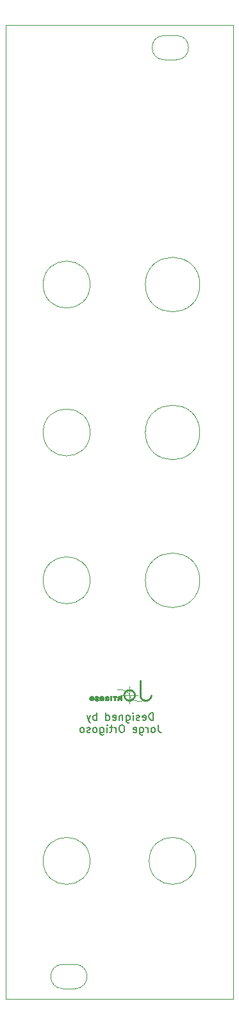
<source format=gbr>
%TF.GenerationSoftware,KiCad,Pcbnew,(6.0.1)*%
%TF.CreationDate,2023-06-10T19:21:27+02:00*%
%TF.ProjectId,mixerfront,6d697865-7266-4726-9f6e-742e6b696361,rev?*%
%TF.SameCoordinates,Original*%
%TF.FileFunction,Legend,Bot*%
%TF.FilePolarity,Positive*%
%FSLAX46Y46*%
G04 Gerber Fmt 4.6, Leading zero omitted, Abs format (unit mm)*
G04 Created by KiCad (PCBNEW (6.0.1)) date 2023-06-10 19:21:27*
%MOMM*%
%LPD*%
G01*
G04 APERTURE LIST*
%ADD10C,0.086743*%
%ADD11C,0.285014*%
%ADD12C,0.285013*%
%ADD13C,0.008261*%
%ADD14C,0.080547*%
%TA.AperFunction,Profile*%
%ADD15C,0.100000*%
%TD*%
%ADD16C,0.150000*%
G04 APERTURE END LIST*
D10*
X91118637Y-138050883D02*
X91151004Y-138085065D01*
X90689751Y-137790052D02*
X90748420Y-137814293D01*
D11*
X91486866Y-139037858D02*
X91453535Y-139047063D01*
D10*
X91269657Y-138306585D02*
X91275897Y-138345793D01*
D11*
X93643393Y-139057681D02*
X93676833Y-139046983D01*
D10*
X90565264Y-137745655D02*
X90628665Y-137767156D01*
D12*
X92857972Y-138809554D02*
X92837983Y-138782135D01*
D11*
X90618211Y-138620374D02*
X90607169Y-138588638D01*
D10*
X90956909Y-137923753D02*
X91001978Y-137953999D01*
X92340505Y-139140199D02*
X92266934Y-139125825D01*
D11*
X90758057Y-138844784D02*
X90735980Y-138820000D01*
X91911132Y-138681648D02*
X91895620Y-138711100D01*
X91206178Y-137706018D02*
X91241851Y-137703380D01*
X91102449Y-137723994D02*
X91136433Y-137716367D01*
X91937776Y-138620374D02*
X91925199Y-138651392D01*
X91314144Y-139067678D02*
X91277999Y-139068567D01*
X91136433Y-139054690D02*
X91102449Y-139047063D01*
X90677276Y-138031338D02*
X90695546Y-138003626D01*
X90913765Y-138969679D02*
X90885266Y-138951912D01*
X91036479Y-139027119D02*
X91004581Y-139014889D01*
X91277999Y-137702491D02*
X91314143Y-137703380D01*
X93539066Y-139080143D02*
X93574465Y-139074305D01*
X92715559Y-138390934D02*
X92715559Y-136451776D01*
X90630787Y-138651392D02*
X90618211Y-138620374D01*
X91958284Y-138214818D02*
X91966128Y-138247864D01*
X93709529Y-139034752D02*
X93741436Y-139021032D01*
D10*
X92571074Y-139172599D02*
X92492676Y-139163636D01*
D11*
X93429677Y-139087246D02*
X93466627Y-139086657D01*
X93802702Y-138989295D02*
X93831971Y-138971366D01*
X91642213Y-138969679D02*
X91612799Y-138986126D01*
X91698250Y-138932868D02*
X91670712Y-138951912D01*
D12*
X92976466Y-138930754D02*
X92950444Y-138908779D01*
D11*
X91241851Y-137703380D02*
X91277999Y-137702491D01*
X90857728Y-138932868D02*
X90831193Y-138912591D01*
X91136433Y-137716367D02*
X91171024Y-137710361D01*
D13*
X87308466Y-138828137D02*
X87308868Y-138843630D01*
X87308868Y-138843630D02*
X87310060Y-138858917D01*
X87310060Y-138858917D02*
X87312024Y-138873980D01*
X87312024Y-138873980D02*
X87314739Y-138888799D01*
X87314739Y-138888799D02*
X87318187Y-138903357D01*
X87318187Y-138903357D02*
X87322349Y-138917633D01*
X87322349Y-138917633D02*
X87327204Y-138931611D01*
X87327204Y-138931611D02*
X87332735Y-138945270D01*
X87332735Y-138945270D02*
X87338920Y-138958591D01*
X87338920Y-138958591D02*
X87345742Y-138971557D01*
X87345742Y-138971557D02*
X87353180Y-138984149D01*
X87353180Y-138984149D02*
X87361217Y-138996347D01*
X87361217Y-138996347D02*
X87369831Y-139008133D01*
X87369831Y-139008133D02*
X87379004Y-139019488D01*
X87379004Y-139019488D02*
X87388717Y-139030393D01*
X87388717Y-139030393D02*
X87398950Y-139040830D01*
X87398950Y-139040830D02*
X87409684Y-139050780D01*
X87409684Y-139050780D02*
X87420900Y-139060224D01*
X87420900Y-139060224D02*
X87432578Y-139069143D01*
X87432578Y-139069143D02*
X87444699Y-139077518D01*
X87444699Y-139077518D02*
X87457244Y-139085332D01*
X87457244Y-139085332D02*
X87470193Y-139092564D01*
X87470193Y-139092564D02*
X87483528Y-139099197D01*
X87483528Y-139099197D02*
X87497228Y-139105211D01*
X87497228Y-139105211D02*
X87511275Y-139110588D01*
X87511275Y-139110588D02*
X87525649Y-139115309D01*
X87525649Y-139115309D02*
X87540331Y-139119355D01*
X87540331Y-139119355D02*
X87555302Y-139122708D01*
X87555302Y-139122708D02*
X87570542Y-139125348D01*
X87570542Y-139125348D02*
X87586032Y-139127257D01*
X87586032Y-139127257D02*
X87601753Y-139128416D01*
X87601753Y-139128416D02*
X87617685Y-139128807D01*
X87617685Y-139128807D02*
X87633542Y-139128416D01*
X87633542Y-139128416D02*
X87649197Y-139127257D01*
X87649197Y-139127257D02*
X87664631Y-139125348D01*
X87664631Y-139125348D02*
X87679823Y-139122708D01*
X87679823Y-139122708D02*
X87694754Y-139119355D01*
X87694754Y-139119355D02*
X87709404Y-139115309D01*
X87709404Y-139115309D02*
X87723753Y-139110588D01*
X87723753Y-139110588D02*
X87737782Y-139105211D01*
X87737782Y-139105211D02*
X87751471Y-139099197D01*
X87751471Y-139099197D02*
X87764799Y-139092564D01*
X87764799Y-139092564D02*
X87777748Y-139085332D01*
X87777748Y-139085332D02*
X87790296Y-139077518D01*
X87790296Y-139077518D02*
X87802426Y-139069143D01*
X87802426Y-139069143D02*
X87814116Y-139060224D01*
X87814116Y-139060224D02*
X87825348Y-139050780D01*
X87825348Y-139050780D02*
X87836101Y-139040830D01*
X87836101Y-139040830D02*
X87846355Y-139030393D01*
X87846355Y-139030393D02*
X87856091Y-139019488D01*
X87856091Y-139019488D02*
X87865289Y-139008133D01*
X87865289Y-139008133D02*
X87873929Y-138996347D01*
X87873929Y-138996347D02*
X87881991Y-138984149D01*
X87881991Y-138984149D02*
X87889457Y-138971557D01*
X87889457Y-138971557D02*
X87896305Y-138958591D01*
X87896305Y-138958591D02*
X87902516Y-138945270D01*
X87902516Y-138945270D02*
X87908071Y-138931611D01*
X87908071Y-138931611D02*
X87912949Y-138917633D01*
X87912949Y-138917633D02*
X87917130Y-138903357D01*
X87917130Y-138903357D02*
X87920596Y-138888799D01*
X87920596Y-138888799D02*
X87923326Y-138873980D01*
X87923326Y-138873980D02*
X87925301Y-138858917D01*
X87925301Y-138858917D02*
X87926500Y-138843630D01*
X87926500Y-138843630D02*
X87926904Y-138828137D01*
X87926904Y-138828137D02*
X87926500Y-138812714D01*
X87926500Y-138812714D02*
X87925301Y-138797487D01*
X87925301Y-138797487D02*
X87923326Y-138782477D01*
X87923326Y-138782477D02*
X87920596Y-138767701D01*
X87920596Y-138767701D02*
X87917130Y-138753179D01*
X87917130Y-138753179D02*
X87912949Y-138738931D01*
X87912949Y-138738931D02*
X87908071Y-138724976D01*
X87908071Y-138724976D02*
X87902516Y-138711332D01*
X87902516Y-138711332D02*
X87896305Y-138698019D01*
X87896305Y-138698019D02*
X87889457Y-138685057D01*
X87889457Y-138685057D02*
X87881991Y-138672464D01*
X87881991Y-138672464D02*
X87873929Y-138660259D01*
X87873929Y-138660259D02*
X87865289Y-138648463D01*
X87865289Y-138648463D02*
X87856091Y-138637094D01*
X87856091Y-138637094D02*
X87846355Y-138626171D01*
X87846355Y-138626171D02*
X87836101Y-138615714D01*
X87836101Y-138615714D02*
X87825348Y-138605742D01*
X87825348Y-138605742D02*
X87814116Y-138596274D01*
X87814116Y-138596274D02*
X87802426Y-138587329D01*
X87802426Y-138587329D02*
X87790296Y-138578926D01*
X87790296Y-138578926D02*
X87777748Y-138571086D01*
X87777748Y-138571086D02*
X87764799Y-138563826D01*
X87764799Y-138563826D02*
X87751471Y-138557166D01*
X87751471Y-138557166D02*
X87737782Y-138551126D01*
X87737782Y-138551126D02*
X87723753Y-138545725D01*
X87723753Y-138545725D02*
X87709404Y-138540981D01*
X87709404Y-138540981D02*
X87694754Y-138536914D01*
X87694754Y-138536914D02*
X87679823Y-138533544D01*
X87679823Y-138533544D02*
X87664631Y-138530889D01*
X87664631Y-138530889D02*
X87649197Y-138528969D01*
X87649197Y-138528969D02*
X87633542Y-138527803D01*
X87633542Y-138527803D02*
X87617685Y-138527410D01*
X87617685Y-138527410D02*
X87601753Y-138527803D01*
X87601753Y-138527803D02*
X87586032Y-138528969D01*
X87586032Y-138528969D02*
X87570542Y-138530889D01*
X87570542Y-138530889D02*
X87555302Y-138533544D01*
X87555302Y-138533544D02*
X87540331Y-138536914D01*
X87540331Y-138536914D02*
X87525649Y-138540981D01*
X87525649Y-138540981D02*
X87511275Y-138545725D01*
X87511275Y-138545725D02*
X87497228Y-138551126D01*
X87497228Y-138551126D02*
X87483527Y-138557166D01*
X87483527Y-138557166D02*
X87470193Y-138563826D01*
X87470193Y-138563826D02*
X87457243Y-138571086D01*
X87457243Y-138571086D02*
X87444698Y-138578926D01*
X87444698Y-138578926D02*
X87432577Y-138587329D01*
X87432577Y-138587329D02*
X87420899Y-138596274D01*
X87420899Y-138596274D02*
X87409684Y-138605742D01*
X87409684Y-138605742D02*
X87398950Y-138615714D01*
X87398950Y-138615714D02*
X87388716Y-138626171D01*
X87388716Y-138626171D02*
X87379004Y-138637094D01*
X87379004Y-138637094D02*
X87369831Y-138648463D01*
X87369831Y-138648463D02*
X87361216Y-138660259D01*
X87361216Y-138660259D02*
X87353180Y-138672464D01*
X87353180Y-138672464D02*
X87345742Y-138685057D01*
X87345742Y-138685057D02*
X87338920Y-138698019D01*
X87338920Y-138698019D02*
X87332734Y-138711332D01*
X87332734Y-138711332D02*
X87327204Y-138724976D01*
X87327204Y-138724976D02*
X87322349Y-138738931D01*
X87322349Y-138738931D02*
X87318187Y-138753179D01*
X87318187Y-138753179D02*
X87314739Y-138767701D01*
X87314739Y-138767701D02*
X87312024Y-138782477D01*
X87312024Y-138782477D02*
X87310060Y-138797487D01*
X87310060Y-138797487D02*
X87308868Y-138812714D01*
X87308868Y-138812714D02*
X87308466Y-138828137D01*
X87308466Y-138828137D02*
X87308466Y-138828137D01*
G36*
X87633542Y-138527803D02*
G01*
X87649197Y-138528969D01*
X87664631Y-138530889D01*
X87679823Y-138533544D01*
X87694754Y-138536914D01*
X87709404Y-138540981D01*
X87723753Y-138545725D01*
X87737782Y-138551126D01*
X87751471Y-138557166D01*
X87764799Y-138563826D01*
X87777748Y-138571086D01*
X87790296Y-138578926D01*
X87802426Y-138587329D01*
X87814116Y-138596274D01*
X87825348Y-138605742D01*
X87836101Y-138615714D01*
X87846355Y-138626171D01*
X87856091Y-138637094D01*
X87865289Y-138648463D01*
X87873929Y-138660259D01*
X87881991Y-138672464D01*
X87889457Y-138685057D01*
X87896305Y-138698019D01*
X87902516Y-138711332D01*
X87908071Y-138724976D01*
X87912949Y-138738931D01*
X87917130Y-138753179D01*
X87920596Y-138767701D01*
X87923326Y-138782477D01*
X87925301Y-138797487D01*
X87926500Y-138812714D01*
X87926904Y-138828137D01*
X87926500Y-138843630D01*
X87925301Y-138858917D01*
X87923326Y-138873980D01*
X87920596Y-138888799D01*
X87917130Y-138903357D01*
X87912949Y-138917633D01*
X87908071Y-138931611D01*
X87902516Y-138945270D01*
X87896305Y-138958591D01*
X87889457Y-138971557D01*
X87881991Y-138984149D01*
X87873929Y-138996347D01*
X87865289Y-139008133D01*
X87856091Y-139019488D01*
X87846355Y-139030393D01*
X87836101Y-139040830D01*
X87825348Y-139050780D01*
X87814116Y-139060224D01*
X87802426Y-139069143D01*
X87790296Y-139077518D01*
X87777748Y-139085332D01*
X87764799Y-139092564D01*
X87751471Y-139099197D01*
X87737782Y-139105211D01*
X87723753Y-139110588D01*
X87709404Y-139115309D01*
X87694754Y-139119355D01*
X87679823Y-139122708D01*
X87664631Y-139125348D01*
X87649197Y-139127257D01*
X87633542Y-139128416D01*
X87617685Y-139128807D01*
X87601753Y-139128416D01*
X87586032Y-139127257D01*
X87570542Y-139125348D01*
X87555302Y-139122708D01*
X87540331Y-139119355D01*
X87525649Y-139115309D01*
X87511275Y-139110588D01*
X87497228Y-139105211D01*
X87483528Y-139099197D01*
X87470193Y-139092564D01*
X87457244Y-139085332D01*
X87444699Y-139077518D01*
X87432578Y-139069143D01*
X87420900Y-139060224D01*
X87409684Y-139050780D01*
X87398950Y-139040830D01*
X87388717Y-139030393D01*
X87379004Y-139019488D01*
X87369831Y-139008133D01*
X87361217Y-138996347D01*
X87353180Y-138984149D01*
X87345742Y-138971557D01*
X87338920Y-138958591D01*
X87332735Y-138945270D01*
X87327204Y-138931611D01*
X87322349Y-138917633D01*
X87318187Y-138903357D01*
X87314739Y-138888799D01*
X87312024Y-138873980D01*
X87310060Y-138858917D01*
X87308868Y-138843630D01*
X87308466Y-138828137D01*
X87308868Y-138812714D01*
X87310060Y-138797487D01*
X87312024Y-138782477D01*
X87314739Y-138767701D01*
X87318187Y-138753179D01*
X87322349Y-138738931D01*
X87327204Y-138724976D01*
X87332734Y-138711332D01*
X87338920Y-138698019D01*
X87345742Y-138685057D01*
X87353180Y-138672464D01*
X87361216Y-138660259D01*
X87369831Y-138648463D01*
X87379004Y-138637094D01*
X87388716Y-138626171D01*
X87398950Y-138615714D01*
X87409684Y-138605742D01*
X87420899Y-138596274D01*
X87432577Y-138587329D01*
X87444698Y-138578926D01*
X87457243Y-138571086D01*
X87470193Y-138563826D01*
X87483527Y-138557166D01*
X87497228Y-138551126D01*
X87511275Y-138545725D01*
X87525649Y-138540981D01*
X87540331Y-138536914D01*
X87555302Y-138533544D01*
X87570542Y-138530889D01*
X87586032Y-138528969D01*
X87601753Y-138527803D01*
X87617685Y-138527410D01*
X87633542Y-138527803D01*
G37*
X87633542Y-138527803D02*
X87649197Y-138528969D01*
X87664631Y-138530889D01*
X87679823Y-138533544D01*
X87694754Y-138536914D01*
X87709404Y-138540981D01*
X87723753Y-138545725D01*
X87737782Y-138551126D01*
X87751471Y-138557166D01*
X87764799Y-138563826D01*
X87777748Y-138571086D01*
X87790296Y-138578926D01*
X87802426Y-138587329D01*
X87814116Y-138596274D01*
X87825348Y-138605742D01*
X87836101Y-138615714D01*
X87846355Y-138626171D01*
X87856091Y-138637094D01*
X87865289Y-138648463D01*
X87873929Y-138660259D01*
X87881991Y-138672464D01*
X87889457Y-138685057D01*
X87896305Y-138698019D01*
X87902516Y-138711332D01*
X87908071Y-138724976D01*
X87912949Y-138738931D01*
X87917130Y-138753179D01*
X87920596Y-138767701D01*
X87923326Y-138782477D01*
X87925301Y-138797487D01*
X87926500Y-138812714D01*
X87926904Y-138828137D01*
X87926500Y-138843630D01*
X87925301Y-138858917D01*
X87923326Y-138873980D01*
X87920596Y-138888799D01*
X87917130Y-138903357D01*
X87912949Y-138917633D01*
X87908071Y-138931611D01*
X87902516Y-138945270D01*
X87896305Y-138958591D01*
X87889457Y-138971557D01*
X87881991Y-138984149D01*
X87873929Y-138996347D01*
X87865289Y-139008133D01*
X87856091Y-139019488D01*
X87846355Y-139030393D01*
X87836101Y-139040830D01*
X87825348Y-139050780D01*
X87814116Y-139060224D01*
X87802426Y-139069143D01*
X87790296Y-139077518D01*
X87777748Y-139085332D01*
X87764799Y-139092564D01*
X87751471Y-139099197D01*
X87737782Y-139105211D01*
X87723753Y-139110588D01*
X87709404Y-139115309D01*
X87694754Y-139119355D01*
X87679823Y-139122708D01*
X87664631Y-139125348D01*
X87649197Y-139127257D01*
X87633542Y-139128416D01*
X87617685Y-139128807D01*
X87601753Y-139128416D01*
X87586032Y-139127257D01*
X87570542Y-139125348D01*
X87555302Y-139122708D01*
X87540331Y-139119355D01*
X87525649Y-139115309D01*
X87511275Y-139110588D01*
X87497228Y-139105211D01*
X87483528Y-139099197D01*
X87470193Y-139092564D01*
X87457244Y-139085332D01*
X87444699Y-139077518D01*
X87432578Y-139069143D01*
X87420900Y-139060224D01*
X87409684Y-139050780D01*
X87398950Y-139040830D01*
X87388717Y-139030393D01*
X87379004Y-139019488D01*
X87369831Y-139008133D01*
X87361217Y-138996347D01*
X87353180Y-138984149D01*
X87345742Y-138971557D01*
X87338920Y-138958591D01*
X87332735Y-138945270D01*
X87327204Y-138931611D01*
X87322349Y-138917633D01*
X87318187Y-138903357D01*
X87314739Y-138888799D01*
X87312024Y-138873980D01*
X87310060Y-138858917D01*
X87308868Y-138843630D01*
X87308466Y-138828137D01*
X87308868Y-138812714D01*
X87310060Y-138797487D01*
X87312024Y-138782477D01*
X87314739Y-138767701D01*
X87318187Y-138753179D01*
X87322349Y-138738931D01*
X87327204Y-138724976D01*
X87332734Y-138711332D01*
X87338920Y-138698019D01*
X87345742Y-138685057D01*
X87353180Y-138672464D01*
X87361216Y-138660259D01*
X87369831Y-138648463D01*
X87379004Y-138637094D01*
X87388716Y-138626171D01*
X87398950Y-138615714D01*
X87409684Y-138605742D01*
X87420899Y-138596274D01*
X87432577Y-138587329D01*
X87444698Y-138578926D01*
X87457243Y-138571086D01*
X87470193Y-138563826D01*
X87483527Y-138557166D01*
X87497228Y-138551126D01*
X87511275Y-138545725D01*
X87525649Y-138540981D01*
X87540331Y-138536914D01*
X87555302Y-138533544D01*
X87570542Y-138530889D01*
X87586032Y-138528969D01*
X87601753Y-138527803D01*
X87617685Y-138527410D01*
X87633542Y-138527803D01*
D10*
X91280105Y-138426901D02*
X91277999Y-138385525D01*
D12*
X93153535Y-139035447D02*
X93121755Y-139021449D01*
D11*
X91277999Y-139068567D02*
X91277999Y-139068567D01*
D12*
X92802072Y-138724468D02*
X92786241Y-138694308D01*
D10*
X91245171Y-138229937D02*
X91259381Y-138267950D01*
X91259381Y-138267950D02*
X91269657Y-138306585D01*
D11*
X91102449Y-139047063D02*
X91069116Y-139037858D01*
D10*
X91205350Y-138155968D02*
X91227126Y-138192594D01*
D11*
X90575592Y-138385525D02*
X90575592Y-138385525D01*
X91419553Y-137716367D02*
X91453535Y-137723994D01*
D10*
X90908917Y-137894610D02*
X90956909Y-137923753D01*
D13*
X89872146Y-138717247D02*
X89872198Y-138715288D01*
X89872198Y-138715288D02*
X89872355Y-138713352D01*
X89872355Y-138713352D02*
X89872612Y-138711441D01*
X89872612Y-138711441D02*
X89872967Y-138709558D01*
X89872967Y-138709558D02*
X89873418Y-138707704D01*
X89873418Y-138707704D02*
X89873961Y-138705884D01*
X89873961Y-138705884D02*
X89874595Y-138704099D01*
X89874595Y-138704099D02*
X89875316Y-138702352D01*
X89875316Y-138702352D02*
X89876121Y-138700646D01*
X89876121Y-138700646D02*
X89877009Y-138698982D01*
X89877009Y-138698982D02*
X89877976Y-138697365D01*
X89877976Y-138697365D02*
X89879020Y-138695796D01*
X89879020Y-138695796D02*
X89880138Y-138694279D01*
X89880138Y-138694279D02*
X89881327Y-138692815D01*
X89881327Y-138692815D02*
X89882585Y-138691407D01*
X89882585Y-138691407D02*
X89883909Y-138690058D01*
X89883909Y-138690058D02*
X89885296Y-138688771D01*
X89885296Y-138688771D02*
X89886744Y-138687548D01*
X89886744Y-138687548D02*
X89888249Y-138686391D01*
X89888249Y-138686391D02*
X89889810Y-138685304D01*
X89889810Y-138685304D02*
X89891423Y-138684289D01*
X89891423Y-138684289D02*
X89893086Y-138683348D01*
X89893086Y-138683348D02*
X89894796Y-138682485D01*
X89894796Y-138682485D02*
X89896551Y-138681702D01*
X89896551Y-138681702D02*
X89898348Y-138681000D01*
X89898348Y-138681000D02*
X89900183Y-138680384D01*
X89900183Y-138680384D02*
X89902056Y-138679856D01*
X89902056Y-138679856D02*
X89903961Y-138679417D01*
X89903961Y-138679417D02*
X89905898Y-138679072D01*
X89905898Y-138679072D02*
X89907863Y-138678822D01*
X89907863Y-138678822D02*
X89909854Y-138678670D01*
X89909854Y-138678670D02*
X89911868Y-138678619D01*
X89911868Y-138678619D02*
X90109669Y-138678619D01*
X90109669Y-138678619D02*
X90109669Y-138756736D01*
X90109669Y-138756736D02*
X89911868Y-138756736D01*
X89911868Y-138756736D02*
X89909854Y-138756685D01*
X89909854Y-138756685D02*
X89907863Y-138756533D01*
X89907863Y-138756533D02*
X89905898Y-138756283D01*
X89905898Y-138756283D02*
X89903961Y-138755936D01*
X89903961Y-138755936D02*
X89902056Y-138755496D01*
X89902056Y-138755496D02*
X89900183Y-138754965D01*
X89900183Y-138754965D02*
X89898348Y-138754346D01*
X89898348Y-138754346D02*
X89896551Y-138753641D01*
X89896551Y-138753641D02*
X89894796Y-138752851D01*
X89894796Y-138752851D02*
X89893086Y-138751981D01*
X89893086Y-138751981D02*
X89891423Y-138751032D01*
X89891423Y-138751032D02*
X89889810Y-138750006D01*
X89889810Y-138750006D02*
X89888249Y-138748907D01*
X89888249Y-138748907D02*
X89886744Y-138747736D01*
X89886744Y-138747736D02*
X89885296Y-138746496D01*
X89885296Y-138746496D02*
X89883909Y-138745190D01*
X89883909Y-138745190D02*
X89882585Y-138743820D01*
X89882585Y-138743820D02*
X89881327Y-138742388D01*
X89881327Y-138742388D02*
X89880138Y-138740897D01*
X89880138Y-138740897D02*
X89879020Y-138739349D01*
X89879020Y-138739349D02*
X89877976Y-138737747D01*
X89877976Y-138737747D02*
X89877009Y-138736093D01*
X89877009Y-138736093D02*
X89876121Y-138734390D01*
X89876121Y-138734390D02*
X89875316Y-138732640D01*
X89875316Y-138732640D02*
X89874595Y-138730846D01*
X89874595Y-138730846D02*
X89873961Y-138729009D01*
X89873961Y-138729009D02*
X89873418Y-138727133D01*
X89873418Y-138727133D02*
X89872967Y-138725220D01*
X89872967Y-138725220D02*
X89872612Y-138723273D01*
X89872612Y-138723273D02*
X89872355Y-138721293D01*
X89872355Y-138721293D02*
X89872198Y-138719283D01*
X89872198Y-138719283D02*
X89872146Y-138717247D01*
X89872146Y-138717247D02*
X89872146Y-138717247D01*
G36*
X90109669Y-138756736D02*
G01*
X89911868Y-138756736D01*
X89909854Y-138756685D01*
X89907863Y-138756533D01*
X89905898Y-138756283D01*
X89903961Y-138755936D01*
X89902056Y-138755496D01*
X89900183Y-138754965D01*
X89898348Y-138754346D01*
X89896551Y-138753641D01*
X89894796Y-138752851D01*
X89893086Y-138751981D01*
X89891423Y-138751032D01*
X89889810Y-138750006D01*
X89888249Y-138748907D01*
X89886744Y-138747736D01*
X89885296Y-138746496D01*
X89883909Y-138745190D01*
X89882585Y-138743820D01*
X89881327Y-138742388D01*
X89880138Y-138740897D01*
X89879020Y-138739349D01*
X89877976Y-138737747D01*
X89877009Y-138736093D01*
X89876121Y-138734390D01*
X89875316Y-138732640D01*
X89874595Y-138730846D01*
X89873961Y-138729009D01*
X89873418Y-138727133D01*
X89872967Y-138725220D01*
X89872612Y-138723273D01*
X89872355Y-138721293D01*
X89872198Y-138719283D01*
X89872146Y-138717247D01*
X89872198Y-138715288D01*
X89872355Y-138713352D01*
X89872612Y-138711441D01*
X89872967Y-138709558D01*
X89873418Y-138707704D01*
X89873961Y-138705884D01*
X89874595Y-138704099D01*
X89875316Y-138702352D01*
X89876121Y-138700646D01*
X89877009Y-138698982D01*
X89877976Y-138697365D01*
X89879020Y-138695796D01*
X89880138Y-138694279D01*
X89881327Y-138692815D01*
X89882585Y-138691407D01*
X89883909Y-138690058D01*
X89885296Y-138688771D01*
X89886744Y-138687548D01*
X89888249Y-138686391D01*
X89889810Y-138685304D01*
X89891423Y-138684289D01*
X89893086Y-138683348D01*
X89894796Y-138682485D01*
X89896551Y-138681702D01*
X89898348Y-138681000D01*
X89900183Y-138680384D01*
X89902056Y-138679856D01*
X89903961Y-138679417D01*
X89905898Y-138679072D01*
X89907863Y-138678822D01*
X89909854Y-138678670D01*
X89911868Y-138678619D01*
X90109669Y-138678619D01*
X90109669Y-138756736D01*
G37*
X90109669Y-138756736D02*
X89911868Y-138756736D01*
X89909854Y-138756685D01*
X89907863Y-138756533D01*
X89905898Y-138756283D01*
X89903961Y-138755936D01*
X89902056Y-138755496D01*
X89900183Y-138754965D01*
X89898348Y-138754346D01*
X89896551Y-138753641D01*
X89894796Y-138752851D01*
X89893086Y-138751981D01*
X89891423Y-138751032D01*
X89889810Y-138750006D01*
X89888249Y-138748907D01*
X89886744Y-138747736D01*
X89885296Y-138746496D01*
X89883909Y-138745190D01*
X89882585Y-138743820D01*
X89881327Y-138742388D01*
X89880138Y-138740897D01*
X89879020Y-138739349D01*
X89877976Y-138737747D01*
X89877009Y-138736093D01*
X89876121Y-138734390D01*
X89875316Y-138732640D01*
X89874595Y-138730846D01*
X89873961Y-138729009D01*
X89873418Y-138727133D01*
X89872967Y-138725220D01*
X89872612Y-138723273D01*
X89872355Y-138721293D01*
X89872198Y-138719283D01*
X89872146Y-138717247D01*
X89872198Y-138715288D01*
X89872355Y-138713352D01*
X89872612Y-138711441D01*
X89872967Y-138709558D01*
X89873418Y-138707704D01*
X89873961Y-138705884D01*
X89874595Y-138704099D01*
X89875316Y-138702352D01*
X89876121Y-138700646D01*
X89877009Y-138698982D01*
X89877976Y-138697365D01*
X89879020Y-138695796D01*
X89880138Y-138694279D01*
X89881327Y-138692815D01*
X89882585Y-138691407D01*
X89883909Y-138690058D01*
X89885296Y-138688771D01*
X89886744Y-138687548D01*
X89888249Y-138686391D01*
X89889810Y-138685304D01*
X89891423Y-138684289D01*
X89893086Y-138683348D01*
X89894796Y-138682485D01*
X89896551Y-138681702D01*
X89898348Y-138681000D01*
X89900183Y-138680384D01*
X89902056Y-138679856D01*
X89903961Y-138679417D01*
X89905898Y-138679072D01*
X89907863Y-138678822D01*
X89909854Y-138678670D01*
X89911868Y-138678619D01*
X90109669Y-138678619D01*
X90109669Y-138756736D01*
D11*
X91820000Y-137951044D02*
X91840853Y-137976846D01*
X90576506Y-138420674D02*
X90575592Y-138385525D01*
D10*
X91991788Y-139051801D02*
X91928292Y-139029414D01*
D11*
X94027396Y-138784195D02*
X94046304Y-138755982D01*
D12*
X93219456Y-139058949D02*
X93186117Y-139047961D01*
D10*
X92731989Y-139184761D02*
X92650879Y-139179657D01*
D11*
X91878707Y-138031338D02*
X91895620Y-138059942D01*
D10*
X91001978Y-137953999D02*
X91044023Y-137985302D01*
D11*
X91349813Y-139065041D02*
X91314144Y-139067678D01*
D12*
X93288227Y-139076169D02*
X93253508Y-139068366D01*
D10*
X91082943Y-138017613D02*
X91118637Y-138050883D01*
D13*
X89080048Y-138535815D02*
X89080048Y-138678619D01*
X89080048Y-138678619D02*
X89270067Y-138678619D01*
X89270067Y-138678619D02*
X89270067Y-139122949D01*
X89270067Y-139122949D02*
X89416920Y-139122949D01*
X89416920Y-139122949D02*
X89416920Y-138678619D01*
X89416920Y-138678619D02*
X89606930Y-138678619D01*
X89606930Y-138678619D02*
X89606930Y-138535815D01*
X89606930Y-138535815D02*
X89080048Y-138535815D01*
X89080048Y-138535815D02*
X89080048Y-138535815D01*
G36*
X89606930Y-138678619D02*
G01*
X89416920Y-138678619D01*
X89416920Y-139122949D01*
X89270067Y-139122949D01*
X89270067Y-138678619D01*
X89080048Y-138678619D01*
X89080048Y-138535815D01*
X89606930Y-138535815D01*
X89606930Y-138678619D01*
G37*
X89606930Y-138678619D02*
X89416920Y-138678619D01*
X89416920Y-139122949D01*
X89270067Y-139122949D01*
X89270067Y-138678619D01*
X89080048Y-138678619D01*
X89080048Y-138535815D01*
X89606930Y-138535815D01*
X89606930Y-138678619D01*
D10*
X91179942Y-138120109D02*
X91205350Y-138155968D01*
D11*
X90943180Y-138986126D02*
X90913765Y-138969679D01*
D12*
X92759050Y-138631552D02*
X92747781Y-138599044D01*
D10*
X92195176Y-139109748D02*
X92125332Y-139092018D01*
D11*
X94144174Y-138500597D02*
X94149053Y-138465615D01*
X91860436Y-138767416D02*
X91840853Y-138794196D01*
X91612798Y-137784926D02*
X91642213Y-137801372D01*
X90579218Y-138455361D02*
X90576506Y-138420674D01*
D12*
X93395944Y-139089457D02*
X93359490Y-139086758D01*
D10*
X92492676Y-139163636D02*
X92415785Y-139152819D01*
D11*
X91036478Y-137743935D02*
X91069116Y-137733197D01*
X90576506Y-138350374D02*
X90579218Y-138315686D01*
X93574465Y-139074305D02*
X93609256Y-139066803D01*
X91277999Y-139068567D02*
X91241852Y-139067678D01*
X93938893Y-138886921D02*
X93962859Y-138862845D01*
X90805707Y-137879924D02*
X90831193Y-137858457D01*
X90597704Y-138556225D02*
X90589861Y-138523179D01*
X91519502Y-137743935D02*
X91551399Y-137756165D01*
D13*
X85996390Y-138828137D02*
X85996791Y-138843630D01*
X85996791Y-138843630D02*
X85997984Y-138858917D01*
X85997984Y-138858917D02*
X85999947Y-138873980D01*
X85999947Y-138873980D02*
X86002663Y-138888799D01*
X86002663Y-138888799D02*
X86006111Y-138903357D01*
X86006111Y-138903357D02*
X86010272Y-138917633D01*
X86010272Y-138917633D02*
X86015128Y-138931611D01*
X86015128Y-138931611D02*
X86020658Y-138945270D01*
X86020658Y-138945270D02*
X86026844Y-138958591D01*
X86026844Y-138958591D02*
X86033665Y-138971557D01*
X86033665Y-138971557D02*
X86041104Y-138984149D01*
X86041104Y-138984149D02*
X86049140Y-138996347D01*
X86049140Y-138996347D02*
X86057754Y-139008133D01*
X86057754Y-139008133D02*
X86066927Y-139019488D01*
X86066927Y-139019488D02*
X86076640Y-139030393D01*
X86076640Y-139030393D02*
X86086873Y-139040830D01*
X86086873Y-139040830D02*
X86097607Y-139050780D01*
X86097607Y-139050780D02*
X86108823Y-139060224D01*
X86108823Y-139060224D02*
X86120501Y-139069143D01*
X86120501Y-139069143D02*
X86132622Y-139077518D01*
X86132622Y-139077518D02*
X86145167Y-139085332D01*
X86145167Y-139085332D02*
X86158117Y-139092564D01*
X86158117Y-139092564D02*
X86171451Y-139099197D01*
X86171451Y-139099197D02*
X86185152Y-139105211D01*
X86185152Y-139105211D02*
X86199199Y-139110588D01*
X86199199Y-139110588D02*
X86213573Y-139115309D01*
X86213573Y-139115309D02*
X86228255Y-139119355D01*
X86228255Y-139119355D02*
X86243226Y-139122708D01*
X86243226Y-139122708D02*
X86258466Y-139125348D01*
X86258466Y-139125348D02*
X86273956Y-139127257D01*
X86273956Y-139127257D02*
X86289677Y-139128416D01*
X86289677Y-139128416D02*
X86305609Y-139128807D01*
X86305609Y-139128807D02*
X86321467Y-139128416D01*
X86321467Y-139128416D02*
X86337123Y-139127257D01*
X86337123Y-139127257D02*
X86352557Y-139125348D01*
X86352557Y-139125348D02*
X86367750Y-139122708D01*
X86367750Y-139122708D02*
X86382681Y-139119355D01*
X86382681Y-139119355D02*
X86397331Y-139115309D01*
X86397331Y-139115309D02*
X86411681Y-139110588D01*
X86411681Y-139110588D02*
X86425710Y-139105211D01*
X86425710Y-139105211D02*
X86439398Y-139099197D01*
X86439398Y-139099197D02*
X86452727Y-139092564D01*
X86452727Y-139092564D02*
X86465675Y-139085332D01*
X86465675Y-139085332D02*
X86478224Y-139077518D01*
X86478224Y-139077518D02*
X86490353Y-139069143D01*
X86490353Y-139069143D02*
X86502044Y-139060224D01*
X86502044Y-139060224D02*
X86513275Y-139050780D01*
X86513275Y-139050780D02*
X86524028Y-139040830D01*
X86524028Y-139040830D02*
X86534282Y-139030393D01*
X86534282Y-139030393D02*
X86544017Y-139019488D01*
X86544017Y-139019488D02*
X86553215Y-139008133D01*
X86553215Y-139008133D02*
X86561855Y-138996347D01*
X86561855Y-138996347D02*
X86569917Y-138984149D01*
X86569917Y-138984149D02*
X86577382Y-138971557D01*
X86577382Y-138971557D02*
X86584230Y-138958591D01*
X86584230Y-138958591D02*
X86590441Y-138945270D01*
X86590441Y-138945270D02*
X86595996Y-138931611D01*
X86595996Y-138931611D02*
X86600873Y-138917633D01*
X86600873Y-138917633D02*
X86605055Y-138903357D01*
X86605055Y-138903357D02*
X86608521Y-138888799D01*
X86608521Y-138888799D02*
X86611251Y-138873980D01*
X86611251Y-138873980D02*
X86613225Y-138858917D01*
X86613225Y-138858917D02*
X86614424Y-138843630D01*
X86614424Y-138843630D02*
X86614828Y-138828137D01*
X86614828Y-138828137D02*
X86614424Y-138812714D01*
X86614424Y-138812714D02*
X86613225Y-138797487D01*
X86613225Y-138797487D02*
X86611251Y-138782477D01*
X86611251Y-138782477D02*
X86608521Y-138767701D01*
X86608521Y-138767701D02*
X86605055Y-138753179D01*
X86605055Y-138753179D02*
X86600873Y-138738931D01*
X86600873Y-138738931D02*
X86595996Y-138724976D01*
X86595996Y-138724976D02*
X86590441Y-138711332D01*
X86590441Y-138711332D02*
X86584230Y-138698019D01*
X86584230Y-138698019D02*
X86577382Y-138685057D01*
X86577382Y-138685057D02*
X86569917Y-138672464D01*
X86569917Y-138672464D02*
X86561855Y-138660259D01*
X86561855Y-138660259D02*
X86553215Y-138648463D01*
X86553215Y-138648463D02*
X86544017Y-138637094D01*
X86544017Y-138637094D02*
X86534282Y-138626171D01*
X86534282Y-138626171D02*
X86524028Y-138615714D01*
X86524028Y-138615714D02*
X86513275Y-138605742D01*
X86513275Y-138605742D02*
X86502044Y-138596274D01*
X86502044Y-138596274D02*
X86490353Y-138587329D01*
X86490353Y-138587329D02*
X86478224Y-138578926D01*
X86478224Y-138578926D02*
X86465675Y-138571086D01*
X86465675Y-138571086D02*
X86452727Y-138563826D01*
X86452727Y-138563826D02*
X86439398Y-138557166D01*
X86439398Y-138557166D02*
X86425710Y-138551126D01*
X86425710Y-138551126D02*
X86411681Y-138545725D01*
X86411681Y-138545725D02*
X86397331Y-138540981D01*
X86397331Y-138540981D02*
X86382681Y-138536914D01*
X86382681Y-138536914D02*
X86367750Y-138533544D01*
X86367750Y-138533544D02*
X86352557Y-138530889D01*
X86352557Y-138530889D02*
X86337123Y-138528969D01*
X86337123Y-138528969D02*
X86321467Y-138527803D01*
X86321467Y-138527803D02*
X86305609Y-138527410D01*
X86305609Y-138527410D02*
X86289677Y-138527803D01*
X86289677Y-138527803D02*
X86273956Y-138528969D01*
X86273956Y-138528969D02*
X86258466Y-138530889D01*
X86258466Y-138530889D02*
X86243226Y-138533544D01*
X86243226Y-138533544D02*
X86228255Y-138536914D01*
X86228255Y-138536914D02*
X86213573Y-138540981D01*
X86213573Y-138540981D02*
X86199199Y-138545725D01*
X86199199Y-138545725D02*
X86185152Y-138551126D01*
X86185152Y-138551126D02*
X86171451Y-138557166D01*
X86171451Y-138557166D02*
X86158117Y-138563826D01*
X86158117Y-138563826D02*
X86145167Y-138571086D01*
X86145167Y-138571086D02*
X86132622Y-138578926D01*
X86132622Y-138578926D02*
X86120501Y-138587329D01*
X86120501Y-138587329D02*
X86108823Y-138596274D01*
X86108823Y-138596274D02*
X86097607Y-138605742D01*
X86097607Y-138605742D02*
X86086873Y-138615714D01*
X86086873Y-138615714D02*
X86076640Y-138626171D01*
X86076640Y-138626171D02*
X86066927Y-138637094D01*
X86066927Y-138637094D02*
X86057754Y-138648463D01*
X86057754Y-138648463D02*
X86049140Y-138660259D01*
X86049140Y-138660259D02*
X86041104Y-138672464D01*
X86041104Y-138672464D02*
X86033665Y-138685057D01*
X86033665Y-138685057D02*
X86026844Y-138698019D01*
X86026844Y-138698019D02*
X86020658Y-138711332D01*
X86020658Y-138711332D02*
X86015128Y-138724976D01*
X86015128Y-138724976D02*
X86010272Y-138738931D01*
X86010272Y-138738931D02*
X86006111Y-138753179D01*
X86006111Y-138753179D02*
X86002663Y-138767701D01*
X86002663Y-138767701D02*
X85999947Y-138782477D01*
X85999947Y-138782477D02*
X85997984Y-138797487D01*
X85997984Y-138797487D02*
X85996791Y-138812714D01*
X85996791Y-138812714D02*
X85996390Y-138828137D01*
X85996390Y-138828137D02*
X85996390Y-138828137D01*
G36*
X86321467Y-138527803D02*
G01*
X86337123Y-138528969D01*
X86352557Y-138530889D01*
X86367750Y-138533544D01*
X86382681Y-138536914D01*
X86397331Y-138540981D01*
X86411681Y-138545725D01*
X86425710Y-138551126D01*
X86439398Y-138557166D01*
X86452727Y-138563826D01*
X86465675Y-138571086D01*
X86478224Y-138578926D01*
X86490353Y-138587329D01*
X86502044Y-138596274D01*
X86513275Y-138605742D01*
X86524028Y-138615714D01*
X86534282Y-138626171D01*
X86544017Y-138637094D01*
X86553215Y-138648463D01*
X86561855Y-138660259D01*
X86569917Y-138672464D01*
X86577382Y-138685057D01*
X86584230Y-138698019D01*
X86590441Y-138711332D01*
X86595996Y-138724976D01*
X86600873Y-138738931D01*
X86605055Y-138753179D01*
X86608521Y-138767701D01*
X86611251Y-138782477D01*
X86613225Y-138797487D01*
X86614424Y-138812714D01*
X86614828Y-138828137D01*
X86614424Y-138843630D01*
X86613225Y-138858917D01*
X86611251Y-138873980D01*
X86608521Y-138888799D01*
X86605055Y-138903357D01*
X86600873Y-138917633D01*
X86595996Y-138931611D01*
X86590441Y-138945270D01*
X86584230Y-138958591D01*
X86577382Y-138971557D01*
X86569917Y-138984149D01*
X86561855Y-138996347D01*
X86553215Y-139008133D01*
X86544017Y-139019488D01*
X86534282Y-139030393D01*
X86524028Y-139040830D01*
X86513275Y-139050780D01*
X86502044Y-139060224D01*
X86490353Y-139069143D01*
X86478224Y-139077518D01*
X86465675Y-139085332D01*
X86452727Y-139092564D01*
X86439398Y-139099197D01*
X86425710Y-139105211D01*
X86411681Y-139110588D01*
X86397331Y-139115309D01*
X86382681Y-139119355D01*
X86367750Y-139122708D01*
X86352557Y-139125348D01*
X86337123Y-139127257D01*
X86321467Y-139128416D01*
X86305609Y-139128807D01*
X86289677Y-139128416D01*
X86273956Y-139127257D01*
X86258466Y-139125348D01*
X86243226Y-139122708D01*
X86228255Y-139119355D01*
X86213573Y-139115309D01*
X86199199Y-139110588D01*
X86185152Y-139105211D01*
X86171451Y-139099197D01*
X86158117Y-139092564D01*
X86145167Y-139085332D01*
X86132622Y-139077518D01*
X86120501Y-139069143D01*
X86108823Y-139060224D01*
X86097607Y-139050780D01*
X86086873Y-139040830D01*
X86076640Y-139030393D01*
X86066927Y-139019488D01*
X86057754Y-139008133D01*
X86049140Y-138996347D01*
X86041104Y-138984149D01*
X86033665Y-138971557D01*
X86026844Y-138958591D01*
X86020658Y-138945270D01*
X86015128Y-138931611D01*
X86010272Y-138917633D01*
X86006111Y-138903357D01*
X86002663Y-138888799D01*
X85999947Y-138873980D01*
X85997984Y-138858917D01*
X85996791Y-138843630D01*
X85996390Y-138828137D01*
X85996791Y-138812714D01*
X85997984Y-138797487D01*
X85999947Y-138782477D01*
X86002663Y-138767701D01*
X86006111Y-138753179D01*
X86010272Y-138738931D01*
X86015128Y-138724976D01*
X86020658Y-138711332D01*
X86026844Y-138698019D01*
X86033665Y-138685057D01*
X86041104Y-138672464D01*
X86049140Y-138660259D01*
X86057754Y-138648463D01*
X86066927Y-138637094D01*
X86076640Y-138626171D01*
X86086873Y-138615714D01*
X86097607Y-138605742D01*
X86108823Y-138596274D01*
X86120501Y-138587329D01*
X86132622Y-138578926D01*
X86145167Y-138571086D01*
X86158117Y-138563826D01*
X86171451Y-138557166D01*
X86185152Y-138551126D01*
X86199199Y-138545725D01*
X86213573Y-138540981D01*
X86228255Y-138536914D01*
X86243226Y-138533544D01*
X86258466Y-138530889D01*
X86273956Y-138528969D01*
X86289677Y-138527803D01*
X86305609Y-138527410D01*
X86321467Y-138527803D01*
G37*
X86321467Y-138527803D02*
X86337123Y-138528969D01*
X86352557Y-138530889D01*
X86367750Y-138533544D01*
X86382681Y-138536914D01*
X86397331Y-138540981D01*
X86411681Y-138545725D01*
X86425710Y-138551126D01*
X86439398Y-138557166D01*
X86452727Y-138563826D01*
X86465675Y-138571086D01*
X86478224Y-138578926D01*
X86490353Y-138587329D01*
X86502044Y-138596274D01*
X86513275Y-138605742D01*
X86524028Y-138615714D01*
X86534282Y-138626171D01*
X86544017Y-138637094D01*
X86553215Y-138648463D01*
X86561855Y-138660259D01*
X86569917Y-138672464D01*
X86577382Y-138685057D01*
X86584230Y-138698019D01*
X86590441Y-138711332D01*
X86595996Y-138724976D01*
X86600873Y-138738931D01*
X86605055Y-138753179D01*
X86608521Y-138767701D01*
X86611251Y-138782477D01*
X86613225Y-138797487D01*
X86614424Y-138812714D01*
X86614828Y-138828137D01*
X86614424Y-138843630D01*
X86613225Y-138858917D01*
X86611251Y-138873980D01*
X86608521Y-138888799D01*
X86605055Y-138903357D01*
X86600873Y-138917633D01*
X86595996Y-138931611D01*
X86590441Y-138945270D01*
X86584230Y-138958591D01*
X86577382Y-138971557D01*
X86569917Y-138984149D01*
X86561855Y-138996347D01*
X86553215Y-139008133D01*
X86544017Y-139019488D01*
X86534282Y-139030393D01*
X86524028Y-139040830D01*
X86513275Y-139050780D01*
X86502044Y-139060224D01*
X86490353Y-139069143D01*
X86478224Y-139077518D01*
X86465675Y-139085332D01*
X86452727Y-139092564D01*
X86439398Y-139099197D01*
X86425710Y-139105211D01*
X86411681Y-139110588D01*
X86397331Y-139115309D01*
X86382681Y-139119355D01*
X86367750Y-139122708D01*
X86352557Y-139125348D01*
X86337123Y-139127257D01*
X86321467Y-139128416D01*
X86305609Y-139128807D01*
X86289677Y-139128416D01*
X86273956Y-139127257D01*
X86258466Y-139125348D01*
X86243226Y-139122708D01*
X86228255Y-139119355D01*
X86213573Y-139115309D01*
X86199199Y-139110588D01*
X86185152Y-139105211D01*
X86171451Y-139099197D01*
X86158117Y-139092564D01*
X86145167Y-139085332D01*
X86132622Y-139077518D01*
X86120501Y-139069143D01*
X86108823Y-139060224D01*
X86097607Y-139050780D01*
X86086873Y-139040830D01*
X86076640Y-139030393D01*
X86066927Y-139019488D01*
X86057754Y-139008133D01*
X86049140Y-138996347D01*
X86041104Y-138984149D01*
X86033665Y-138971557D01*
X86026844Y-138958591D01*
X86020658Y-138945270D01*
X86015128Y-138931611D01*
X86010272Y-138917633D01*
X86006111Y-138903357D01*
X86002663Y-138888799D01*
X85999947Y-138873980D01*
X85997984Y-138858917D01*
X85996791Y-138843630D01*
X85996390Y-138828137D01*
X85996791Y-138812714D01*
X85997984Y-138797487D01*
X85999947Y-138782477D01*
X86002663Y-138767701D01*
X86006111Y-138753179D01*
X86010272Y-138738931D01*
X86015128Y-138724976D01*
X86020658Y-138711332D01*
X86026844Y-138698019D01*
X86033665Y-138685057D01*
X86041104Y-138672464D01*
X86049140Y-138660259D01*
X86057754Y-138648463D01*
X86066927Y-138637094D01*
X86076640Y-138626171D01*
X86086873Y-138615714D01*
X86097607Y-138605742D01*
X86108823Y-138596274D01*
X86120501Y-138587329D01*
X86132622Y-138578926D01*
X86145167Y-138571086D01*
X86158117Y-138563826D01*
X86171451Y-138557166D01*
X86185152Y-138551126D01*
X86199199Y-138545725D01*
X86213573Y-138540981D01*
X86228255Y-138536914D01*
X86243226Y-138533544D01*
X86258466Y-138530889D01*
X86273956Y-138528969D01*
X86289677Y-138527803D01*
X86305609Y-138527410D01*
X86321467Y-138527803D01*
D11*
X91774666Y-138868505D02*
X91750271Y-138891122D01*
X93741436Y-139021032D02*
X93772509Y-139005865D01*
X91774665Y-137902540D02*
X91797923Y-137926261D01*
D10*
X89986862Y-137629632D02*
X90065139Y-137638241D01*
D11*
X94152148Y-138430097D02*
X94153412Y-138394087D01*
X94079943Y-138696823D02*
X94094583Y-138665963D01*
D10*
X91867115Y-139005575D02*
X91808358Y-138980335D01*
D13*
X88325982Y-138781933D02*
X88056485Y-138781933D01*
X88056485Y-138781933D02*
X88056485Y-139016255D01*
X88056485Y-139016255D02*
X88077225Y-139037255D01*
X88077225Y-139037255D02*
X88088014Y-139047419D01*
X88088014Y-139047419D02*
X88099615Y-139057104D01*
X88099615Y-139057104D02*
X88111967Y-139066288D01*
X88111967Y-139066288D02*
X88125012Y-139074945D01*
X88125012Y-139074945D02*
X88138689Y-139083052D01*
X88138689Y-139083052D02*
X88152940Y-139090582D01*
X88152940Y-139090582D02*
X88167704Y-139097512D01*
X88167704Y-139097512D02*
X88182923Y-139103817D01*
X88182923Y-139103817D02*
X88198536Y-139109473D01*
X88198536Y-139109473D02*
X88214484Y-139114454D01*
X88214484Y-139114454D02*
X88230707Y-139118737D01*
X88230707Y-139118737D02*
X88247146Y-139122296D01*
X88247146Y-139122296D02*
X88263741Y-139125107D01*
X88263741Y-139125107D02*
X88280434Y-139127145D01*
X88280434Y-139127145D02*
X88297163Y-139128386D01*
X88297163Y-139128386D02*
X88313869Y-139128805D01*
X88313869Y-139128805D02*
X88329728Y-139128415D01*
X88329728Y-139128415D02*
X88345379Y-139127256D01*
X88345379Y-139127256D02*
X88360804Y-139125347D01*
X88360804Y-139125347D02*
X88375983Y-139122708D01*
X88375983Y-139122708D02*
X88390897Y-139119357D01*
X88390897Y-139119357D02*
X88405526Y-139115313D01*
X88405526Y-139115313D02*
X88419851Y-139110595D01*
X88419851Y-139110595D02*
X88433852Y-139105223D01*
X88433852Y-139105223D02*
X88447510Y-139099214D01*
X88447510Y-139099214D02*
X88460806Y-139092588D01*
X88460806Y-139092588D02*
X88473719Y-139085364D01*
X88473719Y-139085364D02*
X88486231Y-139077561D01*
X88486231Y-139077561D02*
X88498323Y-139069197D01*
X88498323Y-139069197D02*
X88509974Y-139060292D01*
X88509974Y-139060292D02*
X88521165Y-139050864D01*
X88521165Y-139050864D02*
X88531877Y-139040932D01*
X88531877Y-139040932D02*
X88542091Y-139030516D01*
X88542091Y-139030516D02*
X88551787Y-139019634D01*
X88551787Y-139019634D02*
X88560945Y-139008305D01*
X88560945Y-139008305D02*
X88569546Y-138996548D01*
X88569546Y-138996548D02*
X88577571Y-138984382D01*
X88577571Y-138984382D02*
X88585000Y-138971826D01*
X88585000Y-138971826D02*
X88591813Y-138958899D01*
X88591813Y-138958899D02*
X88597992Y-138945619D01*
X88597992Y-138945619D02*
X88603517Y-138932006D01*
X88603517Y-138932006D02*
X88608369Y-138918078D01*
X88608369Y-138918078D02*
X88612527Y-138903855D01*
X88612527Y-138903855D02*
X88615973Y-138889355D01*
X88615973Y-138889355D02*
X88618687Y-138874597D01*
X88618687Y-138874597D02*
X88620649Y-138859601D01*
X88620649Y-138859601D02*
X88621841Y-138844384D01*
X88621841Y-138844384D02*
X88622243Y-138828967D01*
X88622243Y-138828967D02*
X88621841Y-138813549D01*
X88621841Y-138813549D02*
X88620649Y-138798331D01*
X88620649Y-138798331D02*
X88618687Y-138783334D01*
X88618687Y-138783334D02*
X88615973Y-138768575D01*
X88615973Y-138768575D02*
X88612527Y-138754074D01*
X88612527Y-138754074D02*
X88608369Y-138739849D01*
X88608369Y-138739849D02*
X88603517Y-138725920D01*
X88603517Y-138725920D02*
X88597992Y-138712306D01*
X88597992Y-138712306D02*
X88591813Y-138699025D01*
X88591813Y-138699025D02*
X88585000Y-138686096D01*
X88585000Y-138686096D02*
X88577571Y-138673538D01*
X88577571Y-138673538D02*
X88569546Y-138661371D01*
X88569546Y-138661371D02*
X88560945Y-138649612D01*
X88560945Y-138649612D02*
X88551787Y-138638282D01*
X88551787Y-138638282D02*
X88542091Y-138627399D01*
X88542091Y-138627399D02*
X88531877Y-138616981D01*
X88531877Y-138616981D02*
X88521165Y-138607048D01*
X88521165Y-138607048D02*
X88509974Y-138597619D01*
X88509974Y-138597619D02*
X88498323Y-138588713D01*
X88498323Y-138588713D02*
X88486231Y-138580348D01*
X88486231Y-138580348D02*
X88473719Y-138572543D01*
X88473719Y-138572543D02*
X88460806Y-138565318D01*
X88460806Y-138565318D02*
X88447510Y-138558691D01*
X88447510Y-138558691D02*
X88433852Y-138552681D01*
X88433852Y-138552681D02*
X88419851Y-138547308D01*
X88419851Y-138547308D02*
X88405526Y-138542589D01*
X88405526Y-138542589D02*
X88390897Y-138538545D01*
X88390897Y-138538545D02*
X88375983Y-138535193D01*
X88375983Y-138535193D02*
X88360804Y-138532554D01*
X88360804Y-138532554D02*
X88345379Y-138530645D01*
X88345379Y-138530645D02*
X88329728Y-138529486D01*
X88329728Y-138529486D02*
X88313869Y-138529095D01*
X88313869Y-138529095D02*
X88297085Y-138529545D01*
X88297085Y-138529545D02*
X88280434Y-138530885D01*
X88280434Y-138530885D02*
X88263951Y-138533098D01*
X88263951Y-138533098D02*
X88247667Y-138536169D01*
X88247667Y-138536169D02*
X88231616Y-138540081D01*
X88231616Y-138540081D02*
X88215830Y-138544820D01*
X88215830Y-138544820D02*
X88200343Y-138550368D01*
X88200343Y-138550368D02*
X88185187Y-138556709D01*
X88185187Y-138556709D02*
X88170396Y-138563829D01*
X88170396Y-138563829D02*
X88156001Y-138571710D01*
X88156001Y-138571710D02*
X88142037Y-138580337D01*
X88142037Y-138580337D02*
X88128535Y-138589694D01*
X88128535Y-138589694D02*
X88115529Y-138599766D01*
X88115529Y-138599766D02*
X88103052Y-138610535D01*
X88103052Y-138610535D02*
X88091136Y-138621986D01*
X88091136Y-138621986D02*
X88079814Y-138634103D01*
X88079814Y-138634103D02*
X88191234Y-138727331D01*
X88191234Y-138727331D02*
X88197222Y-138720893D01*
X88197222Y-138720893D02*
X88203516Y-138714818D01*
X88203516Y-138714818D02*
X88210099Y-138709113D01*
X88210099Y-138709113D02*
X88216953Y-138703784D01*
X88216953Y-138703784D02*
X88224061Y-138698840D01*
X88224061Y-138698840D02*
X88231403Y-138694287D01*
X88231403Y-138694287D02*
X88238964Y-138690134D01*
X88238964Y-138690134D02*
X88246724Y-138686386D01*
X88246724Y-138686386D02*
X88254667Y-138683052D01*
X88254667Y-138683052D02*
X88262774Y-138680139D01*
X88262774Y-138680139D02*
X88271027Y-138677654D01*
X88271027Y-138677654D02*
X88279409Y-138675604D01*
X88279409Y-138675604D02*
X88287902Y-138673998D01*
X88287902Y-138673998D02*
X88296488Y-138672841D01*
X88296488Y-138672841D02*
X88305150Y-138672141D01*
X88305150Y-138672141D02*
X88313869Y-138671907D01*
X88313869Y-138671907D02*
X88322160Y-138672112D01*
X88322160Y-138672112D02*
X88330345Y-138672720D01*
X88330345Y-138672720D02*
X88338413Y-138673722D01*
X88338413Y-138673722D02*
X88346353Y-138675107D01*
X88346353Y-138675107D02*
X88354157Y-138676865D01*
X88354157Y-138676865D02*
X88361812Y-138678987D01*
X88361812Y-138678987D02*
X88369310Y-138681462D01*
X88369310Y-138681462D02*
X88376640Y-138684281D01*
X88376640Y-138684281D02*
X88383791Y-138687433D01*
X88383791Y-138687433D02*
X88390753Y-138690908D01*
X88390753Y-138690908D02*
X88397517Y-138694697D01*
X88397517Y-138694697D02*
X88404071Y-138698789D01*
X88404071Y-138698789D02*
X88410405Y-138703175D01*
X88410405Y-138703175D02*
X88416510Y-138707844D01*
X88416510Y-138707844D02*
X88422375Y-138712787D01*
X88422375Y-138712787D02*
X88427989Y-138717993D01*
X88427989Y-138717993D02*
X88433343Y-138723452D01*
X88433343Y-138723452D02*
X88438425Y-138729155D01*
X88438425Y-138729155D02*
X88443227Y-138735092D01*
X88443227Y-138735092D02*
X88447737Y-138741252D01*
X88447737Y-138741252D02*
X88451945Y-138747625D01*
X88451945Y-138747625D02*
X88455841Y-138754202D01*
X88455841Y-138754202D02*
X88459415Y-138760973D01*
X88459415Y-138760973D02*
X88462657Y-138767927D01*
X88462657Y-138767927D02*
X88465555Y-138775054D01*
X88465555Y-138775054D02*
X88468100Y-138782345D01*
X88468100Y-138782345D02*
X88470282Y-138789790D01*
X88470282Y-138789790D02*
X88472091Y-138797378D01*
X88472091Y-138797378D02*
X88473515Y-138805100D01*
X88473515Y-138805100D02*
X88474545Y-138812945D01*
X88474545Y-138812945D02*
X88475171Y-138820904D01*
X88475171Y-138820904D02*
X88475381Y-138828967D01*
X88475381Y-138828967D02*
X88475171Y-138837027D01*
X88475171Y-138837027D02*
X88474545Y-138844979D01*
X88474545Y-138844979D02*
X88473515Y-138852813D01*
X88473515Y-138852813D02*
X88472091Y-138860520D01*
X88472091Y-138860520D02*
X88470282Y-138868089D01*
X88470282Y-138868089D02*
X88468100Y-138875512D01*
X88468100Y-138875512D02*
X88465555Y-138882778D01*
X88465555Y-138882778D02*
X88462657Y-138889878D01*
X88462657Y-138889878D02*
X88459415Y-138896802D01*
X88459415Y-138896802D02*
X88455841Y-138903540D01*
X88455841Y-138903540D02*
X88451945Y-138910083D01*
X88451945Y-138910083D02*
X88447737Y-138916421D01*
X88447737Y-138916421D02*
X88443227Y-138922544D01*
X88443227Y-138922544D02*
X88438425Y-138928443D01*
X88438425Y-138928443D02*
X88433343Y-138934107D01*
X88433343Y-138934107D02*
X88427989Y-138939528D01*
X88427989Y-138939528D02*
X88422375Y-138944696D01*
X88422375Y-138944696D02*
X88416510Y-138949600D01*
X88416510Y-138949600D02*
X88410405Y-138954232D01*
X88410405Y-138954232D02*
X88404071Y-138958581D01*
X88404071Y-138958581D02*
X88397517Y-138962638D01*
X88397517Y-138962638D02*
X88390753Y-138966392D01*
X88390753Y-138966392D02*
X88383791Y-138969836D01*
X88383791Y-138969836D02*
X88376640Y-138972957D01*
X88376640Y-138972957D02*
X88369310Y-138975748D01*
X88369310Y-138975748D02*
X88361812Y-138978199D01*
X88361812Y-138978199D02*
X88354157Y-138980299D01*
X88354157Y-138980299D02*
X88346353Y-138982038D01*
X88346353Y-138982038D02*
X88338413Y-138983408D01*
X88338413Y-138983408D02*
X88330345Y-138984399D01*
X88330345Y-138984399D02*
X88322160Y-138985000D01*
X88322160Y-138985000D02*
X88313869Y-138985203D01*
X88313869Y-138985203D02*
X88306699Y-138985057D01*
X88306699Y-138985057D02*
X88299452Y-138984626D01*
X88299452Y-138984626D02*
X88292150Y-138983918D01*
X88292150Y-138983918D02*
X88284818Y-138982945D01*
X88284818Y-138982945D02*
X88277481Y-138981716D01*
X88277481Y-138981716D02*
X88270163Y-138980241D01*
X88270163Y-138980241D02*
X88262887Y-138978529D01*
X88262887Y-138978529D02*
X88255678Y-138976591D01*
X88255678Y-138976591D02*
X88248560Y-138974436D01*
X88248560Y-138974436D02*
X88241556Y-138972074D01*
X88241556Y-138972074D02*
X88234692Y-138969515D01*
X88234692Y-138969515D02*
X88227992Y-138966769D01*
X88227992Y-138966769D02*
X88221478Y-138963846D01*
X88221478Y-138963846D02*
X88215177Y-138960755D01*
X88215177Y-138960755D02*
X88209111Y-138957507D01*
X88209111Y-138957507D02*
X88203304Y-138954110D01*
X88203304Y-138954110D02*
X88203304Y-138924713D01*
X88203304Y-138924713D02*
X88325982Y-138924713D01*
X88325982Y-138924713D02*
X88325982Y-138781933D01*
X88325982Y-138781933D02*
X88325982Y-138781933D01*
G36*
X88329728Y-138529486D02*
G01*
X88345379Y-138530645D01*
X88360804Y-138532554D01*
X88375983Y-138535193D01*
X88390897Y-138538545D01*
X88405526Y-138542589D01*
X88419851Y-138547308D01*
X88433852Y-138552681D01*
X88447510Y-138558691D01*
X88460806Y-138565318D01*
X88473719Y-138572543D01*
X88486231Y-138580348D01*
X88498323Y-138588713D01*
X88509974Y-138597619D01*
X88521165Y-138607048D01*
X88531877Y-138616981D01*
X88542091Y-138627399D01*
X88551787Y-138638282D01*
X88560945Y-138649612D01*
X88569546Y-138661371D01*
X88577571Y-138673538D01*
X88585000Y-138686096D01*
X88591813Y-138699025D01*
X88597992Y-138712306D01*
X88603517Y-138725920D01*
X88608369Y-138739849D01*
X88612527Y-138754074D01*
X88615973Y-138768575D01*
X88618687Y-138783334D01*
X88620649Y-138798331D01*
X88621841Y-138813549D01*
X88622243Y-138828967D01*
X88621841Y-138844384D01*
X88620649Y-138859601D01*
X88618687Y-138874597D01*
X88615973Y-138889355D01*
X88612527Y-138903855D01*
X88608369Y-138918078D01*
X88603517Y-138932006D01*
X88597992Y-138945619D01*
X88591813Y-138958899D01*
X88585000Y-138971826D01*
X88577571Y-138984382D01*
X88569546Y-138996548D01*
X88560945Y-139008305D01*
X88551787Y-139019634D01*
X88542091Y-139030516D01*
X88531877Y-139040932D01*
X88521165Y-139050864D01*
X88509974Y-139060292D01*
X88498323Y-139069197D01*
X88486231Y-139077561D01*
X88473719Y-139085364D01*
X88460806Y-139092588D01*
X88447510Y-139099214D01*
X88433852Y-139105223D01*
X88419851Y-139110595D01*
X88405526Y-139115313D01*
X88390897Y-139119357D01*
X88375983Y-139122708D01*
X88360804Y-139125347D01*
X88345379Y-139127256D01*
X88329728Y-139128415D01*
X88313869Y-139128805D01*
X88297163Y-139128386D01*
X88280434Y-139127145D01*
X88263741Y-139125107D01*
X88247146Y-139122296D01*
X88230707Y-139118737D01*
X88214484Y-139114454D01*
X88198536Y-139109473D01*
X88182923Y-139103817D01*
X88167704Y-139097512D01*
X88152940Y-139090582D01*
X88138689Y-139083052D01*
X88125012Y-139074945D01*
X88111967Y-139066288D01*
X88099615Y-139057104D01*
X88088014Y-139047419D01*
X88077225Y-139037255D01*
X88056485Y-139016255D01*
X88056485Y-138781933D01*
X88325982Y-138781933D01*
X88325982Y-138924713D01*
X88203304Y-138924713D01*
X88203304Y-138954110D01*
X88209111Y-138957507D01*
X88215177Y-138960755D01*
X88221478Y-138963846D01*
X88227992Y-138966769D01*
X88234692Y-138969515D01*
X88241556Y-138972074D01*
X88248560Y-138974436D01*
X88255678Y-138976591D01*
X88262887Y-138978529D01*
X88270163Y-138980241D01*
X88277481Y-138981716D01*
X88284818Y-138982945D01*
X88292150Y-138983918D01*
X88299452Y-138984626D01*
X88306699Y-138985057D01*
X88313869Y-138985203D01*
X88322160Y-138985000D01*
X88330345Y-138984399D01*
X88338413Y-138983408D01*
X88346353Y-138982038D01*
X88354157Y-138980299D01*
X88361812Y-138978199D01*
X88369310Y-138975748D01*
X88376640Y-138972957D01*
X88383791Y-138969836D01*
X88390753Y-138966392D01*
X88397517Y-138962638D01*
X88404071Y-138958581D01*
X88410405Y-138954232D01*
X88416510Y-138949600D01*
X88422375Y-138944696D01*
X88427989Y-138939528D01*
X88433343Y-138934107D01*
X88438425Y-138928443D01*
X88443227Y-138922544D01*
X88447737Y-138916421D01*
X88451945Y-138910083D01*
X88455841Y-138903540D01*
X88459415Y-138896802D01*
X88462657Y-138889878D01*
X88465555Y-138882778D01*
X88468100Y-138875512D01*
X88470282Y-138868089D01*
X88472091Y-138860520D01*
X88473515Y-138852813D01*
X88474545Y-138844979D01*
X88475171Y-138837027D01*
X88475381Y-138828967D01*
X88475171Y-138820904D01*
X88474545Y-138812945D01*
X88473515Y-138805100D01*
X88472091Y-138797378D01*
X88470282Y-138789790D01*
X88468100Y-138782345D01*
X88465555Y-138775054D01*
X88462657Y-138767927D01*
X88459415Y-138760973D01*
X88455841Y-138754202D01*
X88451945Y-138747625D01*
X88447737Y-138741252D01*
X88443227Y-138735092D01*
X88438425Y-138729155D01*
X88433343Y-138723452D01*
X88427989Y-138717993D01*
X88422375Y-138712787D01*
X88416510Y-138707844D01*
X88410405Y-138703175D01*
X88404071Y-138698789D01*
X88397517Y-138694697D01*
X88390753Y-138690908D01*
X88383791Y-138687433D01*
X88376640Y-138684281D01*
X88369310Y-138681462D01*
X88361812Y-138678987D01*
X88354157Y-138676865D01*
X88346353Y-138675107D01*
X88338413Y-138673722D01*
X88330345Y-138672720D01*
X88322160Y-138672112D01*
X88313869Y-138671907D01*
X88305150Y-138672141D01*
X88296488Y-138672841D01*
X88287902Y-138673998D01*
X88279409Y-138675604D01*
X88271027Y-138677654D01*
X88262774Y-138680139D01*
X88254667Y-138683052D01*
X88246724Y-138686386D01*
X88238964Y-138690134D01*
X88231403Y-138694287D01*
X88224061Y-138698840D01*
X88216953Y-138703784D01*
X88210099Y-138709113D01*
X88203516Y-138714818D01*
X88197222Y-138720893D01*
X88191234Y-138727331D01*
X88079814Y-138634103D01*
X88091136Y-138621986D01*
X88103052Y-138610535D01*
X88115529Y-138599766D01*
X88128535Y-138589694D01*
X88142037Y-138580337D01*
X88156001Y-138571710D01*
X88170396Y-138563829D01*
X88185187Y-138556709D01*
X88200343Y-138550368D01*
X88215830Y-138544820D01*
X88231616Y-138540081D01*
X88247667Y-138536169D01*
X88263951Y-138533098D01*
X88280434Y-138530885D01*
X88297085Y-138529545D01*
X88313869Y-138529095D01*
X88329728Y-138529486D01*
G37*
X88329728Y-138529486D02*
X88345379Y-138530645D01*
X88360804Y-138532554D01*
X88375983Y-138535193D01*
X88390897Y-138538545D01*
X88405526Y-138542589D01*
X88419851Y-138547308D01*
X88433852Y-138552681D01*
X88447510Y-138558691D01*
X88460806Y-138565318D01*
X88473719Y-138572543D01*
X88486231Y-138580348D01*
X88498323Y-138588713D01*
X88509974Y-138597619D01*
X88521165Y-138607048D01*
X88531877Y-138616981D01*
X88542091Y-138627399D01*
X88551787Y-138638282D01*
X88560945Y-138649612D01*
X88569546Y-138661371D01*
X88577571Y-138673538D01*
X88585000Y-138686096D01*
X88591813Y-138699025D01*
X88597992Y-138712306D01*
X88603517Y-138725920D01*
X88608369Y-138739849D01*
X88612527Y-138754074D01*
X88615973Y-138768575D01*
X88618687Y-138783334D01*
X88620649Y-138798331D01*
X88621841Y-138813549D01*
X88622243Y-138828967D01*
X88621841Y-138844384D01*
X88620649Y-138859601D01*
X88618687Y-138874597D01*
X88615973Y-138889355D01*
X88612527Y-138903855D01*
X88608369Y-138918078D01*
X88603517Y-138932006D01*
X88597992Y-138945619D01*
X88591813Y-138958899D01*
X88585000Y-138971826D01*
X88577571Y-138984382D01*
X88569546Y-138996548D01*
X88560945Y-139008305D01*
X88551787Y-139019634D01*
X88542091Y-139030516D01*
X88531877Y-139040932D01*
X88521165Y-139050864D01*
X88509974Y-139060292D01*
X88498323Y-139069197D01*
X88486231Y-139077561D01*
X88473719Y-139085364D01*
X88460806Y-139092588D01*
X88447510Y-139099214D01*
X88433852Y-139105223D01*
X88419851Y-139110595D01*
X88405526Y-139115313D01*
X88390897Y-139119357D01*
X88375983Y-139122708D01*
X88360804Y-139125347D01*
X88345379Y-139127256D01*
X88329728Y-139128415D01*
X88313869Y-139128805D01*
X88297163Y-139128386D01*
X88280434Y-139127145D01*
X88263741Y-139125107D01*
X88247146Y-139122296D01*
X88230707Y-139118737D01*
X88214484Y-139114454D01*
X88198536Y-139109473D01*
X88182923Y-139103817D01*
X88167704Y-139097512D01*
X88152940Y-139090582D01*
X88138689Y-139083052D01*
X88125012Y-139074945D01*
X88111967Y-139066288D01*
X88099615Y-139057104D01*
X88088014Y-139047419D01*
X88077225Y-139037255D01*
X88056485Y-139016255D01*
X88056485Y-138781933D01*
X88325982Y-138781933D01*
X88325982Y-138924713D01*
X88203304Y-138924713D01*
X88203304Y-138954110D01*
X88209111Y-138957507D01*
X88215177Y-138960755D01*
X88221478Y-138963846D01*
X88227992Y-138966769D01*
X88234692Y-138969515D01*
X88241556Y-138972074D01*
X88248560Y-138974436D01*
X88255678Y-138976591D01*
X88262887Y-138978529D01*
X88270163Y-138980241D01*
X88277481Y-138981716D01*
X88284818Y-138982945D01*
X88292150Y-138983918D01*
X88299452Y-138984626D01*
X88306699Y-138985057D01*
X88313869Y-138985203D01*
X88322160Y-138985000D01*
X88330345Y-138984399D01*
X88338413Y-138983408D01*
X88346353Y-138982038D01*
X88354157Y-138980299D01*
X88361812Y-138978199D01*
X88369310Y-138975748D01*
X88376640Y-138972957D01*
X88383791Y-138969836D01*
X88390753Y-138966392D01*
X88397517Y-138962638D01*
X88404071Y-138958581D01*
X88410405Y-138954232D01*
X88416510Y-138949600D01*
X88422375Y-138944696D01*
X88427989Y-138939528D01*
X88433343Y-138934107D01*
X88438425Y-138928443D01*
X88443227Y-138922544D01*
X88447737Y-138916421D01*
X88451945Y-138910083D01*
X88455841Y-138903540D01*
X88459415Y-138896802D01*
X88462657Y-138889878D01*
X88465555Y-138882778D01*
X88468100Y-138875512D01*
X88470282Y-138868089D01*
X88472091Y-138860520D01*
X88473515Y-138852813D01*
X88474545Y-138844979D01*
X88475171Y-138837027D01*
X88475381Y-138828967D01*
X88475171Y-138820904D01*
X88474545Y-138812945D01*
X88473515Y-138805100D01*
X88472091Y-138797378D01*
X88470282Y-138789790D01*
X88468100Y-138782345D01*
X88465555Y-138775054D01*
X88462657Y-138767927D01*
X88459415Y-138760973D01*
X88455841Y-138754202D01*
X88451945Y-138747625D01*
X88447737Y-138741252D01*
X88443227Y-138735092D01*
X88438425Y-138729155D01*
X88433343Y-138723452D01*
X88427989Y-138717993D01*
X88422375Y-138712787D01*
X88416510Y-138707844D01*
X88410405Y-138703175D01*
X88404071Y-138698789D01*
X88397517Y-138694697D01*
X88390753Y-138690908D01*
X88383791Y-138687433D01*
X88376640Y-138684281D01*
X88369310Y-138681462D01*
X88361812Y-138678987D01*
X88354157Y-138676865D01*
X88346353Y-138675107D01*
X88338413Y-138673722D01*
X88330345Y-138672720D01*
X88322160Y-138672112D01*
X88313869Y-138671907D01*
X88305150Y-138672141D01*
X88296488Y-138672841D01*
X88287902Y-138673998D01*
X88279409Y-138675604D01*
X88271027Y-138677654D01*
X88262774Y-138680139D01*
X88254667Y-138683052D01*
X88246724Y-138686386D01*
X88238964Y-138690134D01*
X88231403Y-138694287D01*
X88224061Y-138698840D01*
X88216953Y-138703784D01*
X88210099Y-138709113D01*
X88203516Y-138714818D01*
X88197222Y-138720893D01*
X88191234Y-138727331D01*
X88079814Y-138634103D01*
X88091136Y-138621986D01*
X88103052Y-138610535D01*
X88115529Y-138599766D01*
X88128535Y-138589694D01*
X88142037Y-138580337D01*
X88156001Y-138571710D01*
X88170396Y-138563829D01*
X88185187Y-138556709D01*
X88200343Y-138550368D01*
X88215830Y-138544820D01*
X88231616Y-138540081D01*
X88247667Y-138536169D01*
X88263951Y-138533098D01*
X88280434Y-138530885D01*
X88297085Y-138529545D01*
X88313869Y-138529095D01*
X88329728Y-138529486D01*
D11*
X91724785Y-137858457D02*
X91750271Y-137879924D01*
X93985628Y-138837670D02*
X94007155Y-138811438D01*
X90583685Y-138489544D02*
X90579218Y-138455361D01*
X91171024Y-139060697D02*
X91136433Y-139054690D01*
D10*
X90290535Y-137674558D02*
X90362184Y-137689999D01*
D11*
X94107709Y-138634307D02*
X94119276Y-138601900D01*
X91453535Y-137723994D02*
X91486866Y-137733197D01*
D10*
X91554424Y-138834870D02*
X91512317Y-138802276D01*
X91227126Y-138192594D02*
X91245171Y-138229937D01*
X91698510Y-138925851D02*
X91647622Y-138896708D01*
D11*
X91972305Y-138281501D02*
X91976772Y-138315686D01*
X93676833Y-139046983D02*
X93709529Y-139034752D01*
X90973466Y-137769842D02*
X91004580Y-137756165D01*
X91419554Y-139054690D02*
X91384965Y-139060697D01*
X91206179Y-139065041D02*
X91171024Y-139060697D01*
X90913765Y-137801372D02*
X90943180Y-137784926D01*
X91642213Y-137801372D02*
X91670711Y-137819137D01*
X93887553Y-138931602D02*
X93913776Y-138909855D01*
D12*
X93323570Y-139082315D02*
X93288227Y-139076169D01*
D11*
X91860436Y-138003626D02*
X91878707Y-138031338D01*
D10*
X89826197Y-137617950D02*
X89907181Y-137622853D01*
D11*
X91750271Y-138891122D02*
X91724785Y-138912591D01*
X90695546Y-138003626D02*
X90715128Y-137976846D01*
X90715128Y-137976846D02*
X90735980Y-137951044D01*
X91980399Y-138385525D02*
X91980399Y-138385525D01*
D10*
X90141911Y-137648630D02*
X90217077Y-137660752D01*
D12*
X92879258Y-138835972D02*
X92857972Y-138809554D01*
D11*
X94063835Y-138726843D02*
X94079943Y-138696823D01*
X91069116Y-139037858D02*
X91036479Y-139027119D01*
D10*
X92650879Y-139179657D02*
X92571074Y-139172599D01*
D11*
X94129240Y-138568783D02*
X94137554Y-138535001D01*
D10*
X91275897Y-138345793D02*
X91277999Y-138385525D01*
D11*
X93913776Y-138909855D02*
X93938893Y-138886921D01*
X91878707Y-138739703D02*
X91860436Y-138767416D01*
X90857727Y-137838180D02*
X90885266Y-137819137D01*
X90589861Y-138247864D02*
X90597704Y-138214818D01*
D12*
X93003560Y-138951509D02*
X92976466Y-138930754D01*
D11*
X93609256Y-139066803D02*
X93643393Y-139057681D01*
X93503105Y-139084275D02*
X93539066Y-139080143D01*
X90973467Y-139001210D02*
X90943180Y-138986126D01*
X91486866Y-137733197D02*
X91519502Y-137743935D01*
D12*
X92925539Y-138885628D02*
X92901796Y-138861344D01*
D11*
X90677276Y-138739703D02*
X90660364Y-138711100D01*
D12*
X92786241Y-138694308D02*
X92771885Y-138663321D01*
D11*
X91820000Y-138820000D02*
X91797923Y-138844784D01*
X91895620Y-138711100D02*
X91878707Y-138739703D01*
X91797923Y-138844784D02*
X91774666Y-138868505D01*
X91241852Y-139067678D02*
X91206179Y-139065041D01*
X91958284Y-138556225D02*
X91948819Y-138588638D01*
X91277999Y-137702491D02*
X91277999Y-137702491D01*
D10*
X90628665Y-137767156D02*
X90689751Y-137790052D01*
X92266934Y-139125825D02*
X92195176Y-139109748D01*
D11*
X90575592Y-138385525D02*
X90576506Y-138350374D01*
D10*
X91296644Y-138507960D02*
X91286354Y-138467729D01*
X91328946Y-138586430D02*
X91310876Y-138547544D01*
X91512317Y-138802276D02*
X91473340Y-138768633D01*
D11*
X91972305Y-138489544D02*
X91966128Y-138523179D01*
D12*
X93432886Y-139090366D02*
X93395944Y-139089457D01*
D11*
X90831193Y-138912591D02*
X90805707Y-138891122D01*
X91980399Y-138385525D02*
X91979485Y-138420674D01*
X90885266Y-137819137D02*
X90913765Y-137801372D01*
D10*
X90065139Y-137638241D02*
X90141911Y-137648630D01*
D12*
X92716492Y-138426955D02*
X92715559Y-138390934D01*
D11*
X94094583Y-138665963D02*
X94107709Y-138634307D01*
X90583684Y-138281501D02*
X90589861Y-138247864D01*
X91582512Y-137769842D02*
X91612798Y-137784926D01*
D10*
X90362184Y-137689999D02*
X90431922Y-137707028D01*
D12*
X93253508Y-139068366D02*
X93219456Y-139058949D01*
D11*
X91840853Y-137976846D02*
X91860436Y-138003626D01*
D13*
X89814254Y-138872619D02*
X89710625Y-139122949D01*
X89710625Y-139122949D02*
X89872146Y-139122949D01*
X89872146Y-139122949D02*
X89961961Y-138899510D01*
X89961961Y-138899510D02*
X90109669Y-138899510D01*
X90109669Y-138899510D02*
X90109669Y-139122949D01*
X90109669Y-139122949D02*
X90256488Y-139122949D01*
X90256488Y-139122949D02*
X90256488Y-138535815D01*
X90256488Y-138535815D02*
X89911868Y-138535815D01*
X89911868Y-138535815D02*
X89902288Y-138536052D01*
X89902288Y-138536052D02*
X89892825Y-138536755D01*
X89892825Y-138536755D02*
X89883494Y-138537912D01*
X89883494Y-138537912D02*
X89874305Y-138539512D01*
X89874305Y-138539512D02*
X89865271Y-138541543D01*
X89865271Y-138541543D02*
X89856404Y-138543994D01*
X89856404Y-138543994D02*
X89847717Y-138546854D01*
X89847717Y-138546854D02*
X89839221Y-138550110D01*
X89839221Y-138550110D02*
X89830929Y-138553751D01*
X89830929Y-138553751D02*
X89822853Y-138557765D01*
X89822853Y-138557765D02*
X89815004Y-138562142D01*
X89815004Y-138562142D02*
X89807396Y-138566870D01*
X89807396Y-138566870D02*
X89800041Y-138571936D01*
X89800041Y-138571936D02*
X89792950Y-138577330D01*
X89792950Y-138577330D02*
X89786135Y-138583039D01*
X89786135Y-138583039D02*
X89779610Y-138589053D01*
X89779610Y-138589053D02*
X89773386Y-138595360D01*
X89773386Y-138595360D02*
X89767475Y-138601948D01*
X89767475Y-138601948D02*
X89761889Y-138608805D01*
X89761889Y-138608805D02*
X89756642Y-138615921D01*
X89756642Y-138615921D02*
X89751744Y-138623284D01*
X89751744Y-138623284D02*
X89747208Y-138630881D01*
X89747208Y-138630881D02*
X89743046Y-138638702D01*
X89743046Y-138638702D02*
X89739271Y-138646735D01*
X89739271Y-138646735D02*
X89735894Y-138654969D01*
X89735894Y-138654969D02*
X89732928Y-138663391D01*
X89732928Y-138663391D02*
X89730384Y-138671991D01*
X89730384Y-138671991D02*
X89728276Y-138680757D01*
X89728276Y-138680757D02*
X89726616Y-138689677D01*
X89726616Y-138689677D02*
X89725414Y-138698739D01*
X89725414Y-138698739D02*
X89724684Y-138707933D01*
X89724684Y-138707933D02*
X89724438Y-138717247D01*
X89724438Y-138717247D02*
X89724859Y-138729438D01*
X89724859Y-138729438D02*
X89726102Y-138741424D01*
X89726102Y-138741424D02*
X89728140Y-138753179D01*
X89728140Y-138753179D02*
X89730945Y-138764675D01*
X89730945Y-138764675D02*
X89734489Y-138775886D01*
X89734489Y-138775886D02*
X89738743Y-138786784D01*
X89738743Y-138786784D02*
X89743681Y-138797342D01*
X89743681Y-138797342D02*
X89749274Y-138807533D01*
X89749274Y-138807533D02*
X89755494Y-138817331D01*
X89755494Y-138817331D02*
X89762313Y-138826708D01*
X89762313Y-138826708D02*
X89769704Y-138835637D01*
X89769704Y-138835637D02*
X89777639Y-138844091D01*
X89777639Y-138844091D02*
X89786089Y-138852044D01*
X89786089Y-138852044D02*
X89795027Y-138859467D01*
X89795027Y-138859467D02*
X89804425Y-138866335D01*
X89804425Y-138866335D02*
X89814255Y-138872619D01*
X89814255Y-138872619D02*
X89814254Y-138872619D01*
X89814254Y-138872619D02*
X89814254Y-138872619D01*
G36*
X90256488Y-139122949D02*
G01*
X90109669Y-139122949D01*
X90109669Y-138899510D01*
X89961961Y-138899510D01*
X89872146Y-139122949D01*
X89710625Y-139122949D01*
X89814254Y-138872619D01*
X89814255Y-138872619D01*
X89804425Y-138866335D01*
X89795027Y-138859467D01*
X89786089Y-138852044D01*
X89777639Y-138844091D01*
X89769704Y-138835637D01*
X89762313Y-138826708D01*
X89755494Y-138817331D01*
X89749274Y-138807533D01*
X89743681Y-138797342D01*
X89738743Y-138786784D01*
X89734489Y-138775886D01*
X89730945Y-138764675D01*
X89728140Y-138753179D01*
X89726102Y-138741424D01*
X89724859Y-138729438D01*
X89724438Y-138717247D01*
X89724684Y-138707933D01*
X89725414Y-138698739D01*
X89726616Y-138689677D01*
X89728276Y-138680757D01*
X89730384Y-138671991D01*
X89732928Y-138663391D01*
X89735894Y-138654969D01*
X89739271Y-138646735D01*
X89743046Y-138638702D01*
X89747208Y-138630881D01*
X89751744Y-138623284D01*
X89756642Y-138615921D01*
X89761889Y-138608805D01*
X89767475Y-138601948D01*
X89773386Y-138595360D01*
X89779610Y-138589053D01*
X89786135Y-138583039D01*
X89792950Y-138577330D01*
X89800041Y-138571936D01*
X89807396Y-138566870D01*
X89815004Y-138562142D01*
X89822853Y-138557765D01*
X89830929Y-138553751D01*
X89839221Y-138550110D01*
X89847717Y-138546854D01*
X89856404Y-138543994D01*
X89865271Y-138541543D01*
X89874305Y-138539512D01*
X89883494Y-138537912D01*
X89892825Y-138536755D01*
X89902288Y-138536052D01*
X89911868Y-138535815D01*
X90256488Y-138535815D01*
X90256488Y-139122949D01*
G37*
X90256488Y-139122949D02*
X90109669Y-139122949D01*
X90109669Y-138899510D01*
X89961961Y-138899510D01*
X89872146Y-139122949D01*
X89710625Y-139122949D01*
X89814254Y-138872619D01*
X89814255Y-138872619D01*
X89804425Y-138866335D01*
X89795027Y-138859467D01*
X89786089Y-138852044D01*
X89777639Y-138844091D01*
X89769704Y-138835637D01*
X89762313Y-138826708D01*
X89755494Y-138817331D01*
X89749274Y-138807533D01*
X89743681Y-138797342D01*
X89738743Y-138786784D01*
X89734489Y-138775886D01*
X89730945Y-138764675D01*
X89728140Y-138753179D01*
X89726102Y-138741424D01*
X89724859Y-138729438D01*
X89724438Y-138717247D01*
X89724684Y-138707933D01*
X89725414Y-138698739D01*
X89726616Y-138689677D01*
X89728276Y-138680757D01*
X89730384Y-138671991D01*
X89732928Y-138663391D01*
X89735894Y-138654969D01*
X89739271Y-138646735D01*
X89743046Y-138638702D01*
X89747208Y-138630881D01*
X89751744Y-138623284D01*
X89756642Y-138615921D01*
X89761889Y-138608805D01*
X89767475Y-138601948D01*
X89773386Y-138595360D01*
X89779610Y-138589053D01*
X89786135Y-138583039D01*
X89792950Y-138577330D01*
X89800041Y-138571936D01*
X89807396Y-138566870D01*
X89815004Y-138562142D01*
X89822853Y-138557765D01*
X89830929Y-138553751D01*
X89839221Y-138550110D01*
X89847717Y-138546854D01*
X89856404Y-138543994D01*
X89865271Y-138541543D01*
X89874305Y-138539512D01*
X89883494Y-138537912D01*
X89892825Y-138536755D01*
X89902288Y-138536052D01*
X89911868Y-138535815D01*
X90256488Y-138535815D01*
X90256488Y-139122949D01*
D11*
X90831193Y-137858457D02*
X90857727Y-137838180D01*
X90735980Y-137951044D02*
X90758056Y-137926261D01*
X91384964Y-137710361D02*
X91419553Y-137716367D01*
X91979485Y-138350374D02*
X91980399Y-138385525D01*
X91171024Y-137710361D02*
X91206178Y-137706018D01*
D10*
X91286354Y-138467729D02*
X91280105Y-138426901D01*
D11*
X93831971Y-138971366D02*
X93860270Y-138952120D01*
X90644853Y-138089393D02*
X90660364Y-138059942D01*
D13*
X86143243Y-138828137D02*
X86143453Y-138819996D01*
X86143453Y-138819996D02*
X86144079Y-138811965D01*
X86144079Y-138811965D02*
X86145110Y-138804051D01*
X86145110Y-138804051D02*
X86146535Y-138796266D01*
X86146535Y-138796266D02*
X86148345Y-138788618D01*
X86148345Y-138788618D02*
X86150529Y-138781119D01*
X86150529Y-138781119D02*
X86153078Y-138773777D01*
X86153078Y-138773777D02*
X86155981Y-138766602D01*
X86155981Y-138766602D02*
X86159228Y-138759605D01*
X86159228Y-138759605D02*
X86162809Y-138752795D01*
X86162809Y-138752795D02*
X86166714Y-138746181D01*
X86166714Y-138746181D02*
X86170932Y-138739775D01*
X86170932Y-138739775D02*
X86175455Y-138733585D01*
X86175455Y-138733585D02*
X86180270Y-138727622D01*
X86180270Y-138727622D02*
X86185369Y-138721895D01*
X86185369Y-138721895D02*
X86190742Y-138716414D01*
X86190742Y-138716414D02*
X86196377Y-138711190D01*
X86196377Y-138711190D02*
X86202266Y-138706231D01*
X86202266Y-138706231D02*
X86208398Y-138701547D01*
X86208398Y-138701547D02*
X86214762Y-138697149D01*
X86214762Y-138697149D02*
X86221349Y-138693047D01*
X86221349Y-138693047D02*
X86228149Y-138689249D01*
X86228149Y-138689249D02*
X86235151Y-138685767D01*
X86235151Y-138685767D02*
X86242345Y-138682609D01*
X86242345Y-138682609D02*
X86249721Y-138679786D01*
X86249721Y-138679786D02*
X86257270Y-138677308D01*
X86257270Y-138677308D02*
X86264981Y-138675184D01*
X86264981Y-138675184D02*
X86272843Y-138673424D01*
X86272843Y-138673424D02*
X86280847Y-138672038D01*
X86280847Y-138672038D02*
X86288983Y-138671036D01*
X86288983Y-138671036D02*
X86297240Y-138670427D01*
X86297240Y-138670427D02*
X86305609Y-138670222D01*
X86305609Y-138670222D02*
X86313903Y-138670427D01*
X86313903Y-138670427D02*
X86322095Y-138671036D01*
X86322095Y-138671036D02*
X86330174Y-138672038D01*
X86330174Y-138672038D02*
X86338131Y-138673424D01*
X86338131Y-138673424D02*
X86345955Y-138675184D01*
X86345955Y-138675184D02*
X86353634Y-138677308D01*
X86353634Y-138677308D02*
X86361159Y-138679786D01*
X86361159Y-138679786D02*
X86368518Y-138682609D01*
X86368518Y-138682609D02*
X86375702Y-138685767D01*
X86375702Y-138685767D02*
X86382699Y-138689249D01*
X86382699Y-138689249D02*
X86389499Y-138693047D01*
X86389499Y-138693047D02*
X86396091Y-138697149D01*
X86396091Y-138697149D02*
X86402466Y-138701547D01*
X86402466Y-138701547D02*
X86408611Y-138706231D01*
X86408611Y-138706231D02*
X86414517Y-138711190D01*
X86414517Y-138711190D02*
X86420173Y-138716414D01*
X86420173Y-138716414D02*
X86425568Y-138721895D01*
X86425568Y-138721895D02*
X86430692Y-138727622D01*
X86430692Y-138727622D02*
X86435534Y-138733585D01*
X86435534Y-138733585D02*
X86440084Y-138739775D01*
X86440084Y-138739775D02*
X86444330Y-138746181D01*
X86444330Y-138746181D02*
X86448263Y-138752795D01*
X86448263Y-138752795D02*
X86451872Y-138759605D01*
X86451872Y-138759605D02*
X86455145Y-138766602D01*
X86455145Y-138766602D02*
X86458074Y-138773777D01*
X86458074Y-138773777D02*
X86460646Y-138781119D01*
X86460646Y-138781119D02*
X86462852Y-138788618D01*
X86462852Y-138788618D02*
X86464680Y-138796266D01*
X86464680Y-138796266D02*
X86466121Y-138804051D01*
X86466121Y-138804051D02*
X86467163Y-138811965D01*
X86467163Y-138811965D02*
X86467796Y-138819996D01*
X86467796Y-138819996D02*
X86468009Y-138828137D01*
X86468009Y-138828137D02*
X86467796Y-138836275D01*
X86467796Y-138836275D02*
X86467163Y-138844304D01*
X86467163Y-138844304D02*
X86466121Y-138852216D01*
X86466121Y-138852216D02*
X86464680Y-138859999D01*
X86464680Y-138859999D02*
X86462852Y-138867645D01*
X86462852Y-138867645D02*
X86460646Y-138875143D01*
X86460646Y-138875143D02*
X86458074Y-138882484D01*
X86458074Y-138882484D02*
X86455145Y-138889657D01*
X86455145Y-138889657D02*
X86451872Y-138896653D01*
X86451872Y-138896653D02*
X86448263Y-138903462D01*
X86448263Y-138903462D02*
X86444330Y-138910074D01*
X86444330Y-138910074D02*
X86440084Y-138916479D01*
X86440084Y-138916479D02*
X86435534Y-138922668D01*
X86435534Y-138922668D02*
X86430692Y-138928631D01*
X86430692Y-138928631D02*
X86425568Y-138934357D01*
X86425568Y-138934357D02*
X86420173Y-138939837D01*
X86420173Y-138939837D02*
X86414517Y-138945062D01*
X86414517Y-138945062D02*
X86408611Y-138950020D01*
X86408611Y-138950020D02*
X86402466Y-138954703D01*
X86402466Y-138954703D02*
X86396091Y-138959101D01*
X86396091Y-138959101D02*
X86389499Y-138963203D01*
X86389499Y-138963203D02*
X86382699Y-138967000D01*
X86382699Y-138967000D02*
X86375702Y-138970482D01*
X86375702Y-138970482D02*
X86368518Y-138973640D01*
X86368518Y-138973640D02*
X86361159Y-138976463D01*
X86361159Y-138976463D02*
X86353634Y-138978941D01*
X86353634Y-138978941D02*
X86345955Y-138981065D01*
X86345955Y-138981065D02*
X86338131Y-138982825D01*
X86338131Y-138982825D02*
X86330174Y-138984211D01*
X86330174Y-138984211D02*
X86322095Y-138985214D01*
X86322095Y-138985214D02*
X86313903Y-138985822D01*
X86313903Y-138985822D02*
X86305609Y-138986027D01*
X86305609Y-138986027D02*
X86297240Y-138985822D01*
X86297240Y-138985822D02*
X86288983Y-138985214D01*
X86288983Y-138985214D02*
X86280847Y-138984211D01*
X86280847Y-138984211D02*
X86272843Y-138982825D01*
X86272843Y-138982825D02*
X86264981Y-138981065D01*
X86264981Y-138981065D02*
X86257270Y-138978941D01*
X86257270Y-138978941D02*
X86249721Y-138976463D01*
X86249721Y-138976463D02*
X86242345Y-138973640D01*
X86242345Y-138973640D02*
X86235151Y-138970482D01*
X86235151Y-138970482D02*
X86228149Y-138967000D01*
X86228149Y-138967000D02*
X86221349Y-138963203D01*
X86221349Y-138963203D02*
X86214762Y-138959101D01*
X86214762Y-138959101D02*
X86208398Y-138954703D01*
X86208398Y-138954703D02*
X86202266Y-138950020D01*
X86202266Y-138950020D02*
X86196377Y-138945062D01*
X86196377Y-138945062D02*
X86190742Y-138939837D01*
X86190742Y-138939837D02*
X86185369Y-138934357D01*
X86185369Y-138934357D02*
X86180270Y-138928631D01*
X86180270Y-138928631D02*
X86175455Y-138922668D01*
X86175455Y-138922668D02*
X86170932Y-138916479D01*
X86170932Y-138916479D02*
X86166714Y-138910074D01*
X86166714Y-138910074D02*
X86162809Y-138903462D01*
X86162809Y-138903462D02*
X86159228Y-138896653D01*
X86159228Y-138896653D02*
X86155981Y-138889657D01*
X86155981Y-138889657D02*
X86153078Y-138882484D01*
X86153078Y-138882484D02*
X86150529Y-138875143D01*
X86150529Y-138875143D02*
X86148345Y-138867645D01*
X86148345Y-138867645D02*
X86146535Y-138859999D01*
X86146535Y-138859999D02*
X86145110Y-138852216D01*
X86145110Y-138852216D02*
X86144079Y-138844304D01*
X86144079Y-138844304D02*
X86143453Y-138836275D01*
X86143453Y-138836275D02*
X86143243Y-138828137D01*
X86143243Y-138828137D02*
X86143243Y-138828137D01*
G36*
X86313903Y-138670427D02*
G01*
X86322095Y-138671036D01*
X86330174Y-138672038D01*
X86338131Y-138673424D01*
X86345955Y-138675184D01*
X86353634Y-138677308D01*
X86361159Y-138679786D01*
X86368518Y-138682609D01*
X86375702Y-138685767D01*
X86382699Y-138689249D01*
X86389499Y-138693047D01*
X86396091Y-138697149D01*
X86402466Y-138701547D01*
X86408611Y-138706231D01*
X86414517Y-138711190D01*
X86420173Y-138716414D01*
X86425568Y-138721895D01*
X86430692Y-138727622D01*
X86435534Y-138733585D01*
X86440084Y-138739775D01*
X86444330Y-138746181D01*
X86448263Y-138752795D01*
X86451872Y-138759605D01*
X86455145Y-138766602D01*
X86458074Y-138773777D01*
X86460646Y-138781119D01*
X86462852Y-138788618D01*
X86464680Y-138796266D01*
X86466121Y-138804051D01*
X86467163Y-138811965D01*
X86467796Y-138819996D01*
X86468009Y-138828137D01*
X86467796Y-138836275D01*
X86467163Y-138844304D01*
X86466121Y-138852216D01*
X86464680Y-138859999D01*
X86462852Y-138867645D01*
X86460646Y-138875143D01*
X86458074Y-138882484D01*
X86455145Y-138889657D01*
X86451872Y-138896653D01*
X86448263Y-138903462D01*
X86444330Y-138910074D01*
X86440084Y-138916479D01*
X86435534Y-138922668D01*
X86430692Y-138928631D01*
X86425568Y-138934357D01*
X86420173Y-138939837D01*
X86414517Y-138945062D01*
X86408611Y-138950020D01*
X86402466Y-138954703D01*
X86396091Y-138959101D01*
X86389499Y-138963203D01*
X86382699Y-138967000D01*
X86375702Y-138970482D01*
X86368518Y-138973640D01*
X86361159Y-138976463D01*
X86353634Y-138978941D01*
X86345955Y-138981065D01*
X86338131Y-138982825D01*
X86330174Y-138984211D01*
X86322095Y-138985214D01*
X86313903Y-138985822D01*
X86305609Y-138986027D01*
X86297240Y-138985822D01*
X86288983Y-138985214D01*
X86280847Y-138984211D01*
X86272843Y-138982825D01*
X86264981Y-138981065D01*
X86257270Y-138978941D01*
X86249721Y-138976463D01*
X86242345Y-138973640D01*
X86235151Y-138970482D01*
X86228149Y-138967000D01*
X86221349Y-138963203D01*
X86214762Y-138959101D01*
X86208398Y-138954703D01*
X86202266Y-138950020D01*
X86196377Y-138945062D01*
X86190742Y-138939837D01*
X86185369Y-138934357D01*
X86180270Y-138928631D01*
X86175455Y-138922668D01*
X86170932Y-138916479D01*
X86166714Y-138910074D01*
X86162809Y-138903462D01*
X86159228Y-138896653D01*
X86155981Y-138889657D01*
X86153078Y-138882484D01*
X86150529Y-138875143D01*
X86148345Y-138867645D01*
X86146535Y-138859999D01*
X86145110Y-138852216D01*
X86144079Y-138844304D01*
X86143453Y-138836275D01*
X86143243Y-138828137D01*
X86143453Y-138819996D01*
X86144079Y-138811965D01*
X86145110Y-138804051D01*
X86146535Y-138796266D01*
X86148345Y-138788618D01*
X86150529Y-138781119D01*
X86153078Y-138773777D01*
X86155981Y-138766602D01*
X86159228Y-138759605D01*
X86162809Y-138752795D01*
X86166714Y-138746181D01*
X86170932Y-138739775D01*
X86175455Y-138733585D01*
X86180270Y-138727622D01*
X86185369Y-138721895D01*
X86190742Y-138716414D01*
X86196377Y-138711190D01*
X86202266Y-138706231D01*
X86208398Y-138701547D01*
X86214762Y-138697149D01*
X86221349Y-138693047D01*
X86228149Y-138689249D01*
X86235151Y-138685767D01*
X86242345Y-138682609D01*
X86249721Y-138679786D01*
X86257270Y-138677308D01*
X86264981Y-138675184D01*
X86272843Y-138673424D01*
X86280847Y-138672038D01*
X86288983Y-138671036D01*
X86297240Y-138670427D01*
X86305609Y-138670222D01*
X86313903Y-138670427D01*
G37*
X86313903Y-138670427D02*
X86322095Y-138671036D01*
X86330174Y-138672038D01*
X86338131Y-138673424D01*
X86345955Y-138675184D01*
X86353634Y-138677308D01*
X86361159Y-138679786D01*
X86368518Y-138682609D01*
X86375702Y-138685767D01*
X86382699Y-138689249D01*
X86389499Y-138693047D01*
X86396091Y-138697149D01*
X86402466Y-138701547D01*
X86408611Y-138706231D01*
X86414517Y-138711190D01*
X86420173Y-138716414D01*
X86425568Y-138721895D01*
X86430692Y-138727622D01*
X86435534Y-138733585D01*
X86440084Y-138739775D01*
X86444330Y-138746181D01*
X86448263Y-138752795D01*
X86451872Y-138759605D01*
X86455145Y-138766602D01*
X86458074Y-138773777D01*
X86460646Y-138781119D01*
X86462852Y-138788618D01*
X86464680Y-138796266D01*
X86466121Y-138804051D01*
X86467163Y-138811965D01*
X86467796Y-138819996D01*
X86468009Y-138828137D01*
X86467796Y-138836275D01*
X86467163Y-138844304D01*
X86466121Y-138852216D01*
X86464680Y-138859999D01*
X86462852Y-138867645D01*
X86460646Y-138875143D01*
X86458074Y-138882484D01*
X86455145Y-138889657D01*
X86451872Y-138896653D01*
X86448263Y-138903462D01*
X86444330Y-138910074D01*
X86440084Y-138916479D01*
X86435534Y-138922668D01*
X86430692Y-138928631D01*
X86425568Y-138934357D01*
X86420173Y-138939837D01*
X86414517Y-138945062D01*
X86408611Y-138950020D01*
X86402466Y-138954703D01*
X86396091Y-138959101D01*
X86389499Y-138963203D01*
X86382699Y-138967000D01*
X86375702Y-138970482D01*
X86368518Y-138973640D01*
X86361159Y-138976463D01*
X86353634Y-138978941D01*
X86345955Y-138981065D01*
X86338131Y-138982825D01*
X86330174Y-138984211D01*
X86322095Y-138985214D01*
X86313903Y-138985822D01*
X86305609Y-138986027D01*
X86297240Y-138985822D01*
X86288983Y-138985214D01*
X86280847Y-138984211D01*
X86272843Y-138982825D01*
X86264981Y-138981065D01*
X86257270Y-138978941D01*
X86249721Y-138976463D01*
X86242345Y-138973640D01*
X86235151Y-138970482D01*
X86228149Y-138967000D01*
X86221349Y-138963203D01*
X86214762Y-138959101D01*
X86208398Y-138954703D01*
X86202266Y-138950020D01*
X86196377Y-138945062D01*
X86190742Y-138939837D01*
X86185369Y-138934357D01*
X86180270Y-138928631D01*
X86175455Y-138922668D01*
X86170932Y-138916479D01*
X86166714Y-138910074D01*
X86162809Y-138903462D01*
X86159228Y-138896653D01*
X86155981Y-138889657D01*
X86153078Y-138882484D01*
X86150529Y-138875143D01*
X86148345Y-138867645D01*
X86146535Y-138859999D01*
X86145110Y-138852216D01*
X86144079Y-138844304D01*
X86143453Y-138836275D01*
X86143243Y-138828137D01*
X86143453Y-138819996D01*
X86144079Y-138811965D01*
X86145110Y-138804051D01*
X86146535Y-138796266D01*
X86148345Y-138788618D01*
X86150529Y-138781119D01*
X86153078Y-138773777D01*
X86155981Y-138766602D01*
X86159228Y-138759605D01*
X86162809Y-138752795D01*
X86166714Y-138746181D01*
X86170932Y-138739775D01*
X86175455Y-138733585D01*
X86180270Y-138727622D01*
X86185369Y-138721895D01*
X86190742Y-138716414D01*
X86196377Y-138711190D01*
X86202266Y-138706231D01*
X86208398Y-138701547D01*
X86214762Y-138697149D01*
X86221349Y-138693047D01*
X86228149Y-138689249D01*
X86235151Y-138685767D01*
X86242345Y-138682609D01*
X86249721Y-138679786D01*
X86257270Y-138677308D01*
X86264981Y-138675184D01*
X86272843Y-138673424D01*
X86280847Y-138672038D01*
X86288983Y-138671036D01*
X86297240Y-138670427D01*
X86305609Y-138670222D01*
X86313903Y-138670427D01*
D11*
X93860270Y-138952120D02*
X93887553Y-138931602D01*
X91750271Y-137879924D02*
X91774665Y-137902540D01*
X90735980Y-138820000D02*
X90715129Y-138794196D01*
X90607168Y-138182404D02*
X90618211Y-138150667D01*
X93962859Y-138862845D02*
X93985628Y-138837670D01*
D10*
X91808358Y-138980335D02*
X91752123Y-138953744D01*
D12*
X92738123Y-138565841D02*
X92730120Y-138531987D01*
X92901796Y-138861344D02*
X92879258Y-138835972D01*
D13*
X88915914Y-138535815D02*
X88769095Y-138535815D01*
X88769095Y-138535815D02*
X88769095Y-139121263D01*
X88769095Y-139121263D02*
X88915914Y-139121263D01*
X88915914Y-139121263D02*
X88915914Y-138535815D01*
X88915914Y-138535815D02*
X88915914Y-138535815D01*
G36*
X88915914Y-139121263D02*
G01*
X88769095Y-139121263D01*
X88769095Y-138535815D01*
X88915914Y-138535815D01*
X88915914Y-139121263D01*
G37*
X88915914Y-139121263D02*
X88769095Y-139121263D01*
X88769095Y-138535815D01*
X88915914Y-138535815D01*
X88915914Y-139121263D01*
D10*
X92125332Y-139092018D02*
X92057502Y-139072686D01*
D12*
X92747781Y-138599044D02*
X92738123Y-138565841D01*
D11*
X91670712Y-138951912D02*
X91642213Y-138969679D01*
D10*
X89907181Y-137622853D02*
X89986862Y-137629632D01*
D11*
X91384965Y-139060697D02*
X91349813Y-139065041D01*
X91948819Y-138588638D02*
X91937776Y-138620374D01*
X91895620Y-138059942D02*
X91911132Y-138089393D01*
X91004580Y-137756165D02*
X91036478Y-137743935D01*
D14*
X91277999Y-139549301D02*
X91277999Y-137221759D01*
D11*
X90607169Y-138588638D02*
X90597704Y-138556225D01*
X91612799Y-138986126D02*
X91582513Y-139001210D01*
X91797923Y-137926261D02*
X91820000Y-137951044D01*
D10*
X91350754Y-138624568D02*
X91328946Y-138586430D01*
D11*
X90575592Y-138385525D02*
X90575592Y-138385525D01*
X91551399Y-139014889D02*
X91519502Y-139027119D01*
X91349813Y-137706018D02*
X91384964Y-137710361D01*
X94007155Y-138811438D02*
X94027396Y-138784195D01*
X91937776Y-138150667D02*
X91948819Y-138182404D01*
X91966128Y-138523179D02*
X91958284Y-138556225D01*
X91724785Y-138912591D02*
X91698250Y-138932868D01*
D12*
X92950444Y-138908779D02*
X92925539Y-138885628D01*
X93359490Y-139086758D02*
X93323570Y-139082315D01*
D11*
X90943180Y-137784926D02*
X90973466Y-137769842D01*
D10*
X89744011Y-137614974D02*
X89826197Y-137617950D01*
X91437593Y-138733990D02*
X91405179Y-138698398D01*
X90431922Y-137707028D02*
X90499650Y-137725596D01*
D12*
X93060784Y-138989182D02*
X93031681Y-138970999D01*
D11*
X91948819Y-138182404D02*
X91958284Y-138214818D01*
D10*
X90804572Y-137839832D02*
X90858104Y-137866621D01*
D12*
X93121755Y-139021449D02*
X93090823Y-139006013D01*
X92771885Y-138663321D02*
X92759050Y-138631552D01*
D11*
X91979485Y-138420674D02*
X91976772Y-138455361D01*
D14*
X90128357Y-138385525D02*
X92427642Y-138385525D01*
D11*
X90781314Y-138868505D02*
X90758057Y-138844784D01*
D10*
X92057502Y-139072686D02*
X91991788Y-139051801D01*
D11*
X91698250Y-137838180D02*
X91724785Y-137858457D01*
D13*
X87038081Y-138702958D02*
X87035501Y-138708848D01*
X87035501Y-138708848D02*
X87034424Y-138710622D01*
X87034424Y-138710622D02*
X87033297Y-138712325D01*
X87033297Y-138712325D02*
X87032124Y-138713959D01*
X87032124Y-138713959D02*
X87030904Y-138715526D01*
X87030904Y-138715526D02*
X87029640Y-138717029D01*
X87029640Y-138717029D02*
X87028333Y-138718469D01*
X87028333Y-138718469D02*
X87026986Y-138719850D01*
X87026986Y-138719850D02*
X87025598Y-138721173D01*
X87025598Y-138721173D02*
X87024173Y-138722441D01*
X87024173Y-138722441D02*
X87022711Y-138723656D01*
X87022711Y-138723656D02*
X87019685Y-138725935D01*
X87019685Y-138725935D02*
X87016533Y-138728030D01*
X87016533Y-138728030D02*
X87013266Y-138729960D01*
X87013266Y-138729960D02*
X87009899Y-138731741D01*
X87009899Y-138731741D02*
X87006442Y-138733393D01*
X87006442Y-138733393D02*
X87002910Y-138734935D01*
X87002910Y-138734935D02*
X86999315Y-138736383D01*
X86999315Y-138736383D02*
X86995669Y-138737758D01*
X86995669Y-138737758D02*
X86991985Y-138739076D01*
X86991985Y-138739076D02*
X86984554Y-138741619D01*
X86984554Y-138741619D02*
X86967266Y-138746794D01*
X86967266Y-138746794D02*
X86949811Y-138751726D01*
X86949811Y-138751726D02*
X86914676Y-138761449D01*
X86914676Y-138761449D02*
X86897137Y-138766534D01*
X86897137Y-138766534D02*
X86879712Y-138771964D01*
X86879712Y-138771964D02*
X86862470Y-138777887D01*
X86862470Y-138777887D02*
X86853940Y-138781079D01*
X86853940Y-138781079D02*
X86845483Y-138784449D01*
X86845483Y-138784449D02*
X86838677Y-138787359D01*
X86838677Y-138787359D02*
X86831895Y-138790428D01*
X86831895Y-138790428D02*
X86825154Y-138793657D01*
X86825154Y-138793657D02*
X86818475Y-138797045D01*
X86818475Y-138797045D02*
X86811877Y-138800590D01*
X86811877Y-138800590D02*
X86805380Y-138804292D01*
X86805380Y-138804292D02*
X86799004Y-138808149D01*
X86799004Y-138808149D02*
X86792767Y-138812162D01*
X86792767Y-138812162D02*
X86788431Y-138815206D01*
X86788431Y-138815206D02*
X86784161Y-138818349D01*
X86784161Y-138818349D02*
X86779967Y-138821593D01*
X86779967Y-138821593D02*
X86775855Y-138824938D01*
X86775855Y-138824938D02*
X86771834Y-138828386D01*
X86771834Y-138828386D02*
X86767911Y-138831939D01*
X86767911Y-138831939D02*
X86764094Y-138835597D01*
X86764094Y-138835597D02*
X86760390Y-138839361D01*
X86760390Y-138839361D02*
X86756808Y-138843234D01*
X86756808Y-138843234D02*
X86753354Y-138847217D01*
X86753354Y-138847217D02*
X86750037Y-138851310D01*
X86750037Y-138851310D02*
X86746865Y-138855515D01*
X86746865Y-138855515D02*
X86743844Y-138859834D01*
X86743844Y-138859834D02*
X86740984Y-138864267D01*
X86740984Y-138864267D02*
X86738290Y-138868816D01*
X86738290Y-138868816D02*
X86735772Y-138873483D01*
X86735772Y-138873483D02*
X86731540Y-138882107D01*
X86731540Y-138882107D02*
X86727911Y-138890957D01*
X86727911Y-138890957D02*
X86724879Y-138900003D01*
X86724879Y-138900003D02*
X86722440Y-138909212D01*
X86722440Y-138909212D02*
X86720587Y-138918555D01*
X86720587Y-138918555D02*
X86719316Y-138928000D01*
X86719316Y-138928000D02*
X86718623Y-138937517D01*
X86718623Y-138937517D02*
X86718501Y-138947075D01*
X86718501Y-138947075D02*
X86718946Y-138956643D01*
X86718946Y-138956643D02*
X86719953Y-138966190D01*
X86719953Y-138966190D02*
X86721517Y-138975686D01*
X86721517Y-138975686D02*
X86723632Y-138985099D01*
X86723632Y-138985099D02*
X86726293Y-138994399D01*
X86726293Y-138994399D02*
X86729496Y-139003556D01*
X86729496Y-139003556D02*
X86733236Y-139012537D01*
X86733236Y-139012537D02*
X86737506Y-139021313D01*
X86737506Y-139021313D02*
X86742109Y-139029697D01*
X86742109Y-139029697D02*
X86747155Y-139037837D01*
X86747155Y-139037837D02*
X86752624Y-139045727D01*
X86752624Y-139045727D02*
X86758493Y-139053358D01*
X86758493Y-139053358D02*
X86764741Y-139060724D01*
X86764741Y-139060724D02*
X86771347Y-139067817D01*
X86771347Y-139067817D02*
X86778289Y-139074629D01*
X86778289Y-139074629D02*
X86785547Y-139081154D01*
X86785547Y-139081154D02*
X86793098Y-139087383D01*
X86793098Y-139087383D02*
X86800922Y-139093308D01*
X86800922Y-139093308D02*
X86808996Y-139098924D01*
X86808996Y-139098924D02*
X86817300Y-139104222D01*
X86817300Y-139104222D02*
X86825813Y-139109194D01*
X86825813Y-139109194D02*
X86834512Y-139113834D01*
X86834512Y-139113834D02*
X86843376Y-139118133D01*
X86843376Y-139118133D02*
X86852385Y-139122085D01*
X86852385Y-139122085D02*
X86861523Y-139125692D01*
X86861523Y-139125692D02*
X86870789Y-139128954D01*
X86870789Y-139128954D02*
X86880173Y-139131881D01*
X86880173Y-139131881D02*
X86889660Y-139134482D01*
X86889660Y-139134482D02*
X86899238Y-139136768D01*
X86899238Y-139136768D02*
X86908895Y-139138748D01*
X86908895Y-139138748D02*
X86918618Y-139140433D01*
X86918618Y-139140433D02*
X86928394Y-139141831D01*
X86928394Y-139141831D02*
X86938210Y-139142954D01*
X86938210Y-139142954D02*
X86948055Y-139143810D01*
X86948055Y-139143810D02*
X86957915Y-139144411D01*
X86957915Y-139144411D02*
X86967778Y-139144765D01*
X86967778Y-139144765D02*
X86977631Y-139144882D01*
X86977631Y-139144882D02*
X86987461Y-139144774D01*
X86987461Y-139144774D02*
X86997256Y-139144448D01*
X86997256Y-139144448D02*
X87007003Y-139143916D01*
X87007003Y-139143916D02*
X87023019Y-139142531D01*
X87023019Y-139142531D02*
X87038984Y-139140571D01*
X87038984Y-139140571D02*
X87054865Y-139138032D01*
X87054865Y-139138032D02*
X87070631Y-139134909D01*
X87070631Y-139134909D02*
X87086251Y-139131201D01*
X87086251Y-139131201D02*
X87101692Y-139126902D01*
X87101692Y-139126902D02*
X87116923Y-139122011D01*
X87116923Y-139122011D02*
X87131912Y-139116522D01*
X87131912Y-139116522D02*
X87146628Y-139110432D01*
X87146628Y-139110432D02*
X87161039Y-139103738D01*
X87161039Y-139103738D02*
X87175113Y-139096437D01*
X87175113Y-139096437D02*
X87188819Y-139088524D01*
X87188819Y-139088524D02*
X87202124Y-139079996D01*
X87202124Y-139079996D02*
X87214998Y-139070850D01*
X87214998Y-139070850D02*
X87227409Y-139061082D01*
X87227409Y-139061082D02*
X87239324Y-139050688D01*
X87239324Y-139050688D02*
X87121002Y-138944026D01*
X87121002Y-138944026D02*
X87112361Y-138951998D01*
X87112361Y-138951998D02*
X87103305Y-138959524D01*
X87103305Y-138959524D02*
X87093861Y-138966592D01*
X87093861Y-138966592D02*
X87084060Y-138973189D01*
X87084060Y-138973189D02*
X87073930Y-138979303D01*
X87073930Y-138979303D02*
X87063500Y-138984923D01*
X87063500Y-138984923D02*
X87052800Y-138990036D01*
X87052800Y-138990036D02*
X87041858Y-138994630D01*
X87041858Y-138994630D02*
X87030703Y-138998692D01*
X87030703Y-138998692D02*
X87019365Y-139002211D01*
X87019365Y-139002211D02*
X87007873Y-139005174D01*
X87007873Y-139005174D02*
X86996255Y-139007569D01*
X86996255Y-139007569D02*
X86984541Y-139009384D01*
X86984541Y-139009384D02*
X86972760Y-139010608D01*
X86972760Y-139010608D02*
X86960940Y-139011226D01*
X86960940Y-139011226D02*
X86949111Y-139011229D01*
X86949111Y-139011229D02*
X86942565Y-139010897D01*
X86942565Y-139010897D02*
X86935936Y-139010217D01*
X86935936Y-139010217D02*
X86929305Y-139009174D01*
X86929305Y-139009174D02*
X86922752Y-139007752D01*
X86922752Y-139007752D02*
X86916355Y-139005937D01*
X86916355Y-139005937D02*
X86910196Y-139003714D01*
X86910196Y-139003714D02*
X86904353Y-139001068D01*
X86904353Y-139001068D02*
X86898905Y-138997985D01*
X86898905Y-138997985D02*
X86896355Y-138996275D01*
X86896355Y-138996275D02*
X86893934Y-138994450D01*
X86893934Y-138994450D02*
X86891652Y-138992508D01*
X86891652Y-138992508D02*
X86889519Y-138990448D01*
X86889519Y-138990448D02*
X86887544Y-138988267D01*
X86887544Y-138988267D02*
X86885738Y-138985963D01*
X86885738Y-138985963D02*
X86884111Y-138983536D01*
X86884111Y-138983536D02*
X86882673Y-138980982D01*
X86882673Y-138980982D02*
X86881434Y-138978301D01*
X86881434Y-138978301D02*
X86880403Y-138975490D01*
X86880403Y-138975490D02*
X86879590Y-138972547D01*
X86879590Y-138972547D02*
X86879007Y-138969471D01*
X86879007Y-138969471D02*
X86878661Y-138966260D01*
X86878661Y-138966260D02*
X86878565Y-138962912D01*
X86878565Y-138962912D02*
X86878726Y-138959425D01*
X86878726Y-138959425D02*
X86879156Y-138955796D01*
X86879156Y-138955796D02*
X86879476Y-138954572D01*
X86879476Y-138954572D02*
X86879798Y-138953429D01*
X86879798Y-138953429D02*
X86880122Y-138952365D01*
X86880122Y-138952365D02*
X86880447Y-138951381D01*
X86880447Y-138951381D02*
X86880772Y-138950476D01*
X86880772Y-138950476D02*
X86881096Y-138949649D01*
X86881096Y-138949649D02*
X86881418Y-138948900D01*
X86881418Y-138948900D02*
X86881737Y-138948230D01*
X86881737Y-138948230D02*
X86882910Y-138945835D01*
X86882910Y-138945835D02*
X86884156Y-138943532D01*
X86884156Y-138943532D02*
X86885473Y-138941317D01*
X86885473Y-138941317D02*
X86886858Y-138939188D01*
X86886858Y-138939188D02*
X86888308Y-138937143D01*
X86888308Y-138937143D02*
X86889822Y-138935179D01*
X86889822Y-138935179D02*
X86891396Y-138933294D01*
X86891396Y-138933294D02*
X86893028Y-138931485D01*
X86893028Y-138931485D02*
X86894716Y-138929750D01*
X86894716Y-138929750D02*
X86896457Y-138928086D01*
X86896457Y-138928086D02*
X86898248Y-138926491D01*
X86898248Y-138926491D02*
X86900087Y-138924962D01*
X86900087Y-138924962D02*
X86901972Y-138923498D01*
X86901972Y-138923498D02*
X86903899Y-138922095D01*
X86903899Y-138922095D02*
X86907873Y-138919464D01*
X86907873Y-138919464D02*
X86911989Y-138917050D01*
X86911989Y-138917050D02*
X86916225Y-138914832D01*
X86916225Y-138914832D02*
X86920563Y-138912793D01*
X86920563Y-138912793D02*
X86924982Y-138910910D01*
X86924982Y-138910910D02*
X86929461Y-138909166D01*
X86929461Y-138909166D02*
X86933982Y-138907541D01*
X86933982Y-138907541D02*
X86938522Y-138906014D01*
X86938522Y-138906014D02*
X86943063Y-138904567D01*
X86943063Y-138904567D02*
X87058797Y-138871797D01*
X87058797Y-138871797D02*
X87072995Y-138866822D01*
X87072995Y-138866822D02*
X87080029Y-138864134D01*
X87080029Y-138864134D02*
X87087000Y-138861297D01*
X87087000Y-138861297D02*
X87093895Y-138858304D01*
X87093895Y-138858304D02*
X87100699Y-138855143D01*
X87100699Y-138855143D02*
X87107400Y-138851805D01*
X87107400Y-138851805D02*
X87113983Y-138848280D01*
X87113983Y-138848280D02*
X87120433Y-138844559D01*
X87120433Y-138844559D02*
X87126738Y-138840630D01*
X87126738Y-138840630D02*
X87132883Y-138836485D01*
X87132883Y-138836485D02*
X87138854Y-138832113D01*
X87138854Y-138832113D02*
X87144638Y-138827504D01*
X87144638Y-138827504D02*
X87150220Y-138822649D01*
X87150220Y-138822649D02*
X87155587Y-138817538D01*
X87155587Y-138817538D02*
X87160725Y-138812161D01*
X87160725Y-138812161D02*
X87165906Y-138806524D01*
X87165906Y-138806524D02*
X87170763Y-138800646D01*
X87170763Y-138800646D02*
X87175293Y-138794545D01*
X87175293Y-138794545D02*
X87179496Y-138788236D01*
X87179496Y-138788236D02*
X87183370Y-138781736D01*
X87183370Y-138781736D02*
X87186914Y-138775059D01*
X87186914Y-138775059D02*
X87190127Y-138768222D01*
X87190127Y-138768222D02*
X87193007Y-138761242D01*
X87193007Y-138761242D02*
X87195553Y-138754133D01*
X87195553Y-138754133D02*
X87197764Y-138746913D01*
X87197764Y-138746913D02*
X87199638Y-138739597D01*
X87199638Y-138739597D02*
X87201174Y-138732201D01*
X87201174Y-138732201D02*
X87202372Y-138724740D01*
X87202372Y-138724740D02*
X87203228Y-138717232D01*
X87203228Y-138717232D02*
X87203743Y-138709692D01*
X87203743Y-138709692D02*
X87203915Y-138702136D01*
X87203915Y-138702136D02*
X87203575Y-138694578D01*
X87203575Y-138694578D02*
X87202875Y-138687037D01*
X87202875Y-138687037D02*
X87201819Y-138679528D01*
X87201819Y-138679528D02*
X87200414Y-138672067D01*
X87200414Y-138672067D02*
X87198665Y-138664670D01*
X87198665Y-138664670D02*
X87196575Y-138657353D01*
X87196575Y-138657353D02*
X87194152Y-138650132D01*
X87194152Y-138650132D02*
X87191399Y-138643023D01*
X87191399Y-138643023D02*
X87188322Y-138636042D01*
X87188322Y-138636042D02*
X87184926Y-138629205D01*
X87184926Y-138629205D02*
X87181216Y-138622528D01*
X87181216Y-138622528D02*
X87177197Y-138616027D01*
X87177197Y-138616027D02*
X87172874Y-138609718D01*
X87172874Y-138609718D02*
X87168254Y-138603617D01*
X87168254Y-138603617D02*
X87163339Y-138597739D01*
X87163339Y-138597739D02*
X87158137Y-138592102D01*
X87158137Y-138592102D02*
X87152319Y-138585958D01*
X87152319Y-138585958D02*
X87146214Y-138580122D01*
X87146214Y-138580122D02*
X87139839Y-138574587D01*
X87139839Y-138574587D02*
X87133209Y-138569345D01*
X87133209Y-138569345D02*
X87126341Y-138564388D01*
X87126341Y-138564388D02*
X87119252Y-138559709D01*
X87119252Y-138559709D02*
X87111959Y-138555302D01*
X87111959Y-138555302D02*
X87104476Y-138551157D01*
X87104476Y-138551157D02*
X87096822Y-138547268D01*
X87096822Y-138547268D02*
X87089013Y-138543628D01*
X87089013Y-138543628D02*
X87081064Y-138540229D01*
X87081064Y-138540229D02*
X87072994Y-138537063D01*
X87072994Y-138537063D02*
X87064817Y-138534123D01*
X87064817Y-138534123D02*
X87056551Y-138531401D01*
X87056551Y-138531401D02*
X87048211Y-138528891D01*
X87048211Y-138528891D02*
X87039815Y-138526585D01*
X87039815Y-138526585D02*
X87029409Y-138523917D01*
X87029409Y-138523917D02*
X87018932Y-138521579D01*
X87018932Y-138521579D02*
X87008392Y-138519569D01*
X87008392Y-138519569D02*
X86997798Y-138517882D01*
X86997798Y-138517882D02*
X86987160Y-138516515D01*
X86987160Y-138516515D02*
X86976485Y-138515464D01*
X86976485Y-138515464D02*
X86965783Y-138514726D01*
X86965783Y-138514726D02*
X86955062Y-138514297D01*
X86955062Y-138514297D02*
X86944331Y-138514174D01*
X86944331Y-138514174D02*
X86933598Y-138514352D01*
X86933598Y-138514352D02*
X86922874Y-138514829D01*
X86922874Y-138514829D02*
X86912165Y-138515600D01*
X86912165Y-138515600D02*
X86901481Y-138516662D01*
X86901481Y-138516662D02*
X86890831Y-138518012D01*
X86890831Y-138518012D02*
X86880224Y-138519646D01*
X86880224Y-138519646D02*
X86869667Y-138521559D01*
X86869667Y-138521559D02*
X86858846Y-138523762D01*
X86858846Y-138523762D02*
X86848095Y-138526276D01*
X86848095Y-138526276D02*
X86837423Y-138529101D01*
X86837423Y-138529101D02*
X86826838Y-138532234D01*
X86826838Y-138532234D02*
X86816350Y-138535671D01*
X86816350Y-138535671D02*
X86805967Y-138539412D01*
X86805967Y-138539412D02*
X86795698Y-138543452D01*
X86795698Y-138543452D02*
X86785552Y-138547791D01*
X86785552Y-138547791D02*
X86775537Y-138552425D01*
X86775537Y-138552425D02*
X86765663Y-138557351D01*
X86765663Y-138557351D02*
X86755938Y-138562568D01*
X86755938Y-138562568D02*
X86746370Y-138568074D01*
X86746370Y-138568074D02*
X86736970Y-138573864D01*
X86736970Y-138573864D02*
X86727744Y-138579938D01*
X86727744Y-138579938D02*
X86718704Y-138586292D01*
X86718704Y-138586292D02*
X86709856Y-138592925D01*
X86709856Y-138592925D02*
X86759102Y-138639128D01*
X86759102Y-138639128D02*
X86767275Y-138647003D01*
X86767275Y-138647003D02*
X86775578Y-138654878D01*
X86775578Y-138654878D02*
X86792456Y-138670629D01*
X86792456Y-138670629D02*
X86826476Y-138702136D01*
X86826476Y-138702136D02*
X86834385Y-138694067D01*
X86834385Y-138694067D02*
X86842852Y-138686568D01*
X86842852Y-138686568D02*
X86851830Y-138679653D01*
X86851830Y-138679653D02*
X86861270Y-138673342D01*
X86861270Y-138673342D02*
X86871125Y-138667651D01*
X86871125Y-138667651D02*
X86881347Y-138662597D01*
X86881347Y-138662597D02*
X86891888Y-138658197D01*
X86891888Y-138658197D02*
X86902698Y-138654470D01*
X86902698Y-138654470D02*
X86913732Y-138651432D01*
X86913732Y-138651432D02*
X86924940Y-138649100D01*
X86924940Y-138649100D02*
X86936274Y-138647491D01*
X86936274Y-138647491D02*
X86947686Y-138646624D01*
X86947686Y-138646624D02*
X86959129Y-138646515D01*
X86959129Y-138646515D02*
X86970553Y-138647181D01*
X86970553Y-138647181D02*
X86981912Y-138648639D01*
X86981912Y-138648639D02*
X86993157Y-138650907D01*
X86993157Y-138650907D02*
X86997887Y-138652139D01*
X86997887Y-138652139D02*
X87002638Y-138653628D01*
X87002638Y-138653628D02*
X87007351Y-138655378D01*
X87007351Y-138655378D02*
X87011966Y-138657392D01*
X87011966Y-138657392D02*
X87016424Y-138659671D01*
X87016424Y-138659671D02*
X87020665Y-138662218D01*
X87020665Y-138662218D02*
X87024630Y-138665036D01*
X87024630Y-138665036D02*
X87026491Y-138666547D01*
X87026491Y-138666547D02*
X87028260Y-138668126D01*
X87028260Y-138668126D02*
X87029930Y-138669774D01*
X87029930Y-138669774D02*
X87031494Y-138671492D01*
X87031494Y-138671492D02*
X87032945Y-138673278D01*
X87032945Y-138673278D02*
X87034275Y-138675135D01*
X87034275Y-138675135D02*
X87035476Y-138677061D01*
X87035476Y-138677061D02*
X87036541Y-138679058D01*
X87036541Y-138679058D02*
X87037463Y-138681125D01*
X87037463Y-138681125D02*
X87038234Y-138683264D01*
X87038234Y-138683264D02*
X87038846Y-138685473D01*
X87038846Y-138685473D02*
X87039293Y-138687754D01*
X87039293Y-138687754D02*
X87039567Y-138690107D01*
X87039567Y-138690107D02*
X87039661Y-138692532D01*
X87039661Y-138692532D02*
X87039567Y-138695029D01*
X87039567Y-138695029D02*
X87039277Y-138697599D01*
X87039277Y-138697599D02*
X87038784Y-138700242D01*
X87038784Y-138700242D02*
X87038081Y-138702958D01*
X87038081Y-138702958D02*
X87038081Y-138702958D01*
G36*
X86955062Y-138514297D02*
G01*
X86965783Y-138514726D01*
X86976485Y-138515464D01*
X86987160Y-138516515D01*
X86997798Y-138517882D01*
X87008392Y-138519569D01*
X87018932Y-138521579D01*
X87029409Y-138523917D01*
X87039815Y-138526585D01*
X87048211Y-138528891D01*
X87056551Y-138531401D01*
X87064817Y-138534123D01*
X87072994Y-138537063D01*
X87081064Y-138540229D01*
X87089013Y-138543628D01*
X87096822Y-138547268D01*
X87104476Y-138551157D01*
X87111959Y-138555302D01*
X87119252Y-138559709D01*
X87126341Y-138564388D01*
X87133209Y-138569345D01*
X87139839Y-138574587D01*
X87146214Y-138580122D01*
X87152319Y-138585958D01*
X87158137Y-138592102D01*
X87163339Y-138597739D01*
X87168254Y-138603617D01*
X87172874Y-138609718D01*
X87177197Y-138616027D01*
X87181216Y-138622528D01*
X87184926Y-138629205D01*
X87188322Y-138636042D01*
X87191399Y-138643023D01*
X87194152Y-138650132D01*
X87196575Y-138657353D01*
X87198665Y-138664670D01*
X87200414Y-138672067D01*
X87201819Y-138679528D01*
X87202875Y-138687037D01*
X87203575Y-138694578D01*
X87203915Y-138702136D01*
X87203743Y-138709692D01*
X87203228Y-138717232D01*
X87202372Y-138724740D01*
X87201174Y-138732201D01*
X87199638Y-138739597D01*
X87197764Y-138746913D01*
X87195553Y-138754133D01*
X87193007Y-138761242D01*
X87190127Y-138768222D01*
X87186914Y-138775059D01*
X87183370Y-138781736D01*
X87179496Y-138788236D01*
X87175293Y-138794545D01*
X87170763Y-138800646D01*
X87165906Y-138806524D01*
X87160725Y-138812161D01*
X87155587Y-138817538D01*
X87150220Y-138822649D01*
X87144638Y-138827504D01*
X87138854Y-138832113D01*
X87132883Y-138836485D01*
X87126738Y-138840630D01*
X87120433Y-138844559D01*
X87113983Y-138848280D01*
X87107400Y-138851805D01*
X87100699Y-138855143D01*
X87093895Y-138858304D01*
X87087000Y-138861297D01*
X87080029Y-138864134D01*
X87072995Y-138866822D01*
X87058797Y-138871797D01*
X86943063Y-138904567D01*
X86938522Y-138906014D01*
X86933982Y-138907541D01*
X86929461Y-138909166D01*
X86924982Y-138910910D01*
X86920563Y-138912793D01*
X86916225Y-138914832D01*
X86911989Y-138917050D01*
X86907873Y-138919464D01*
X86903899Y-138922095D01*
X86901972Y-138923498D01*
X86900087Y-138924962D01*
X86898248Y-138926491D01*
X86896457Y-138928086D01*
X86894716Y-138929750D01*
X86893028Y-138931485D01*
X86891396Y-138933294D01*
X86889822Y-138935179D01*
X86888308Y-138937143D01*
X86886858Y-138939188D01*
X86885473Y-138941317D01*
X86884156Y-138943532D01*
X86882910Y-138945835D01*
X86881737Y-138948230D01*
X86881418Y-138948900D01*
X86881096Y-138949649D01*
X86880772Y-138950476D01*
X86880447Y-138951381D01*
X86880122Y-138952365D01*
X86879798Y-138953429D01*
X86879476Y-138954572D01*
X86879156Y-138955796D01*
X86878726Y-138959425D01*
X86878565Y-138962912D01*
X86878661Y-138966260D01*
X86879007Y-138969471D01*
X86879590Y-138972547D01*
X86880403Y-138975490D01*
X86881434Y-138978301D01*
X86882673Y-138980982D01*
X86884111Y-138983536D01*
X86885738Y-138985963D01*
X86887544Y-138988267D01*
X86889519Y-138990448D01*
X86891652Y-138992508D01*
X86893934Y-138994450D01*
X86896355Y-138996275D01*
X86898905Y-138997985D01*
X86904353Y-139001068D01*
X86910196Y-139003714D01*
X86916355Y-139005937D01*
X86922752Y-139007752D01*
X86929305Y-139009174D01*
X86935936Y-139010217D01*
X86942565Y-139010897D01*
X86949111Y-139011229D01*
X86960940Y-139011226D01*
X86972760Y-139010608D01*
X86984541Y-139009384D01*
X86996255Y-139007569D01*
X87007873Y-139005174D01*
X87019365Y-139002211D01*
X87030703Y-138998692D01*
X87041858Y-138994630D01*
X87052800Y-138990036D01*
X87063500Y-138984923D01*
X87073930Y-138979303D01*
X87084060Y-138973189D01*
X87093861Y-138966592D01*
X87103305Y-138959524D01*
X87112361Y-138951998D01*
X87121002Y-138944026D01*
X87239324Y-139050688D01*
X87227409Y-139061082D01*
X87214998Y-139070850D01*
X87202124Y-139079996D01*
X87188819Y-139088524D01*
X87175113Y-139096437D01*
X87161039Y-139103738D01*
X87146628Y-139110432D01*
X87131912Y-139116522D01*
X87116923Y-139122011D01*
X87101692Y-139126902D01*
X87086251Y-139131201D01*
X87070631Y-139134909D01*
X87054865Y-139138032D01*
X87038984Y-139140571D01*
X87023019Y-139142531D01*
X87007003Y-139143916D01*
X86997256Y-139144448D01*
X86987461Y-139144774D01*
X86977631Y-139144882D01*
X86967778Y-139144765D01*
X86957915Y-139144411D01*
X86948055Y-139143810D01*
X86938210Y-139142954D01*
X86928394Y-139141831D01*
X86918618Y-139140433D01*
X86908895Y-139138748D01*
X86899238Y-139136768D01*
X86889660Y-139134482D01*
X86880173Y-139131881D01*
X86870789Y-139128954D01*
X86861523Y-139125692D01*
X86852385Y-139122085D01*
X86843376Y-139118133D01*
X86834512Y-139113834D01*
X86825813Y-139109194D01*
X86817300Y-139104222D01*
X86808996Y-139098924D01*
X86800922Y-139093308D01*
X86793098Y-139087383D01*
X86785547Y-139081154D01*
X86778289Y-139074629D01*
X86771347Y-139067817D01*
X86764741Y-139060724D01*
X86758493Y-139053358D01*
X86752624Y-139045727D01*
X86747155Y-139037837D01*
X86742109Y-139029697D01*
X86737506Y-139021313D01*
X86733236Y-139012537D01*
X86729496Y-139003556D01*
X86726293Y-138994399D01*
X86723632Y-138985099D01*
X86721517Y-138975686D01*
X86719953Y-138966190D01*
X86718946Y-138956643D01*
X86718501Y-138947075D01*
X86718623Y-138937517D01*
X86719316Y-138928000D01*
X86720587Y-138918555D01*
X86722440Y-138909212D01*
X86724879Y-138900003D01*
X86727911Y-138890957D01*
X86731540Y-138882107D01*
X86735772Y-138873483D01*
X86738290Y-138868816D01*
X86740984Y-138864267D01*
X86743844Y-138859834D01*
X86746865Y-138855515D01*
X86750037Y-138851310D01*
X86753354Y-138847217D01*
X86756808Y-138843234D01*
X86760390Y-138839361D01*
X86764094Y-138835597D01*
X86767911Y-138831939D01*
X86771834Y-138828386D01*
X86775855Y-138824938D01*
X86779967Y-138821593D01*
X86784161Y-138818349D01*
X86788431Y-138815206D01*
X86792767Y-138812162D01*
X86799004Y-138808149D01*
X86805380Y-138804292D01*
X86811877Y-138800590D01*
X86818475Y-138797045D01*
X86825154Y-138793657D01*
X86831895Y-138790428D01*
X86838677Y-138787359D01*
X86845483Y-138784449D01*
X86853940Y-138781079D01*
X86862470Y-138777887D01*
X86879712Y-138771964D01*
X86897137Y-138766534D01*
X86914676Y-138761449D01*
X86949811Y-138751726D01*
X86967266Y-138746794D01*
X86984554Y-138741619D01*
X86991985Y-138739076D01*
X86995669Y-138737758D01*
X86999315Y-138736383D01*
X87002910Y-138734935D01*
X87006442Y-138733393D01*
X87009899Y-138731741D01*
X87013266Y-138729960D01*
X87016533Y-138728030D01*
X87019685Y-138725935D01*
X87022711Y-138723656D01*
X87024173Y-138722441D01*
X87025598Y-138721173D01*
X87026986Y-138719850D01*
X87028333Y-138718469D01*
X87029640Y-138717029D01*
X87030904Y-138715526D01*
X87032124Y-138713959D01*
X87033297Y-138712325D01*
X87034424Y-138710622D01*
X87035501Y-138708848D01*
X87038081Y-138702958D01*
X87038784Y-138700242D01*
X87039277Y-138697599D01*
X87039567Y-138695029D01*
X87039661Y-138692532D01*
X87039567Y-138690107D01*
X87039293Y-138687754D01*
X87038846Y-138685473D01*
X87038234Y-138683264D01*
X87037463Y-138681125D01*
X87036541Y-138679058D01*
X87035476Y-138677061D01*
X87034275Y-138675135D01*
X87032945Y-138673278D01*
X87031494Y-138671492D01*
X87029930Y-138669774D01*
X87028260Y-138668126D01*
X87026491Y-138666547D01*
X87024630Y-138665036D01*
X87020665Y-138662218D01*
X87016424Y-138659671D01*
X87011966Y-138657392D01*
X87007351Y-138655378D01*
X87002638Y-138653628D01*
X86997887Y-138652139D01*
X86993157Y-138650907D01*
X86981912Y-138648639D01*
X86970553Y-138647181D01*
X86959129Y-138646515D01*
X86947686Y-138646624D01*
X86936274Y-138647491D01*
X86924940Y-138649100D01*
X86913732Y-138651432D01*
X86902698Y-138654470D01*
X86891888Y-138658197D01*
X86881347Y-138662597D01*
X86871125Y-138667651D01*
X86861270Y-138673342D01*
X86851830Y-138679653D01*
X86842852Y-138686568D01*
X86834385Y-138694067D01*
X86826476Y-138702136D01*
X86792456Y-138670629D01*
X86775578Y-138654878D01*
X86767275Y-138647003D01*
X86759102Y-138639128D01*
X86709856Y-138592925D01*
X86718704Y-138586292D01*
X86727744Y-138579938D01*
X86736970Y-138573864D01*
X86746370Y-138568074D01*
X86755938Y-138562568D01*
X86765663Y-138557351D01*
X86775537Y-138552425D01*
X86785552Y-138547791D01*
X86795698Y-138543452D01*
X86805967Y-138539412D01*
X86816350Y-138535671D01*
X86826838Y-138532234D01*
X86837423Y-138529101D01*
X86848095Y-138526276D01*
X86858846Y-138523762D01*
X86869667Y-138521559D01*
X86880224Y-138519646D01*
X86890831Y-138518012D01*
X86901481Y-138516662D01*
X86912165Y-138515600D01*
X86922874Y-138514829D01*
X86933598Y-138514352D01*
X86944331Y-138514174D01*
X86955062Y-138514297D01*
G37*
X86955062Y-138514297D02*
X86965783Y-138514726D01*
X86976485Y-138515464D01*
X86987160Y-138516515D01*
X86997798Y-138517882D01*
X87008392Y-138519569D01*
X87018932Y-138521579D01*
X87029409Y-138523917D01*
X87039815Y-138526585D01*
X87048211Y-138528891D01*
X87056551Y-138531401D01*
X87064817Y-138534123D01*
X87072994Y-138537063D01*
X87081064Y-138540229D01*
X87089013Y-138543628D01*
X87096822Y-138547268D01*
X87104476Y-138551157D01*
X87111959Y-138555302D01*
X87119252Y-138559709D01*
X87126341Y-138564388D01*
X87133209Y-138569345D01*
X87139839Y-138574587D01*
X87146214Y-138580122D01*
X87152319Y-138585958D01*
X87158137Y-138592102D01*
X87163339Y-138597739D01*
X87168254Y-138603617D01*
X87172874Y-138609718D01*
X87177197Y-138616027D01*
X87181216Y-138622528D01*
X87184926Y-138629205D01*
X87188322Y-138636042D01*
X87191399Y-138643023D01*
X87194152Y-138650132D01*
X87196575Y-138657353D01*
X87198665Y-138664670D01*
X87200414Y-138672067D01*
X87201819Y-138679528D01*
X87202875Y-138687037D01*
X87203575Y-138694578D01*
X87203915Y-138702136D01*
X87203743Y-138709692D01*
X87203228Y-138717232D01*
X87202372Y-138724740D01*
X87201174Y-138732201D01*
X87199638Y-138739597D01*
X87197764Y-138746913D01*
X87195553Y-138754133D01*
X87193007Y-138761242D01*
X87190127Y-138768222D01*
X87186914Y-138775059D01*
X87183370Y-138781736D01*
X87179496Y-138788236D01*
X87175293Y-138794545D01*
X87170763Y-138800646D01*
X87165906Y-138806524D01*
X87160725Y-138812161D01*
X87155587Y-138817538D01*
X87150220Y-138822649D01*
X87144638Y-138827504D01*
X87138854Y-138832113D01*
X87132883Y-138836485D01*
X87126738Y-138840630D01*
X87120433Y-138844559D01*
X87113983Y-138848280D01*
X87107400Y-138851805D01*
X87100699Y-138855143D01*
X87093895Y-138858304D01*
X87087000Y-138861297D01*
X87080029Y-138864134D01*
X87072995Y-138866822D01*
X87058797Y-138871797D01*
X86943063Y-138904567D01*
X86938522Y-138906014D01*
X86933982Y-138907541D01*
X86929461Y-138909166D01*
X86924982Y-138910910D01*
X86920563Y-138912793D01*
X86916225Y-138914832D01*
X86911989Y-138917050D01*
X86907873Y-138919464D01*
X86903899Y-138922095D01*
X86901972Y-138923498D01*
X86900087Y-138924962D01*
X86898248Y-138926491D01*
X86896457Y-138928086D01*
X86894716Y-138929750D01*
X86893028Y-138931485D01*
X86891396Y-138933294D01*
X86889822Y-138935179D01*
X86888308Y-138937143D01*
X86886858Y-138939188D01*
X86885473Y-138941317D01*
X86884156Y-138943532D01*
X86882910Y-138945835D01*
X86881737Y-138948230D01*
X86881418Y-138948900D01*
X86881096Y-138949649D01*
X86880772Y-138950476D01*
X86880447Y-138951381D01*
X86880122Y-138952365D01*
X86879798Y-138953429D01*
X86879476Y-138954572D01*
X86879156Y-138955796D01*
X86878726Y-138959425D01*
X86878565Y-138962912D01*
X86878661Y-138966260D01*
X86879007Y-138969471D01*
X86879590Y-138972547D01*
X86880403Y-138975490D01*
X86881434Y-138978301D01*
X86882673Y-138980982D01*
X86884111Y-138983536D01*
X86885738Y-138985963D01*
X86887544Y-138988267D01*
X86889519Y-138990448D01*
X86891652Y-138992508D01*
X86893934Y-138994450D01*
X86896355Y-138996275D01*
X86898905Y-138997985D01*
X86904353Y-139001068D01*
X86910196Y-139003714D01*
X86916355Y-139005937D01*
X86922752Y-139007752D01*
X86929305Y-139009174D01*
X86935936Y-139010217D01*
X86942565Y-139010897D01*
X86949111Y-139011229D01*
X86960940Y-139011226D01*
X86972760Y-139010608D01*
X86984541Y-139009384D01*
X86996255Y-139007569D01*
X87007873Y-139005174D01*
X87019365Y-139002211D01*
X87030703Y-138998692D01*
X87041858Y-138994630D01*
X87052800Y-138990036D01*
X87063500Y-138984923D01*
X87073930Y-138979303D01*
X87084060Y-138973189D01*
X87093861Y-138966592D01*
X87103305Y-138959524D01*
X87112361Y-138951998D01*
X87121002Y-138944026D01*
X87239324Y-139050688D01*
X87227409Y-139061082D01*
X87214998Y-139070850D01*
X87202124Y-139079996D01*
X87188819Y-139088524D01*
X87175113Y-139096437D01*
X87161039Y-139103738D01*
X87146628Y-139110432D01*
X87131912Y-139116522D01*
X87116923Y-139122011D01*
X87101692Y-139126902D01*
X87086251Y-139131201D01*
X87070631Y-139134909D01*
X87054865Y-139138032D01*
X87038984Y-139140571D01*
X87023019Y-139142531D01*
X87007003Y-139143916D01*
X86997256Y-139144448D01*
X86987461Y-139144774D01*
X86977631Y-139144882D01*
X86967778Y-139144765D01*
X86957915Y-139144411D01*
X86948055Y-139143810D01*
X86938210Y-139142954D01*
X86928394Y-139141831D01*
X86918618Y-139140433D01*
X86908895Y-139138748D01*
X86899238Y-139136768D01*
X86889660Y-139134482D01*
X86880173Y-139131881D01*
X86870789Y-139128954D01*
X86861523Y-139125692D01*
X86852385Y-139122085D01*
X86843376Y-139118133D01*
X86834512Y-139113834D01*
X86825813Y-139109194D01*
X86817300Y-139104222D01*
X86808996Y-139098924D01*
X86800922Y-139093308D01*
X86793098Y-139087383D01*
X86785547Y-139081154D01*
X86778289Y-139074629D01*
X86771347Y-139067817D01*
X86764741Y-139060724D01*
X86758493Y-139053358D01*
X86752624Y-139045727D01*
X86747155Y-139037837D01*
X86742109Y-139029697D01*
X86737506Y-139021313D01*
X86733236Y-139012537D01*
X86729496Y-139003556D01*
X86726293Y-138994399D01*
X86723632Y-138985099D01*
X86721517Y-138975686D01*
X86719953Y-138966190D01*
X86718946Y-138956643D01*
X86718501Y-138947075D01*
X86718623Y-138937517D01*
X86719316Y-138928000D01*
X86720587Y-138918555D01*
X86722440Y-138909212D01*
X86724879Y-138900003D01*
X86727911Y-138890957D01*
X86731540Y-138882107D01*
X86735772Y-138873483D01*
X86738290Y-138868816D01*
X86740984Y-138864267D01*
X86743844Y-138859834D01*
X86746865Y-138855515D01*
X86750037Y-138851310D01*
X86753354Y-138847217D01*
X86756808Y-138843234D01*
X86760390Y-138839361D01*
X86764094Y-138835597D01*
X86767911Y-138831939D01*
X86771834Y-138828386D01*
X86775855Y-138824938D01*
X86779967Y-138821593D01*
X86784161Y-138818349D01*
X86788431Y-138815206D01*
X86792767Y-138812162D01*
X86799004Y-138808149D01*
X86805380Y-138804292D01*
X86811877Y-138800590D01*
X86818475Y-138797045D01*
X86825154Y-138793657D01*
X86831895Y-138790428D01*
X86838677Y-138787359D01*
X86845483Y-138784449D01*
X86853940Y-138781079D01*
X86862470Y-138777887D01*
X86879712Y-138771964D01*
X86897137Y-138766534D01*
X86914676Y-138761449D01*
X86949811Y-138751726D01*
X86967266Y-138746794D01*
X86984554Y-138741619D01*
X86991985Y-138739076D01*
X86995669Y-138737758D01*
X86999315Y-138736383D01*
X87002910Y-138734935D01*
X87006442Y-138733393D01*
X87009899Y-138731741D01*
X87013266Y-138729960D01*
X87016533Y-138728030D01*
X87019685Y-138725935D01*
X87022711Y-138723656D01*
X87024173Y-138722441D01*
X87025598Y-138721173D01*
X87026986Y-138719850D01*
X87028333Y-138718469D01*
X87029640Y-138717029D01*
X87030904Y-138715526D01*
X87032124Y-138713959D01*
X87033297Y-138712325D01*
X87034424Y-138710622D01*
X87035501Y-138708848D01*
X87038081Y-138702958D01*
X87038784Y-138700242D01*
X87039277Y-138697599D01*
X87039567Y-138695029D01*
X87039661Y-138692532D01*
X87039567Y-138690107D01*
X87039293Y-138687754D01*
X87038846Y-138685473D01*
X87038234Y-138683264D01*
X87037463Y-138681125D01*
X87036541Y-138679058D01*
X87035476Y-138677061D01*
X87034275Y-138675135D01*
X87032945Y-138673278D01*
X87031494Y-138671492D01*
X87029930Y-138669774D01*
X87028260Y-138668126D01*
X87026491Y-138666547D01*
X87024630Y-138665036D01*
X87020665Y-138662218D01*
X87016424Y-138659671D01*
X87011966Y-138657392D01*
X87007351Y-138655378D01*
X87002638Y-138653628D01*
X86997887Y-138652139D01*
X86993157Y-138650907D01*
X86981912Y-138648639D01*
X86970553Y-138647181D01*
X86959129Y-138646515D01*
X86947686Y-138646624D01*
X86936274Y-138647491D01*
X86924940Y-138649100D01*
X86913732Y-138651432D01*
X86902698Y-138654470D01*
X86891888Y-138658197D01*
X86881347Y-138662597D01*
X86871125Y-138667651D01*
X86861270Y-138673342D01*
X86851830Y-138679653D01*
X86842852Y-138686568D01*
X86834385Y-138694067D01*
X86826476Y-138702136D01*
X86792456Y-138670629D01*
X86775578Y-138654878D01*
X86767275Y-138647003D01*
X86759102Y-138639128D01*
X86709856Y-138592925D01*
X86718704Y-138586292D01*
X86727744Y-138579938D01*
X86736970Y-138573864D01*
X86746370Y-138568074D01*
X86755938Y-138562568D01*
X86765663Y-138557351D01*
X86775537Y-138552425D01*
X86785552Y-138547791D01*
X86795698Y-138543452D01*
X86805967Y-138539412D01*
X86816350Y-138535671D01*
X86826838Y-138532234D01*
X86837423Y-138529101D01*
X86848095Y-138526276D01*
X86858846Y-138523762D01*
X86869667Y-138521559D01*
X86880224Y-138519646D01*
X86890831Y-138518012D01*
X86901481Y-138516662D01*
X86912165Y-138515600D01*
X86922874Y-138514829D01*
X86933598Y-138514352D01*
X86944331Y-138514174D01*
X86955062Y-138514297D01*
D11*
X94046304Y-138755982D02*
X94063835Y-138726843D01*
D10*
X90499650Y-137725596D02*
X90565264Y-137745655D01*
X91752123Y-138953744D02*
X91698510Y-138925851D01*
D12*
X92723817Y-138497525D02*
X92719259Y-138462500D01*
D10*
X91310876Y-138547544D02*
X91296644Y-138507960D01*
D11*
X93466627Y-139086657D02*
X93503105Y-139084275D01*
X90579218Y-138315686D02*
X90583684Y-138281501D01*
X91069116Y-137733197D02*
X91102449Y-137723994D01*
X94149053Y-138465615D02*
X94152148Y-138430097D01*
X90758056Y-137926261D02*
X90781313Y-137902540D01*
D10*
X91151004Y-138085065D02*
X91179942Y-138120109D01*
D11*
X90589861Y-138523179D02*
X90583685Y-138489544D01*
D10*
X91405179Y-138698398D02*
X91376199Y-138661907D01*
D11*
X90618211Y-138150667D02*
X90630787Y-138119649D01*
X90885266Y-138951912D02*
X90857728Y-138932868D01*
D10*
X92897720Y-139188905D02*
X92814303Y-139187861D01*
D11*
X94119276Y-138601900D02*
X94129240Y-138568783D01*
X91670711Y-137819137D02*
X91698250Y-137838180D01*
D10*
X92415785Y-139152819D02*
X92340505Y-139140199D01*
D11*
X90660364Y-138711100D02*
X90644853Y-138681648D01*
X90644853Y-138681648D02*
X90630787Y-138651392D01*
X90660364Y-138059942D02*
X90677276Y-138031338D01*
X91925199Y-138651392D02*
X91911132Y-138681648D01*
X90805707Y-138891122D02*
X90781314Y-138868505D01*
D10*
X90748420Y-137814293D02*
X90804572Y-137839832D01*
D11*
X91976772Y-138455361D02*
X91972305Y-138489544D01*
X91966128Y-138247864D02*
X91972305Y-138281501D01*
D12*
X92819334Y-138753758D02*
X92802072Y-138724468D01*
D10*
X91376199Y-138661907D02*
X91350754Y-138624568D01*
D11*
X90597704Y-138214818D02*
X90607168Y-138182404D01*
X90715129Y-138794196D02*
X90695546Y-138767416D01*
D10*
X91928292Y-139029414D02*
X91867115Y-139005575D01*
D12*
X92837983Y-138782135D02*
X92819334Y-138753758D01*
D11*
X91582513Y-139001210D02*
X91551399Y-139014889D01*
D12*
X93090823Y-139006013D02*
X93060784Y-138989182D01*
D13*
X93365411Y-139057717D02*
X93365388Y-139055581D01*
X93365388Y-139055581D02*
X93365318Y-139053446D01*
X93365318Y-139053446D02*
X93365201Y-139051311D01*
X93365201Y-139051311D02*
X93365034Y-139049178D01*
X93365034Y-139049178D02*
X93364815Y-139047045D01*
X93364815Y-139047045D02*
X93364544Y-139044912D01*
X93364544Y-139044912D02*
X93364219Y-139042780D01*
X93364219Y-139042780D02*
X93363838Y-139040648D01*
X93363838Y-139040648D02*
X93363400Y-139038517D01*
X93363400Y-139038517D02*
X93362904Y-139036386D01*
X93362904Y-139036386D02*
X93362347Y-139034255D01*
X93362347Y-139034255D02*
X93361728Y-139032124D01*
X93361728Y-139032124D02*
X93361047Y-139029994D01*
X93361047Y-139029994D02*
X93360301Y-139027863D01*
X93360301Y-139027863D02*
X93359489Y-139025733D01*
X93359489Y-139025733D02*
X93358609Y-139023602D01*
X93358609Y-139023602D02*
X93356732Y-139019747D01*
X93356732Y-139019747D02*
X93354742Y-139015989D01*
X93354742Y-139015989D02*
X93353698Y-139014151D01*
X93353698Y-139014151D02*
X93352617Y-139012341D01*
X93352617Y-139012341D02*
X93351496Y-139010561D01*
X93351496Y-139010561D02*
X93350332Y-139008814D01*
X93350332Y-139008814D02*
X93349122Y-139007099D01*
X93349122Y-139007099D02*
X93347864Y-139005419D01*
X93347864Y-139005419D02*
X93346554Y-139003774D01*
X93346554Y-139003774D02*
X93345191Y-139002168D01*
X93345191Y-139002168D02*
X93343769Y-139000600D01*
X93343769Y-139000600D02*
X93342288Y-138999072D01*
X93342288Y-138999072D02*
X93340744Y-138997586D01*
X93340744Y-138997586D02*
X93339133Y-138996144D01*
X93339133Y-138996144D02*
X93337651Y-138994577D01*
X93337651Y-138994577D02*
X93336124Y-138993076D01*
X93336124Y-138993076D02*
X93334555Y-138991635D01*
X93334555Y-138991635D02*
X93332943Y-138990254D01*
X93332943Y-138990254D02*
X93331292Y-138988928D01*
X93331292Y-138988928D02*
X93329601Y-138987655D01*
X93329601Y-138987655D02*
X93327874Y-138986433D01*
X93327874Y-138986433D02*
X93326110Y-138985257D01*
X93326110Y-138985257D02*
X93324313Y-138984126D01*
X93324313Y-138984126D02*
X93322482Y-138983037D01*
X93322482Y-138983037D02*
X93320621Y-138981986D01*
X93320621Y-138981986D02*
X93318729Y-138980971D01*
X93318729Y-138980971D02*
X93316809Y-138979989D01*
X93316809Y-138979989D02*
X93314863Y-138979037D01*
X93314863Y-138979037D02*
X93310895Y-138977212D01*
X93310895Y-138977212D02*
X93306827Y-138975840D01*
X93306827Y-138975840D02*
X93302669Y-138974580D01*
X93302669Y-138974580D02*
X93298422Y-138973454D01*
X93298422Y-138973454D02*
X93296264Y-138972948D01*
X93296264Y-138972948D02*
X93294084Y-138972484D01*
X93294084Y-138972484D02*
X93291881Y-138972064D01*
X93291881Y-138972064D02*
X93289656Y-138971691D01*
X93289656Y-138971691D02*
X93287407Y-138971368D01*
X93287407Y-138971368D02*
X93285136Y-138971098D01*
X93285136Y-138971098D02*
X93282842Y-138970883D01*
X93282842Y-138970883D02*
X93280525Y-138970726D01*
X93280525Y-138970726D02*
X93278185Y-138970630D01*
X93278185Y-138970630D02*
X93275821Y-138970597D01*
X93275821Y-138970597D02*
X93273464Y-138970630D01*
X93273464Y-138970630D02*
X93271128Y-138970726D01*
X93271128Y-138970726D02*
X93268814Y-138970883D01*
X93268814Y-138970883D02*
X93266521Y-138971098D01*
X93266521Y-138971098D02*
X93264251Y-138971368D01*
X93264251Y-138971368D02*
X93262003Y-138971691D01*
X93262003Y-138971691D02*
X93259778Y-138972064D01*
X93259778Y-138972064D02*
X93257575Y-138972484D01*
X93257575Y-138972484D02*
X93253236Y-138973454D01*
X93253236Y-138973454D02*
X93248989Y-138974580D01*
X93248989Y-138974580D02*
X93244835Y-138975840D01*
X93244835Y-138975840D02*
X93240773Y-138977212D01*
X93240773Y-138977212D02*
X93236806Y-138979037D01*
X93236806Y-138979037D02*
X93232928Y-138980971D01*
X93232928Y-138980971D02*
X93231023Y-138981986D01*
X93231023Y-138981986D02*
X93229140Y-138983037D01*
X93229140Y-138983037D02*
X93227280Y-138984126D01*
X93227280Y-138984126D02*
X93225442Y-138985257D01*
X93225442Y-138985257D02*
X93223626Y-138986433D01*
X93223626Y-138986433D02*
X93221833Y-138987655D01*
X93221833Y-138987655D02*
X93220063Y-138988928D01*
X93220063Y-138988928D02*
X93218316Y-138990254D01*
X93218316Y-138990254D02*
X93216592Y-138991635D01*
X93216592Y-138991635D02*
X93214890Y-138993076D01*
X93214890Y-138993076D02*
X93213211Y-138994577D01*
X93213211Y-138994577D02*
X93211555Y-138996144D01*
X93211555Y-138996144D02*
X93210117Y-138997586D01*
X93210117Y-138997586D02*
X93208724Y-138999072D01*
X93208724Y-138999072D02*
X93207374Y-139000599D01*
X93207374Y-139000599D02*
X93206065Y-139002167D01*
X93206065Y-139002167D02*
X93204797Y-139003773D01*
X93204797Y-139003773D02*
X93203567Y-139005418D01*
X93203567Y-139005418D02*
X93202375Y-139007098D01*
X93202375Y-139007098D02*
X93201218Y-139008812D01*
X93201218Y-139008812D02*
X93200095Y-139010560D01*
X93200095Y-139010560D02*
X93199005Y-139012340D01*
X93199005Y-139012340D02*
X93197947Y-139014150D01*
X93197947Y-139014150D02*
X93196917Y-139015988D01*
X93196917Y-139015988D02*
X93195916Y-139017854D01*
X93195916Y-139017854D02*
X93194942Y-139019746D01*
X93194942Y-139019746D02*
X93193068Y-139023602D01*
X93193068Y-139023602D02*
X93192187Y-139025733D01*
X93192187Y-139025733D02*
X93191374Y-139027863D01*
X93191374Y-139027863D02*
X93190626Y-139029994D01*
X93190626Y-139029994D02*
X93189943Y-139032124D01*
X93189943Y-139032124D02*
X93189322Y-139034255D01*
X93189322Y-139034255D02*
X93188762Y-139036386D01*
X93188762Y-139036386D02*
X93188263Y-139038517D01*
X93188263Y-139038517D02*
X93187822Y-139040648D01*
X93187822Y-139040648D02*
X93187438Y-139042780D01*
X93187438Y-139042780D02*
X93187109Y-139044912D01*
X93187109Y-139044912D02*
X93186836Y-139047045D01*
X93186836Y-139047045D02*
X93186615Y-139049178D01*
X93186615Y-139049178D02*
X93186445Y-139051311D01*
X93186445Y-139051311D02*
X93186326Y-139053446D01*
X93186326Y-139053446D02*
X93186255Y-139055581D01*
X93186255Y-139055581D02*
X93186232Y-139057717D01*
X93186232Y-139057717D02*
X93186255Y-139060010D01*
X93186255Y-139060010D02*
X93186326Y-139062282D01*
X93186326Y-139062282D02*
X93186445Y-139064532D01*
X93186445Y-139064532D02*
X93186615Y-139066761D01*
X93186615Y-139066761D02*
X93186836Y-139068968D01*
X93186836Y-139068968D02*
X93187109Y-139071154D01*
X93187109Y-139071154D02*
X93187438Y-139073318D01*
X93187438Y-139073318D02*
X93187822Y-139075461D01*
X93187822Y-139075461D02*
X93188263Y-139077581D01*
X93188263Y-139077581D02*
X93188762Y-139079679D01*
X93188762Y-139079679D02*
X93189322Y-139081755D01*
X93189322Y-139081755D02*
X93189943Y-139083809D01*
X93189943Y-139083809D02*
X93190626Y-139085841D01*
X93190626Y-139085841D02*
X93191374Y-139087850D01*
X93191374Y-139087850D02*
X93192187Y-139089836D01*
X93192187Y-139089836D02*
X93193068Y-139091799D01*
X93193068Y-139091799D02*
X93193993Y-139093896D01*
X93193993Y-139093896D02*
X93194942Y-139095930D01*
X93194942Y-139095930D02*
X93195916Y-139097907D01*
X93195916Y-139097907D02*
X93196917Y-139099830D01*
X93196917Y-139099830D02*
X93197947Y-139101703D01*
X93197947Y-139101703D02*
X93199005Y-139103530D01*
X93199005Y-139103530D02*
X93200095Y-139105316D01*
X93200095Y-139105316D02*
X93201218Y-139107065D01*
X93201218Y-139107065D02*
X93202375Y-139108781D01*
X93202375Y-139108781D02*
X93203567Y-139110468D01*
X93203567Y-139110468D02*
X93204797Y-139112130D01*
X93204797Y-139112130D02*
X93206065Y-139113771D01*
X93206065Y-139113771D02*
X93207374Y-139115396D01*
X93207374Y-139115396D02*
X93208724Y-139117008D01*
X93208724Y-139117008D02*
X93211555Y-139120211D01*
X93211555Y-139120211D02*
X93214890Y-139123001D01*
X93214890Y-139123001D02*
X93216592Y-139124356D01*
X93216592Y-139124356D02*
X93218316Y-139125681D01*
X93218316Y-139125681D02*
X93220063Y-139126972D01*
X93220063Y-139126972D02*
X93221833Y-139128227D01*
X93221833Y-139128227D02*
X93223626Y-139129443D01*
X93223626Y-139129443D02*
X93225442Y-139130618D01*
X93225442Y-139130618D02*
X93227280Y-139131749D01*
X93227280Y-139131749D02*
X93229140Y-139132832D01*
X93229140Y-139132832D02*
X93231023Y-139133866D01*
X93231023Y-139133866D02*
X93232928Y-139134847D01*
X93232928Y-139134847D02*
X93234856Y-139135772D01*
X93234856Y-139135772D02*
X93236806Y-139136640D01*
X93236806Y-139136640D02*
X93238779Y-139137446D01*
X93238779Y-139137446D02*
X93240773Y-139138189D01*
X93240773Y-139138189D02*
X93242792Y-139139045D01*
X93242792Y-139139045D02*
X93244835Y-139139835D01*
X93244835Y-139139835D02*
X93246900Y-139140561D01*
X93246900Y-139140561D02*
X93248989Y-139141224D01*
X93248989Y-139141224D02*
X93251101Y-139141825D01*
X93251101Y-139141825D02*
X93253236Y-139142366D01*
X93253236Y-139142366D02*
X93255394Y-139142849D01*
X93255394Y-139142849D02*
X93257575Y-139143275D01*
X93257575Y-139143275D02*
X93259778Y-139143645D01*
X93259778Y-139143645D02*
X93262003Y-139143961D01*
X93262003Y-139143961D02*
X93264251Y-139144225D01*
X93264251Y-139144225D02*
X93266521Y-139144437D01*
X93266521Y-139144437D02*
X93268814Y-139144600D01*
X93268814Y-139144600D02*
X93271128Y-139144714D01*
X93271128Y-139144714D02*
X93273464Y-139144782D01*
X93273464Y-139144782D02*
X93275821Y-139144804D01*
X93275821Y-139144804D02*
X93280525Y-139144714D01*
X93280525Y-139144714D02*
X93282842Y-139144600D01*
X93282842Y-139144600D02*
X93285136Y-139144437D01*
X93285136Y-139144437D02*
X93287407Y-139144225D01*
X93287407Y-139144225D02*
X93289656Y-139143961D01*
X93289656Y-139143961D02*
X93291881Y-139143645D01*
X93291881Y-139143645D02*
X93294084Y-139143275D01*
X93294084Y-139143275D02*
X93296264Y-139142849D01*
X93296264Y-139142849D02*
X93298422Y-139142366D01*
X93298422Y-139142366D02*
X93300556Y-139141825D01*
X93300556Y-139141825D02*
X93302669Y-139141224D01*
X93302669Y-139141224D02*
X93304759Y-139140561D01*
X93304759Y-139140561D02*
X93306827Y-139139835D01*
X93306827Y-139139835D02*
X93308872Y-139139045D01*
X93308872Y-139139045D02*
X93310895Y-139138189D01*
X93310895Y-139138189D02*
X93312891Y-139137446D01*
X93312891Y-139137446D02*
X93314863Y-139136640D01*
X93314863Y-139136640D02*
X93316809Y-139135772D01*
X93316809Y-139135772D02*
X93318729Y-139134847D01*
X93318729Y-139134847D02*
X93320621Y-139133866D01*
X93320621Y-139133866D02*
X93322482Y-139132832D01*
X93322482Y-139132832D02*
X93324313Y-139131749D01*
X93324313Y-139131749D02*
X93326110Y-139130618D01*
X93326110Y-139130618D02*
X93327874Y-139129443D01*
X93327874Y-139129443D02*
X93329601Y-139128227D01*
X93329601Y-139128227D02*
X93331292Y-139126972D01*
X93331292Y-139126972D02*
X93332943Y-139125681D01*
X93332943Y-139125681D02*
X93334555Y-139124356D01*
X93334555Y-139124356D02*
X93336125Y-139123001D01*
X93336125Y-139123001D02*
X93337651Y-139121619D01*
X93337651Y-139121619D02*
X93339133Y-139120211D01*
X93339133Y-139120211D02*
X93340744Y-139118612D01*
X93340744Y-139118612D02*
X93342288Y-139117008D01*
X93342288Y-139117008D02*
X93343769Y-139115396D01*
X93343769Y-139115396D02*
X93345191Y-139113771D01*
X93345191Y-139113771D02*
X93346554Y-139112130D01*
X93346554Y-139112130D02*
X93347864Y-139110468D01*
X93347864Y-139110468D02*
X93349122Y-139108781D01*
X93349122Y-139108781D02*
X93350332Y-139107066D01*
X93350332Y-139107066D02*
X93351496Y-139105317D01*
X93351496Y-139105317D02*
X93352617Y-139103531D01*
X93352617Y-139103531D02*
X93353698Y-139101703D01*
X93353698Y-139101703D02*
X93354742Y-139099830D01*
X93354742Y-139099830D02*
X93355753Y-139097907D01*
X93355753Y-139097907D02*
X93356732Y-139095931D01*
X93356732Y-139095931D02*
X93357683Y-139093896D01*
X93357683Y-139093896D02*
X93358609Y-139091799D01*
X93358609Y-139091799D02*
X93359489Y-139089836D01*
X93359489Y-139089836D02*
X93360301Y-139087850D01*
X93360301Y-139087850D02*
X93361047Y-139085841D01*
X93361047Y-139085841D02*
X93361728Y-139083809D01*
X93361728Y-139083809D02*
X93362347Y-139081755D01*
X93362347Y-139081755D02*
X93362904Y-139079679D01*
X93362904Y-139079679D02*
X93363400Y-139077581D01*
X93363400Y-139077581D02*
X93363838Y-139075461D01*
X93363838Y-139075461D02*
X93364219Y-139073318D01*
X93364219Y-139073318D02*
X93364544Y-139071154D01*
X93364544Y-139071154D02*
X93364815Y-139068968D01*
X93364815Y-139068968D02*
X93365034Y-139066761D01*
X93365034Y-139066761D02*
X93365201Y-139064532D01*
X93365201Y-139064532D02*
X93365318Y-139062282D01*
X93365318Y-139062282D02*
X93365388Y-139060010D01*
X93365388Y-139060010D02*
X93365411Y-139057717D01*
X93365411Y-139057717D02*
X93365411Y-139057717D01*
G36*
X93278185Y-138970630D02*
G01*
X93280525Y-138970726D01*
X93282842Y-138970883D01*
X93285136Y-138971098D01*
X93287407Y-138971368D01*
X93289656Y-138971691D01*
X93291881Y-138972064D01*
X93294084Y-138972484D01*
X93296264Y-138972948D01*
X93298422Y-138973454D01*
X93302669Y-138974580D01*
X93306827Y-138975840D01*
X93310895Y-138977212D01*
X93314863Y-138979037D01*
X93316809Y-138979989D01*
X93318729Y-138980971D01*
X93320621Y-138981986D01*
X93322482Y-138983037D01*
X93324313Y-138984126D01*
X93326110Y-138985257D01*
X93327874Y-138986433D01*
X93329601Y-138987655D01*
X93331292Y-138988928D01*
X93332943Y-138990254D01*
X93334555Y-138991635D01*
X93336124Y-138993076D01*
X93337651Y-138994577D01*
X93339133Y-138996144D01*
X93340744Y-138997586D01*
X93342288Y-138999072D01*
X93343769Y-139000600D01*
X93345191Y-139002168D01*
X93346554Y-139003774D01*
X93347864Y-139005419D01*
X93349122Y-139007099D01*
X93350332Y-139008814D01*
X93351496Y-139010561D01*
X93352617Y-139012341D01*
X93353698Y-139014151D01*
X93354742Y-139015989D01*
X93356732Y-139019747D01*
X93358609Y-139023602D01*
X93359489Y-139025733D01*
X93360301Y-139027863D01*
X93361047Y-139029994D01*
X93361728Y-139032124D01*
X93362347Y-139034255D01*
X93362904Y-139036386D01*
X93363400Y-139038517D01*
X93363838Y-139040648D01*
X93364219Y-139042780D01*
X93364544Y-139044912D01*
X93364815Y-139047045D01*
X93365034Y-139049178D01*
X93365201Y-139051311D01*
X93365318Y-139053446D01*
X93365388Y-139055581D01*
X93365411Y-139057717D01*
X93365388Y-139060010D01*
X93365318Y-139062282D01*
X93365201Y-139064532D01*
X93365034Y-139066761D01*
X93364815Y-139068968D01*
X93364544Y-139071154D01*
X93364219Y-139073318D01*
X93363838Y-139075461D01*
X93363400Y-139077581D01*
X93362904Y-139079679D01*
X93362347Y-139081755D01*
X93361728Y-139083809D01*
X93361047Y-139085841D01*
X93360301Y-139087850D01*
X93359489Y-139089836D01*
X93358609Y-139091799D01*
X93357683Y-139093896D01*
X93356732Y-139095931D01*
X93355753Y-139097907D01*
X93354742Y-139099830D01*
X93353698Y-139101703D01*
X93352617Y-139103531D01*
X93351496Y-139105317D01*
X93350332Y-139107066D01*
X93349122Y-139108781D01*
X93347864Y-139110468D01*
X93346554Y-139112130D01*
X93345191Y-139113771D01*
X93343769Y-139115396D01*
X93342288Y-139117008D01*
X93340744Y-139118612D01*
X93339133Y-139120211D01*
X93337651Y-139121619D01*
X93336125Y-139123001D01*
X93334555Y-139124356D01*
X93332943Y-139125681D01*
X93331292Y-139126972D01*
X93329601Y-139128227D01*
X93327874Y-139129443D01*
X93326110Y-139130618D01*
X93324313Y-139131749D01*
X93322482Y-139132832D01*
X93320621Y-139133866D01*
X93318729Y-139134847D01*
X93316809Y-139135772D01*
X93314863Y-139136640D01*
X93312891Y-139137446D01*
X93310895Y-139138189D01*
X93308872Y-139139045D01*
X93306827Y-139139835D01*
X93304759Y-139140561D01*
X93302669Y-139141224D01*
X93300556Y-139141825D01*
X93298422Y-139142366D01*
X93296264Y-139142849D01*
X93294084Y-139143275D01*
X93291881Y-139143645D01*
X93289656Y-139143961D01*
X93287407Y-139144225D01*
X93285136Y-139144437D01*
X93282842Y-139144600D01*
X93280525Y-139144714D01*
X93275821Y-139144804D01*
X93273464Y-139144782D01*
X93271128Y-139144714D01*
X93268814Y-139144600D01*
X93266521Y-139144437D01*
X93264251Y-139144225D01*
X93262003Y-139143961D01*
X93259778Y-139143645D01*
X93257575Y-139143275D01*
X93255394Y-139142849D01*
X93253236Y-139142366D01*
X93251101Y-139141825D01*
X93248989Y-139141224D01*
X93246900Y-139140561D01*
X93244835Y-139139835D01*
X93242792Y-139139045D01*
X93240773Y-139138189D01*
X93238779Y-139137446D01*
X93236806Y-139136640D01*
X93234856Y-139135772D01*
X93232928Y-139134847D01*
X93231023Y-139133866D01*
X93229140Y-139132832D01*
X93227280Y-139131749D01*
X93225442Y-139130618D01*
X93223626Y-139129443D01*
X93221833Y-139128227D01*
X93220063Y-139126972D01*
X93218316Y-139125681D01*
X93216592Y-139124356D01*
X93214890Y-139123001D01*
X93211555Y-139120211D01*
X93208724Y-139117008D01*
X93207374Y-139115396D01*
X93206065Y-139113771D01*
X93204797Y-139112130D01*
X93203567Y-139110468D01*
X93202375Y-139108781D01*
X93201218Y-139107065D01*
X93200095Y-139105316D01*
X93199005Y-139103530D01*
X93197947Y-139101703D01*
X93196917Y-139099830D01*
X93195916Y-139097907D01*
X93194942Y-139095930D01*
X93193993Y-139093896D01*
X93193068Y-139091799D01*
X93192187Y-139089836D01*
X93191374Y-139087850D01*
X93190626Y-139085841D01*
X93189943Y-139083809D01*
X93189322Y-139081755D01*
X93188762Y-139079679D01*
X93188263Y-139077581D01*
X93187822Y-139075461D01*
X93187438Y-139073318D01*
X93187109Y-139071154D01*
X93186836Y-139068968D01*
X93186615Y-139066761D01*
X93186445Y-139064532D01*
X93186326Y-139062282D01*
X93186255Y-139060010D01*
X93186232Y-139057717D01*
X93186255Y-139055581D01*
X93186326Y-139053446D01*
X93186445Y-139051311D01*
X93186615Y-139049178D01*
X93186836Y-139047045D01*
X93187109Y-139044912D01*
X93187438Y-139042780D01*
X93187822Y-139040648D01*
X93188263Y-139038517D01*
X93188762Y-139036386D01*
X93189322Y-139034255D01*
X93189943Y-139032124D01*
X93190626Y-139029994D01*
X93191374Y-139027863D01*
X93192187Y-139025733D01*
X93193068Y-139023602D01*
X93194942Y-139019746D01*
X93195916Y-139017854D01*
X93196917Y-139015988D01*
X93197947Y-139014150D01*
X93199005Y-139012340D01*
X93200095Y-139010560D01*
X93201218Y-139008812D01*
X93202375Y-139007098D01*
X93203567Y-139005418D01*
X93204797Y-139003773D01*
X93206065Y-139002167D01*
X93207374Y-139000599D01*
X93208724Y-138999072D01*
X93210117Y-138997586D01*
X93211555Y-138996144D01*
X93213211Y-138994577D01*
X93214890Y-138993076D01*
X93216592Y-138991635D01*
X93218316Y-138990254D01*
X93220063Y-138988928D01*
X93221833Y-138987655D01*
X93223626Y-138986433D01*
X93225442Y-138985257D01*
X93227280Y-138984126D01*
X93229140Y-138983037D01*
X93231023Y-138981986D01*
X93232928Y-138980971D01*
X93236806Y-138979037D01*
X93240773Y-138977212D01*
X93244835Y-138975840D01*
X93248989Y-138974580D01*
X93253236Y-138973454D01*
X93257575Y-138972484D01*
X93259778Y-138972064D01*
X93262003Y-138971691D01*
X93264251Y-138971368D01*
X93266521Y-138971098D01*
X93268814Y-138970883D01*
X93271128Y-138970726D01*
X93273464Y-138970630D01*
X93275821Y-138970597D01*
X93278185Y-138970630D01*
G37*
X93278185Y-138970630D02*
X93280525Y-138970726D01*
X93282842Y-138970883D01*
X93285136Y-138971098D01*
X93287407Y-138971368D01*
X93289656Y-138971691D01*
X93291881Y-138972064D01*
X93294084Y-138972484D01*
X93296264Y-138972948D01*
X93298422Y-138973454D01*
X93302669Y-138974580D01*
X93306827Y-138975840D01*
X93310895Y-138977212D01*
X93314863Y-138979037D01*
X93316809Y-138979989D01*
X93318729Y-138980971D01*
X93320621Y-138981986D01*
X93322482Y-138983037D01*
X93324313Y-138984126D01*
X93326110Y-138985257D01*
X93327874Y-138986433D01*
X93329601Y-138987655D01*
X93331292Y-138988928D01*
X93332943Y-138990254D01*
X93334555Y-138991635D01*
X93336124Y-138993076D01*
X93337651Y-138994577D01*
X93339133Y-138996144D01*
X93340744Y-138997586D01*
X93342288Y-138999072D01*
X93343769Y-139000600D01*
X93345191Y-139002168D01*
X93346554Y-139003774D01*
X93347864Y-139005419D01*
X93349122Y-139007099D01*
X93350332Y-139008814D01*
X93351496Y-139010561D01*
X93352617Y-139012341D01*
X93353698Y-139014151D01*
X93354742Y-139015989D01*
X93356732Y-139019747D01*
X93358609Y-139023602D01*
X93359489Y-139025733D01*
X93360301Y-139027863D01*
X93361047Y-139029994D01*
X93361728Y-139032124D01*
X93362347Y-139034255D01*
X93362904Y-139036386D01*
X93363400Y-139038517D01*
X93363838Y-139040648D01*
X93364219Y-139042780D01*
X93364544Y-139044912D01*
X93364815Y-139047045D01*
X93365034Y-139049178D01*
X93365201Y-139051311D01*
X93365318Y-139053446D01*
X93365388Y-139055581D01*
X93365411Y-139057717D01*
X93365388Y-139060010D01*
X93365318Y-139062282D01*
X93365201Y-139064532D01*
X93365034Y-139066761D01*
X93364815Y-139068968D01*
X93364544Y-139071154D01*
X93364219Y-139073318D01*
X93363838Y-139075461D01*
X93363400Y-139077581D01*
X93362904Y-139079679D01*
X93362347Y-139081755D01*
X93361728Y-139083809D01*
X93361047Y-139085841D01*
X93360301Y-139087850D01*
X93359489Y-139089836D01*
X93358609Y-139091799D01*
X93357683Y-139093896D01*
X93356732Y-139095931D01*
X93355753Y-139097907D01*
X93354742Y-139099830D01*
X93353698Y-139101703D01*
X93352617Y-139103531D01*
X93351496Y-139105317D01*
X93350332Y-139107066D01*
X93349122Y-139108781D01*
X93347864Y-139110468D01*
X93346554Y-139112130D01*
X93345191Y-139113771D01*
X93343769Y-139115396D01*
X93342288Y-139117008D01*
X93340744Y-139118612D01*
X93339133Y-139120211D01*
X93337651Y-139121619D01*
X93336125Y-139123001D01*
X93334555Y-139124356D01*
X93332943Y-139125681D01*
X93331292Y-139126972D01*
X93329601Y-139128227D01*
X93327874Y-139129443D01*
X93326110Y-139130618D01*
X93324313Y-139131749D01*
X93322482Y-139132832D01*
X93320621Y-139133866D01*
X93318729Y-139134847D01*
X93316809Y-139135772D01*
X93314863Y-139136640D01*
X93312891Y-139137446D01*
X93310895Y-139138189D01*
X93308872Y-139139045D01*
X93306827Y-139139835D01*
X93304759Y-139140561D01*
X93302669Y-139141224D01*
X93300556Y-139141825D01*
X93298422Y-139142366D01*
X93296264Y-139142849D01*
X93294084Y-139143275D01*
X93291881Y-139143645D01*
X93289656Y-139143961D01*
X93287407Y-139144225D01*
X93285136Y-139144437D01*
X93282842Y-139144600D01*
X93280525Y-139144714D01*
X93275821Y-139144804D01*
X93273464Y-139144782D01*
X93271128Y-139144714D01*
X93268814Y-139144600D01*
X93266521Y-139144437D01*
X93264251Y-139144225D01*
X93262003Y-139143961D01*
X93259778Y-139143645D01*
X93257575Y-139143275D01*
X93255394Y-139142849D01*
X93253236Y-139142366D01*
X93251101Y-139141825D01*
X93248989Y-139141224D01*
X93246900Y-139140561D01*
X93244835Y-139139835D01*
X93242792Y-139139045D01*
X93240773Y-139138189D01*
X93238779Y-139137446D01*
X93236806Y-139136640D01*
X93234856Y-139135772D01*
X93232928Y-139134847D01*
X93231023Y-139133866D01*
X93229140Y-139132832D01*
X93227280Y-139131749D01*
X93225442Y-139130618D01*
X93223626Y-139129443D01*
X93221833Y-139128227D01*
X93220063Y-139126972D01*
X93218316Y-139125681D01*
X93216592Y-139124356D01*
X93214890Y-139123001D01*
X93211555Y-139120211D01*
X93208724Y-139117008D01*
X93207374Y-139115396D01*
X93206065Y-139113771D01*
X93204797Y-139112130D01*
X93203567Y-139110468D01*
X93202375Y-139108781D01*
X93201218Y-139107065D01*
X93200095Y-139105316D01*
X93199005Y-139103530D01*
X93197947Y-139101703D01*
X93196917Y-139099830D01*
X93195916Y-139097907D01*
X93194942Y-139095930D01*
X93193993Y-139093896D01*
X93193068Y-139091799D01*
X93192187Y-139089836D01*
X93191374Y-139087850D01*
X93190626Y-139085841D01*
X93189943Y-139083809D01*
X93189322Y-139081755D01*
X93188762Y-139079679D01*
X93188263Y-139077581D01*
X93187822Y-139075461D01*
X93187438Y-139073318D01*
X93187109Y-139071154D01*
X93186836Y-139068968D01*
X93186615Y-139066761D01*
X93186445Y-139064532D01*
X93186326Y-139062282D01*
X93186255Y-139060010D01*
X93186232Y-139057717D01*
X93186255Y-139055581D01*
X93186326Y-139053446D01*
X93186445Y-139051311D01*
X93186615Y-139049178D01*
X93186836Y-139047045D01*
X93187109Y-139044912D01*
X93187438Y-139042780D01*
X93187822Y-139040648D01*
X93188263Y-139038517D01*
X93188762Y-139036386D01*
X93189322Y-139034255D01*
X93189943Y-139032124D01*
X93190626Y-139029994D01*
X93191374Y-139027863D01*
X93192187Y-139025733D01*
X93193068Y-139023602D01*
X93194942Y-139019746D01*
X93195916Y-139017854D01*
X93196917Y-139015988D01*
X93197947Y-139014150D01*
X93199005Y-139012340D01*
X93200095Y-139010560D01*
X93201218Y-139008812D01*
X93202375Y-139007098D01*
X93203567Y-139005418D01*
X93204797Y-139003773D01*
X93206065Y-139002167D01*
X93207374Y-139000599D01*
X93208724Y-138999072D01*
X93210117Y-138997586D01*
X93211555Y-138996144D01*
X93213211Y-138994577D01*
X93214890Y-138993076D01*
X93216592Y-138991635D01*
X93218316Y-138990254D01*
X93220063Y-138988928D01*
X93221833Y-138987655D01*
X93223626Y-138986433D01*
X93225442Y-138985257D01*
X93227280Y-138984126D01*
X93229140Y-138983037D01*
X93231023Y-138981986D01*
X93232928Y-138980971D01*
X93236806Y-138979037D01*
X93240773Y-138977212D01*
X93244835Y-138975840D01*
X93248989Y-138974580D01*
X93253236Y-138973454D01*
X93257575Y-138972484D01*
X93259778Y-138972064D01*
X93262003Y-138971691D01*
X93264251Y-138971368D01*
X93266521Y-138971098D01*
X93268814Y-138970883D01*
X93271128Y-138970726D01*
X93273464Y-138970630D01*
X93275821Y-138970597D01*
X93278185Y-138970630D01*
D12*
X92719259Y-138462500D02*
X92716492Y-138426955D01*
D10*
X91599560Y-138866364D02*
X91554424Y-138834870D01*
D12*
X93031681Y-138970999D02*
X93003560Y-138951509D01*
D11*
X91911132Y-138089393D02*
X91925199Y-138119649D01*
D10*
X90217077Y-137660752D02*
X90290535Y-137674558D01*
X91044023Y-137985302D02*
X91082943Y-138017613D01*
D11*
X94137554Y-138535001D02*
X94144174Y-138500597D01*
X91976772Y-138315686D02*
X91979485Y-138350374D01*
D10*
X92814303Y-139187861D02*
X92731989Y-139184761D01*
D11*
X93772509Y-139005865D02*
X93802702Y-138989295D01*
D10*
X91473340Y-138768633D02*
X91437593Y-138733990D01*
D11*
X90630787Y-138119649D02*
X90644853Y-138089393D01*
D12*
X92730120Y-138531987D02*
X92723817Y-138497525D01*
D11*
X91453535Y-139047063D02*
X91419554Y-139054690D01*
D10*
X91647622Y-138896708D02*
X91599560Y-138866364D01*
D12*
X93186117Y-139047961D02*
X93153535Y-139035447D01*
D10*
X89660725Y-137613971D02*
X89744011Y-137614974D01*
D13*
X87455318Y-138828137D02*
X87455529Y-138819996D01*
X87455529Y-138819996D02*
X87456155Y-138811965D01*
X87456155Y-138811965D02*
X87457186Y-138804051D01*
X87457186Y-138804051D02*
X87458611Y-138796266D01*
X87458611Y-138796266D02*
X87460421Y-138788618D01*
X87460421Y-138788618D02*
X87462605Y-138781119D01*
X87462605Y-138781119D02*
X87465154Y-138773777D01*
X87465154Y-138773777D02*
X87468057Y-138766602D01*
X87468057Y-138766602D02*
X87471304Y-138759605D01*
X87471304Y-138759605D02*
X87474885Y-138752795D01*
X87474885Y-138752795D02*
X87478790Y-138746181D01*
X87478790Y-138746181D02*
X87483008Y-138739775D01*
X87483008Y-138739775D02*
X87487530Y-138733585D01*
X87487530Y-138733585D02*
X87492346Y-138727622D01*
X87492346Y-138727622D02*
X87497445Y-138721895D01*
X87497445Y-138721895D02*
X87502818Y-138716414D01*
X87502818Y-138716414D02*
X87508453Y-138711190D01*
X87508453Y-138711190D02*
X87514342Y-138706231D01*
X87514342Y-138706231D02*
X87520473Y-138701547D01*
X87520473Y-138701547D02*
X87526838Y-138697149D01*
X87526838Y-138697149D02*
X87533425Y-138693047D01*
X87533425Y-138693047D02*
X87540224Y-138689249D01*
X87540224Y-138689249D02*
X87547226Y-138685767D01*
X87547226Y-138685767D02*
X87554421Y-138682609D01*
X87554421Y-138682609D02*
X87561797Y-138679786D01*
X87561797Y-138679786D02*
X87569346Y-138677308D01*
X87569346Y-138677308D02*
X87577056Y-138675184D01*
X87577056Y-138675184D02*
X87584919Y-138673424D01*
X87584919Y-138673424D02*
X87592923Y-138672038D01*
X87592923Y-138672038D02*
X87601059Y-138671036D01*
X87601059Y-138671036D02*
X87609316Y-138670427D01*
X87609316Y-138670427D02*
X87617685Y-138670222D01*
X87617685Y-138670222D02*
X87625979Y-138670427D01*
X87625979Y-138670427D02*
X87634171Y-138671036D01*
X87634171Y-138671036D02*
X87642250Y-138672038D01*
X87642250Y-138672038D02*
X87650207Y-138673424D01*
X87650207Y-138673424D02*
X87658031Y-138675184D01*
X87658031Y-138675184D02*
X87665710Y-138677308D01*
X87665710Y-138677308D02*
X87673235Y-138679786D01*
X87673235Y-138679786D02*
X87680594Y-138682609D01*
X87680594Y-138682609D02*
X87687778Y-138685767D01*
X87687778Y-138685767D02*
X87694775Y-138689249D01*
X87694775Y-138689249D02*
X87701575Y-138693047D01*
X87701575Y-138693047D02*
X87708168Y-138697149D01*
X87708168Y-138697149D02*
X87714542Y-138701547D01*
X87714542Y-138701547D02*
X87720687Y-138706231D01*
X87720687Y-138706231D02*
X87726593Y-138711190D01*
X87726593Y-138711190D02*
X87732249Y-138716414D01*
X87732249Y-138716414D02*
X87737644Y-138721895D01*
X87737644Y-138721895D02*
X87742768Y-138727622D01*
X87742768Y-138727622D02*
X87747610Y-138733585D01*
X87747610Y-138733585D02*
X87752160Y-138739775D01*
X87752160Y-138739775D02*
X87756406Y-138746181D01*
X87756406Y-138746181D02*
X87760339Y-138752795D01*
X87760339Y-138752795D02*
X87763948Y-138759605D01*
X87763948Y-138759605D02*
X87767221Y-138766602D01*
X87767221Y-138766602D02*
X87770150Y-138773777D01*
X87770150Y-138773777D02*
X87772722Y-138781119D01*
X87772722Y-138781119D02*
X87774928Y-138788618D01*
X87774928Y-138788618D02*
X87776756Y-138796266D01*
X87776756Y-138796266D02*
X87778197Y-138804051D01*
X87778197Y-138804051D02*
X87779239Y-138811965D01*
X87779239Y-138811965D02*
X87779872Y-138819996D01*
X87779872Y-138819996D02*
X87780085Y-138828137D01*
X87780085Y-138828137D02*
X87779872Y-138836275D01*
X87779872Y-138836275D02*
X87779239Y-138844304D01*
X87779239Y-138844304D02*
X87778197Y-138852216D01*
X87778197Y-138852216D02*
X87776756Y-138859999D01*
X87776756Y-138859999D02*
X87774928Y-138867645D01*
X87774928Y-138867645D02*
X87772722Y-138875143D01*
X87772722Y-138875143D02*
X87770150Y-138882484D01*
X87770150Y-138882484D02*
X87767221Y-138889657D01*
X87767221Y-138889657D02*
X87763948Y-138896653D01*
X87763948Y-138896653D02*
X87760339Y-138903462D01*
X87760339Y-138903462D02*
X87756406Y-138910074D01*
X87756406Y-138910074D02*
X87752160Y-138916479D01*
X87752160Y-138916479D02*
X87747610Y-138922668D01*
X87747610Y-138922668D02*
X87742768Y-138928631D01*
X87742768Y-138928631D02*
X87737644Y-138934357D01*
X87737644Y-138934357D02*
X87732249Y-138939837D01*
X87732249Y-138939837D02*
X87726593Y-138945062D01*
X87726593Y-138945062D02*
X87720687Y-138950020D01*
X87720687Y-138950020D02*
X87714542Y-138954703D01*
X87714542Y-138954703D02*
X87708168Y-138959101D01*
X87708168Y-138959101D02*
X87701575Y-138963203D01*
X87701575Y-138963203D02*
X87694775Y-138967000D01*
X87694775Y-138967000D02*
X87687778Y-138970482D01*
X87687778Y-138970482D02*
X87680594Y-138973640D01*
X87680594Y-138973640D02*
X87673235Y-138976463D01*
X87673235Y-138976463D02*
X87665710Y-138978941D01*
X87665710Y-138978941D02*
X87658031Y-138981065D01*
X87658031Y-138981065D02*
X87650207Y-138982825D01*
X87650207Y-138982825D02*
X87642250Y-138984211D01*
X87642250Y-138984211D02*
X87634171Y-138985214D01*
X87634171Y-138985214D02*
X87625979Y-138985822D01*
X87625979Y-138985822D02*
X87617685Y-138986027D01*
X87617685Y-138986027D02*
X87609316Y-138985822D01*
X87609316Y-138985822D02*
X87601059Y-138985214D01*
X87601059Y-138985214D02*
X87592923Y-138984211D01*
X87592923Y-138984211D02*
X87584919Y-138982825D01*
X87584919Y-138982825D02*
X87577056Y-138981065D01*
X87577056Y-138981065D02*
X87569346Y-138978941D01*
X87569346Y-138978941D02*
X87561797Y-138976463D01*
X87561797Y-138976463D02*
X87554421Y-138973640D01*
X87554421Y-138973640D02*
X87547226Y-138970482D01*
X87547226Y-138970482D02*
X87540224Y-138967000D01*
X87540224Y-138967000D02*
X87533425Y-138963203D01*
X87533425Y-138963203D02*
X87526838Y-138959101D01*
X87526838Y-138959101D02*
X87520473Y-138954703D01*
X87520473Y-138954703D02*
X87514342Y-138950020D01*
X87514342Y-138950020D02*
X87508453Y-138945062D01*
X87508453Y-138945062D02*
X87502818Y-138939837D01*
X87502818Y-138939837D02*
X87497445Y-138934357D01*
X87497445Y-138934357D02*
X87492346Y-138928631D01*
X87492346Y-138928631D02*
X87487530Y-138922668D01*
X87487530Y-138922668D02*
X87483008Y-138916479D01*
X87483008Y-138916479D02*
X87478790Y-138910074D01*
X87478790Y-138910074D02*
X87474885Y-138903462D01*
X87474885Y-138903462D02*
X87471304Y-138896653D01*
X87471304Y-138896653D02*
X87468057Y-138889657D01*
X87468057Y-138889657D02*
X87465154Y-138882484D01*
X87465154Y-138882484D02*
X87462605Y-138875143D01*
X87462605Y-138875143D02*
X87460421Y-138867645D01*
X87460421Y-138867645D02*
X87458611Y-138859999D01*
X87458611Y-138859999D02*
X87457186Y-138852216D01*
X87457186Y-138852216D02*
X87456155Y-138844304D01*
X87456155Y-138844304D02*
X87455529Y-138836275D01*
X87455529Y-138836275D02*
X87455318Y-138828137D01*
X87455318Y-138828137D02*
X87455318Y-138828137D01*
G36*
X87625979Y-138670427D02*
G01*
X87634171Y-138671036D01*
X87642250Y-138672038D01*
X87650207Y-138673424D01*
X87658031Y-138675184D01*
X87665710Y-138677308D01*
X87673235Y-138679786D01*
X87680594Y-138682609D01*
X87687778Y-138685767D01*
X87694775Y-138689249D01*
X87701575Y-138693047D01*
X87708168Y-138697149D01*
X87714542Y-138701547D01*
X87720687Y-138706231D01*
X87726593Y-138711190D01*
X87732249Y-138716414D01*
X87737644Y-138721895D01*
X87742768Y-138727622D01*
X87747610Y-138733585D01*
X87752160Y-138739775D01*
X87756406Y-138746181D01*
X87760339Y-138752795D01*
X87763948Y-138759605D01*
X87767221Y-138766602D01*
X87770150Y-138773777D01*
X87772722Y-138781119D01*
X87774928Y-138788618D01*
X87776756Y-138796266D01*
X87778197Y-138804051D01*
X87779239Y-138811965D01*
X87779872Y-138819996D01*
X87780085Y-138828137D01*
X87779872Y-138836275D01*
X87779239Y-138844304D01*
X87778197Y-138852216D01*
X87776756Y-138859999D01*
X87774928Y-138867645D01*
X87772722Y-138875143D01*
X87770150Y-138882484D01*
X87767221Y-138889657D01*
X87763948Y-138896653D01*
X87760339Y-138903462D01*
X87756406Y-138910074D01*
X87752160Y-138916479D01*
X87747610Y-138922668D01*
X87742768Y-138928631D01*
X87737644Y-138934357D01*
X87732249Y-138939837D01*
X87726593Y-138945062D01*
X87720687Y-138950020D01*
X87714542Y-138954703D01*
X87708168Y-138959101D01*
X87701575Y-138963203D01*
X87694775Y-138967000D01*
X87687778Y-138970482D01*
X87680594Y-138973640D01*
X87673235Y-138976463D01*
X87665710Y-138978941D01*
X87658031Y-138981065D01*
X87650207Y-138982825D01*
X87642250Y-138984211D01*
X87634171Y-138985214D01*
X87625979Y-138985822D01*
X87617685Y-138986027D01*
X87609316Y-138985822D01*
X87601059Y-138985214D01*
X87592923Y-138984211D01*
X87584919Y-138982825D01*
X87577056Y-138981065D01*
X87569346Y-138978941D01*
X87561797Y-138976463D01*
X87554421Y-138973640D01*
X87547226Y-138970482D01*
X87540224Y-138967000D01*
X87533425Y-138963203D01*
X87526838Y-138959101D01*
X87520473Y-138954703D01*
X87514342Y-138950020D01*
X87508453Y-138945062D01*
X87502818Y-138939837D01*
X87497445Y-138934357D01*
X87492346Y-138928631D01*
X87487530Y-138922668D01*
X87483008Y-138916479D01*
X87478790Y-138910074D01*
X87474885Y-138903462D01*
X87471304Y-138896653D01*
X87468057Y-138889657D01*
X87465154Y-138882484D01*
X87462605Y-138875143D01*
X87460421Y-138867645D01*
X87458611Y-138859999D01*
X87457186Y-138852216D01*
X87456155Y-138844304D01*
X87455529Y-138836275D01*
X87455318Y-138828137D01*
X87455529Y-138819996D01*
X87456155Y-138811965D01*
X87457186Y-138804051D01*
X87458611Y-138796266D01*
X87460421Y-138788618D01*
X87462605Y-138781119D01*
X87465154Y-138773777D01*
X87468057Y-138766602D01*
X87471304Y-138759605D01*
X87474885Y-138752795D01*
X87478790Y-138746181D01*
X87483008Y-138739775D01*
X87487530Y-138733585D01*
X87492346Y-138727622D01*
X87497445Y-138721895D01*
X87502818Y-138716414D01*
X87508453Y-138711190D01*
X87514342Y-138706231D01*
X87520473Y-138701547D01*
X87526838Y-138697149D01*
X87533425Y-138693047D01*
X87540224Y-138689249D01*
X87547226Y-138685767D01*
X87554421Y-138682609D01*
X87561797Y-138679786D01*
X87569346Y-138677308D01*
X87577056Y-138675184D01*
X87584919Y-138673424D01*
X87592923Y-138672038D01*
X87601059Y-138671036D01*
X87609316Y-138670427D01*
X87617685Y-138670222D01*
X87625979Y-138670427D01*
G37*
X87625979Y-138670427D02*
X87634171Y-138671036D01*
X87642250Y-138672038D01*
X87650207Y-138673424D01*
X87658031Y-138675184D01*
X87665710Y-138677308D01*
X87673235Y-138679786D01*
X87680594Y-138682609D01*
X87687778Y-138685767D01*
X87694775Y-138689249D01*
X87701575Y-138693047D01*
X87708168Y-138697149D01*
X87714542Y-138701547D01*
X87720687Y-138706231D01*
X87726593Y-138711190D01*
X87732249Y-138716414D01*
X87737644Y-138721895D01*
X87742768Y-138727622D01*
X87747610Y-138733585D01*
X87752160Y-138739775D01*
X87756406Y-138746181D01*
X87760339Y-138752795D01*
X87763948Y-138759605D01*
X87767221Y-138766602D01*
X87770150Y-138773777D01*
X87772722Y-138781119D01*
X87774928Y-138788618D01*
X87776756Y-138796266D01*
X87778197Y-138804051D01*
X87779239Y-138811965D01*
X87779872Y-138819996D01*
X87780085Y-138828137D01*
X87779872Y-138836275D01*
X87779239Y-138844304D01*
X87778197Y-138852216D01*
X87776756Y-138859999D01*
X87774928Y-138867645D01*
X87772722Y-138875143D01*
X87770150Y-138882484D01*
X87767221Y-138889657D01*
X87763948Y-138896653D01*
X87760339Y-138903462D01*
X87756406Y-138910074D01*
X87752160Y-138916479D01*
X87747610Y-138922668D01*
X87742768Y-138928631D01*
X87737644Y-138934357D01*
X87732249Y-138939837D01*
X87726593Y-138945062D01*
X87720687Y-138950020D01*
X87714542Y-138954703D01*
X87708168Y-138959101D01*
X87701575Y-138963203D01*
X87694775Y-138967000D01*
X87687778Y-138970482D01*
X87680594Y-138973640D01*
X87673235Y-138976463D01*
X87665710Y-138978941D01*
X87658031Y-138981065D01*
X87650207Y-138982825D01*
X87642250Y-138984211D01*
X87634171Y-138985214D01*
X87625979Y-138985822D01*
X87617685Y-138986027D01*
X87609316Y-138985822D01*
X87601059Y-138985214D01*
X87592923Y-138984211D01*
X87584919Y-138982825D01*
X87577056Y-138981065D01*
X87569346Y-138978941D01*
X87561797Y-138976463D01*
X87554421Y-138973640D01*
X87547226Y-138970482D01*
X87540224Y-138967000D01*
X87533425Y-138963203D01*
X87526838Y-138959101D01*
X87520473Y-138954703D01*
X87514342Y-138950020D01*
X87508453Y-138945062D01*
X87502818Y-138939837D01*
X87497445Y-138934357D01*
X87492346Y-138928631D01*
X87487530Y-138922668D01*
X87483008Y-138916479D01*
X87478790Y-138910074D01*
X87474885Y-138903462D01*
X87471304Y-138896653D01*
X87468057Y-138889657D01*
X87465154Y-138882484D01*
X87462605Y-138875143D01*
X87460421Y-138867645D01*
X87458611Y-138859999D01*
X87457186Y-138852216D01*
X87456155Y-138844304D01*
X87455529Y-138836275D01*
X87455318Y-138828137D01*
X87455529Y-138819996D01*
X87456155Y-138811965D01*
X87457186Y-138804051D01*
X87458611Y-138796266D01*
X87460421Y-138788618D01*
X87462605Y-138781119D01*
X87465154Y-138773777D01*
X87468057Y-138766602D01*
X87471304Y-138759605D01*
X87474885Y-138752795D01*
X87478790Y-138746181D01*
X87483008Y-138739775D01*
X87487530Y-138733585D01*
X87492346Y-138727622D01*
X87497445Y-138721895D01*
X87502818Y-138716414D01*
X87508453Y-138711190D01*
X87514342Y-138706231D01*
X87520473Y-138701547D01*
X87526838Y-138697149D01*
X87533425Y-138693047D01*
X87540224Y-138689249D01*
X87547226Y-138685767D01*
X87554421Y-138682609D01*
X87561797Y-138679786D01*
X87569346Y-138677308D01*
X87577056Y-138675184D01*
X87584919Y-138673424D01*
X87592923Y-138672038D01*
X87601059Y-138671036D01*
X87609316Y-138670427D01*
X87617685Y-138670222D01*
X87625979Y-138670427D01*
D11*
X90781313Y-137902540D02*
X90805707Y-137879924D01*
X90695546Y-138767416D02*
X90677276Y-138739703D01*
D10*
X90858104Y-137866621D02*
X90908917Y-137894610D01*
D11*
X91519502Y-139027119D02*
X91486866Y-139037858D01*
X91314143Y-137703380D02*
X91349813Y-137706018D01*
X91925199Y-138119649D02*
X91937776Y-138150667D01*
X91551399Y-137756165D02*
X91582512Y-137769842D01*
X91004581Y-139014889D02*
X90973467Y-139001210D01*
X91840853Y-138794196D02*
X91820000Y-138820000D01*
D15*
X100600000Y-123250000D02*
G75*
G03*
X100600000Y-123250000I-3600000J0D01*
G01*
X82500000Y-173900000D02*
X84100000Y-173900000D01*
X100600000Y-84250000D02*
G75*
G03*
X100600000Y-84250000I-3600000J0D01*
G01*
X75000000Y-169249999D02*
X75000000Y-178499999D01*
X100600000Y-103750000D02*
G75*
G03*
X100600000Y-103750000I-3600000J0D01*
G01*
X105000000Y-178499998D02*
X105000000Y-169250000D01*
X82500000Y-177100000D02*
X84100000Y-177100000D01*
X97500000Y-54600000D02*
X95900000Y-54600000D01*
X105000000Y-59250000D02*
X105000000Y-50000000D01*
X105000000Y-59250000D02*
X105000000Y-169250000D01*
X97500000Y-51400000D02*
X95900000Y-51400000D01*
X86100000Y-123250000D02*
G75*
G03*
X86100000Y-123250000I-3100000J0D01*
G01*
X86100000Y-103750000D02*
G75*
G03*
X86100000Y-103750000I-3100000J0D01*
G01*
X86100000Y-84250000D02*
G75*
G03*
X86100000Y-84250000I-3100000J0D01*
G01*
X75000000Y-50000000D02*
X75000000Y-59250000D01*
X84100000Y-177100000D02*
G75*
G03*
X84100000Y-173900000I0J1600000D01*
G01*
X105000000Y-50000000D02*
X75000000Y-50000000D01*
X75000000Y-169250000D02*
X75000000Y-59250000D01*
X86100000Y-160250000D02*
G75*
G03*
X86100000Y-160250000I-3100000J0D01*
G01*
X75000000Y-178499999D02*
X105000000Y-178499998D01*
X82500000Y-173900000D02*
G75*
G03*
X82500000Y-177100000I0J-1600000D01*
G01*
X100100000Y-160250000D02*
G75*
G03*
X100100000Y-160250000I-3100000J0D01*
G01*
X95900000Y-51400000D02*
G75*
G03*
X95900000Y-54600000I0J-1600000D01*
G01*
X97500000Y-54600000D02*
G75*
G03*
X97500000Y-51400000I0J1600000D01*
G01*
D16*
X94443333Y-141707380D02*
X94443333Y-140707380D01*
X94205238Y-140707380D01*
X94062380Y-140755000D01*
X93967142Y-140850238D01*
X93919523Y-140945476D01*
X93871904Y-141135952D01*
X93871904Y-141278809D01*
X93919523Y-141469285D01*
X93967142Y-141564523D01*
X94062380Y-141659761D01*
X94205238Y-141707380D01*
X94443333Y-141707380D01*
X93062380Y-141659761D02*
X93157619Y-141707380D01*
X93348095Y-141707380D01*
X93443333Y-141659761D01*
X93490952Y-141564523D01*
X93490952Y-141183571D01*
X93443333Y-141088333D01*
X93348095Y-141040714D01*
X93157619Y-141040714D01*
X93062380Y-141088333D01*
X93014761Y-141183571D01*
X93014761Y-141278809D01*
X93490952Y-141374047D01*
X92633809Y-141659761D02*
X92538571Y-141707380D01*
X92348095Y-141707380D01*
X92252857Y-141659761D01*
X92205238Y-141564523D01*
X92205238Y-141516904D01*
X92252857Y-141421666D01*
X92348095Y-141374047D01*
X92490952Y-141374047D01*
X92586190Y-141326428D01*
X92633809Y-141231190D01*
X92633809Y-141183571D01*
X92586190Y-141088333D01*
X92490952Y-141040714D01*
X92348095Y-141040714D01*
X92252857Y-141088333D01*
X91776666Y-141707380D02*
X91776666Y-141040714D01*
X91776666Y-140707380D02*
X91824285Y-140755000D01*
X91776666Y-140802619D01*
X91729047Y-140755000D01*
X91776666Y-140707380D01*
X91776666Y-140802619D01*
X90871904Y-141040714D02*
X90871904Y-141850238D01*
X90919523Y-141945476D01*
X90967142Y-141993095D01*
X91062380Y-142040714D01*
X91205238Y-142040714D01*
X91300476Y-141993095D01*
X90871904Y-141659761D02*
X90967142Y-141707380D01*
X91157619Y-141707380D01*
X91252857Y-141659761D01*
X91300476Y-141612142D01*
X91348095Y-141516904D01*
X91348095Y-141231190D01*
X91300476Y-141135952D01*
X91252857Y-141088333D01*
X91157619Y-141040714D01*
X90967142Y-141040714D01*
X90871904Y-141088333D01*
X90395714Y-141040714D02*
X90395714Y-141707380D01*
X90395714Y-141135952D02*
X90348095Y-141088333D01*
X90252857Y-141040714D01*
X90110000Y-141040714D01*
X90014761Y-141088333D01*
X89967142Y-141183571D01*
X89967142Y-141707380D01*
X89110000Y-141659761D02*
X89205238Y-141707380D01*
X89395714Y-141707380D01*
X89490952Y-141659761D01*
X89538571Y-141564523D01*
X89538571Y-141183571D01*
X89490952Y-141088333D01*
X89395714Y-141040714D01*
X89205238Y-141040714D01*
X89110000Y-141088333D01*
X89062380Y-141183571D01*
X89062380Y-141278809D01*
X89538571Y-141374047D01*
X88205238Y-141707380D02*
X88205238Y-140707380D01*
X88205238Y-141659761D02*
X88300476Y-141707380D01*
X88490952Y-141707380D01*
X88586190Y-141659761D01*
X88633809Y-141612142D01*
X88681428Y-141516904D01*
X88681428Y-141231190D01*
X88633809Y-141135952D01*
X88586190Y-141088333D01*
X88490952Y-141040714D01*
X88300476Y-141040714D01*
X88205238Y-141088333D01*
X86967142Y-141707380D02*
X86967142Y-140707380D01*
X86967142Y-141088333D02*
X86871904Y-141040714D01*
X86681428Y-141040714D01*
X86586190Y-141088333D01*
X86538571Y-141135952D01*
X86490952Y-141231190D01*
X86490952Y-141516904D01*
X86538571Y-141612142D01*
X86586190Y-141659761D01*
X86681428Y-141707380D01*
X86871904Y-141707380D01*
X86967142Y-141659761D01*
X86157619Y-141040714D02*
X85919523Y-141707380D01*
X85681428Y-141040714D02*
X85919523Y-141707380D01*
X86014761Y-141945476D01*
X86062380Y-141993095D01*
X86157619Y-142040714D01*
X95110000Y-142317380D02*
X95110000Y-143031666D01*
X95157619Y-143174523D01*
X95252857Y-143269761D01*
X95395714Y-143317380D01*
X95490952Y-143317380D01*
X94490952Y-143317380D02*
X94586190Y-143269761D01*
X94633809Y-143222142D01*
X94681428Y-143126904D01*
X94681428Y-142841190D01*
X94633809Y-142745952D01*
X94586190Y-142698333D01*
X94490952Y-142650714D01*
X94348095Y-142650714D01*
X94252857Y-142698333D01*
X94205238Y-142745952D01*
X94157619Y-142841190D01*
X94157619Y-143126904D01*
X94205238Y-143222142D01*
X94252857Y-143269761D01*
X94348095Y-143317380D01*
X94490952Y-143317380D01*
X93729047Y-143317380D02*
X93729047Y-142650714D01*
X93729047Y-142841190D02*
X93681428Y-142745952D01*
X93633809Y-142698333D01*
X93538571Y-142650714D01*
X93443333Y-142650714D01*
X92681428Y-142650714D02*
X92681428Y-143460238D01*
X92729047Y-143555476D01*
X92776666Y-143603095D01*
X92871904Y-143650714D01*
X93014761Y-143650714D01*
X93110000Y-143603095D01*
X92681428Y-143269761D02*
X92776666Y-143317380D01*
X92967142Y-143317380D01*
X93062380Y-143269761D01*
X93110000Y-143222142D01*
X93157619Y-143126904D01*
X93157619Y-142841190D01*
X93110000Y-142745952D01*
X93062380Y-142698333D01*
X92967142Y-142650714D01*
X92776666Y-142650714D01*
X92681428Y-142698333D01*
X91824285Y-143269761D02*
X91919523Y-143317380D01*
X92110000Y-143317380D01*
X92205238Y-143269761D01*
X92252857Y-143174523D01*
X92252857Y-142793571D01*
X92205238Y-142698333D01*
X92110000Y-142650714D01*
X91919523Y-142650714D01*
X91824285Y-142698333D01*
X91776666Y-142793571D01*
X91776666Y-142888809D01*
X92252857Y-142984047D01*
X90395714Y-142317380D02*
X90205238Y-142317380D01*
X90110000Y-142365000D01*
X90014761Y-142460238D01*
X89967142Y-142650714D01*
X89967142Y-142984047D01*
X90014761Y-143174523D01*
X90110000Y-143269761D01*
X90205238Y-143317380D01*
X90395714Y-143317380D01*
X90490952Y-143269761D01*
X90586190Y-143174523D01*
X90633809Y-142984047D01*
X90633809Y-142650714D01*
X90586190Y-142460238D01*
X90490952Y-142365000D01*
X90395714Y-142317380D01*
X89538571Y-143317380D02*
X89538571Y-142650714D01*
X89538571Y-142841190D02*
X89490952Y-142745952D01*
X89443333Y-142698333D01*
X89348095Y-142650714D01*
X89252857Y-142650714D01*
X89062380Y-142650714D02*
X88681428Y-142650714D01*
X88919523Y-142317380D02*
X88919523Y-143174523D01*
X88871904Y-143269761D01*
X88776666Y-143317380D01*
X88681428Y-143317380D01*
X88348095Y-143317380D02*
X88348095Y-142650714D01*
X88348095Y-142317380D02*
X88395714Y-142365000D01*
X88348095Y-142412619D01*
X88300476Y-142365000D01*
X88348095Y-142317380D01*
X88348095Y-142412619D01*
X87443333Y-142650714D02*
X87443333Y-143460238D01*
X87490952Y-143555476D01*
X87538571Y-143603095D01*
X87633809Y-143650714D01*
X87776666Y-143650714D01*
X87871904Y-143603095D01*
X87443333Y-143269761D02*
X87538571Y-143317380D01*
X87729047Y-143317380D01*
X87824285Y-143269761D01*
X87871904Y-143222142D01*
X87919523Y-143126904D01*
X87919523Y-142841190D01*
X87871904Y-142745952D01*
X87824285Y-142698333D01*
X87729047Y-142650714D01*
X87538571Y-142650714D01*
X87443333Y-142698333D01*
X86824285Y-143317380D02*
X86919523Y-143269761D01*
X86967142Y-143222142D01*
X87014761Y-143126904D01*
X87014761Y-142841190D01*
X86967142Y-142745952D01*
X86919523Y-142698333D01*
X86824285Y-142650714D01*
X86681428Y-142650714D01*
X86586190Y-142698333D01*
X86538571Y-142745952D01*
X86490952Y-142841190D01*
X86490952Y-143126904D01*
X86538571Y-143222142D01*
X86586190Y-143269761D01*
X86681428Y-143317380D01*
X86824285Y-143317380D01*
X86110000Y-143269761D02*
X86014761Y-143317380D01*
X85824285Y-143317380D01*
X85729047Y-143269761D01*
X85681428Y-143174523D01*
X85681428Y-143126904D01*
X85729047Y-143031666D01*
X85824285Y-142984047D01*
X85967142Y-142984047D01*
X86062380Y-142936428D01*
X86110000Y-142841190D01*
X86110000Y-142793571D01*
X86062380Y-142698333D01*
X85967142Y-142650714D01*
X85824285Y-142650714D01*
X85729047Y-142698333D01*
X85110000Y-143317380D02*
X85205238Y-143269761D01*
X85252857Y-143222142D01*
X85300476Y-143126904D01*
X85300476Y-142841190D01*
X85252857Y-142745952D01*
X85205238Y-142698333D01*
X85110000Y-142650714D01*
X84967142Y-142650714D01*
X84871904Y-142698333D01*
X84824285Y-142745952D01*
X84776666Y-142841190D01*
X84776666Y-143126904D01*
X84824285Y-143222142D01*
X84871904Y-143269761D01*
X84967142Y-143317380D01*
X85110000Y-143317380D01*
M02*

</source>
